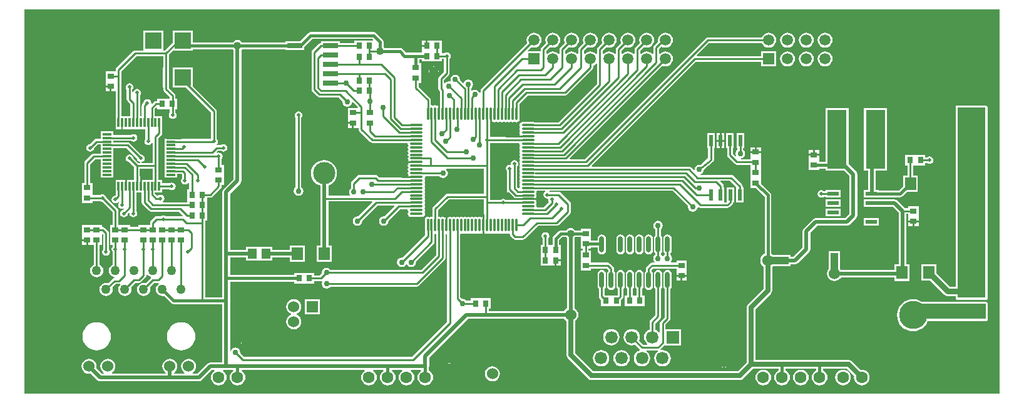
<source format=gtl>
%FSAX43Y43*%
%MOMM*%
G71*
G01*
G75*
G04 Layer_Physical_Order=1*
G04 Layer_Color=255*
%ADD10R,2.200X2.200*%
%ADD11R,2.032X0.635*%
%ADD12R,1.524X0.508*%
%ADD13R,2.600X8.000*%
%ADD14R,0.800X0.900*%
%ADD15R,1.500X1.700*%
%ADD16R,0.508X1.500*%
%ADD17R,0.900X0.800*%
%ADD18R,0.300X1.200*%
%ADD19R,1.200X0.300*%
%ADD20R,2.540X1.016*%
%ADD21R,1.016X2.540*%
%ADD22R,1.200X1.400*%
%ADD23O,0.600X2.200*%
%ADD24O,0.300X1.800*%
%ADD25O,1.800X0.300*%
%ADD26C,0.508*%
%ADD27C,0.381*%
%ADD28C,0.254*%
%ADD29C,0.635*%
%ADD30C,0.762*%
%ADD31R,1.263X3.045*%
%ADD32R,2.794X2.667*%
%ADD33R,1.725X1.695*%
%ADD34R,2.874X2.980*%
%ADD35R,2.921X2.667*%
%ADD36R,1.270X3.048*%
%ADD37R,3.048X1.270*%
%ADD38R,2.794X3.302*%
%ADD39R,4.826X3.048*%
%ADD40R,3.048X4.826*%
%ADD41R,5.588X5.715*%
%ADD42R,1.143X1.016*%
%ADD43R,1.397X1.270*%
%ADD44R,5.334X5.461*%
%ADD45R,5.207X6.223*%
%ADD46R,1.397X4.445*%
%ADD47R,4.699X5.461*%
%ADD48R,0.353X0.241*%
%ADD49R,3.048X5.080*%
%ADD50R,0.586X1.571*%
%ADD51R,3.937X3.048*%
%ADD52R,4.699X2.413*%
%ADD53R,5.080X4.699*%
%ADD54R,2.032X2.349*%
%ADD55R,2.223X2.547*%
%ADD56R,2.449X2.272*%
%ADD57R,2.921X2.794*%
%ADD58R,5.969X6.350*%
%ADD59R,8.854X9.012*%
%ADD60R,4.572X4.572*%
%ADD61R,2.377X0.544*%
%ADD62R,1.905X0.508*%
%ADD63R,2.711X2.918*%
%ADD64R,1.397X1.524*%
%ADD65R,1.270X1.270*%
%ADD66R,1.778X1.524*%
%ADD67R,1.905X1.778*%
%ADD68R,2.032X2.009*%
%ADD69R,1.651X1.524*%
%ADD70R,3.937X3.937*%
%ADD71R,3.429X3.048*%
%ADD72R,2.794X2.794*%
%ADD73R,3.810X25.781*%
%ADD74R,9.779X2.159*%
%ADD75C,4.760*%
%ADD76R,1.690X1.690*%
%ADD77C,1.690*%
%ADD78C,0.762*%
%ADD79C,0.508*%
%ADD80C,1.524*%
%ADD81C,1.016*%
%ADD82R,2.000X2.000*%
%ADD83C,2.000*%
%ADD84R,1.500X1.500*%
%ADD85C,1.500*%
%ADD86C,1.778*%
%ADD87C,4.000*%
%ADD88C,1.270*%
%ADD89C,2.032*%
%ADD90C,1.600*%
%ADD91R,1.524X1.524*%
%ADD92C,3.556*%
%ADD93C,3.810*%
%ADD94R,1.500X1.500*%
%ADD95C,3.000*%
G36*
X0177412Y0059443D02*
X0045473D01*
Y0111499D01*
X0177412D01*
Y0059443D01*
D02*
G37*
%LPC*%
G36*
X0156075Y0072771D02*
X0154059D01*
X0154077Y0072633D01*
X0154180Y0072386D01*
X0154305Y0072222D01*
Y0071501D01*
X0155829D01*
Y0072222D01*
X0155954Y0072386D01*
X0156057Y0072633D01*
X0156075Y0072771D01*
D02*
G37*
G36*
X0168834Y0088988D02*
X0167957D01*
Y0088011D01*
X0168834D01*
Y0088988D01*
D02*
G37*
G36*
X0169965D02*
X0169088D01*
Y0088011D01*
X0169965D01*
Y0088988D01*
D02*
G37*
G36*
X0052705Y0071512D02*
X0052373Y0071468D01*
X0052065Y0071340D01*
X0051799Y0071137D01*
X0051596Y0070871D01*
X0051468Y0070563D01*
X0051424Y0070231D01*
X0051468Y0069899D01*
X0051596Y0069591D01*
X0051799Y0069325D01*
X0052065Y0069122D01*
X0052373Y0068994D01*
X0052705Y0068950D01*
X0053037Y0068994D01*
X0053345Y0069122D01*
X0053611Y0069325D01*
X0053814Y0069591D01*
X0053942Y0069899D01*
X0053986Y0070231D01*
X0053942Y0070563D01*
X0053814Y0070871D01*
X0053611Y0071137D01*
X0053345Y0071340D01*
X0053037Y0071468D01*
X0052705Y0071512D01*
D02*
G37*
G36*
X0165671Y0072210D02*
X0165248Y0072168D01*
X0164841Y0072045D01*
X0164466Y0071844D01*
X0164137Y0071575D01*
X0163868Y0071246D01*
X0163667Y0070871D01*
X0163544Y0070464D01*
X0163502Y0070040D01*
X0163544Y0069617D01*
X0163667Y0069210D01*
X0163868Y0068835D01*
X0164137Y0068506D01*
X0164466Y0068237D01*
X0164841Y0068036D01*
X0165248Y0067913D01*
X0165671Y0067871D01*
X0166095Y0067913D01*
X0166502Y0068036D01*
X0166877Y0068237D01*
X0167206Y0068506D01*
X0167475Y0068835D01*
X0167676Y0069210D01*
X0175514D01*
X0175613Y0069230D01*
X0175697Y0069286D01*
X0175753Y0069370D01*
X0175773Y0069469D01*
Y0071628D01*
X0175753Y0071727D01*
X0175697Y0071811D01*
X0175613Y0071867D01*
X0175514Y0071887D01*
X0166797D01*
X0166502Y0072045D01*
X0166095Y0072168D01*
X0165671Y0072210D01*
D02*
G37*
G36*
X0155829Y0071247D02*
X0155194D01*
Y0069850D01*
X0155829D01*
Y0071247D01*
D02*
G37*
G36*
X0154940D02*
X0154305D01*
Y0069850D01*
X0154940D01*
Y0071247D01*
D02*
G37*
G36*
X0169965Y0087757D02*
X0169088D01*
Y0086780D01*
X0169965D01*
Y0087757D01*
D02*
G37*
G36*
X0168834D02*
X0167957D01*
Y0086780D01*
X0168834D01*
Y0087757D01*
D02*
G37*
G36*
X0175514Y0098430D02*
X0171704D01*
X0171605Y0098410D01*
X0171603Y0098409D01*
X0171466D01*
Y0098272D01*
X0171465Y0098270D01*
X0171445Y0098171D01*
Y0073926D01*
X0170626D01*
X0168822Y0075731D01*
Y0076923D01*
X0166814D01*
Y0074715D01*
X0168006D01*
X0169900Y0072821D01*
X0170110Y0072681D01*
X0170358Y0072632D01*
X0171445D01*
Y0072390D01*
X0171465Y0072291D01*
X0171521Y0072207D01*
X0171605Y0072151D01*
X0171704Y0072131D01*
X0175514D01*
X0175613Y0072151D01*
X0175697Y0072207D01*
X0175753Y0072291D01*
X0175773Y0072390D01*
Y0098171D01*
X0175753Y0098270D01*
X0175697Y0098354D01*
X0175613Y0098410D01*
X0175514Y0098430D01*
D02*
G37*
G36*
X0155194Y0073906D02*
Y0073025D01*
X0156075D01*
X0156057Y0073163D01*
X0155954Y0073410D01*
X0155792Y0073623D01*
X0155579Y0073785D01*
X0155332Y0073888D01*
X0155194Y0073906D01*
D02*
G37*
G36*
X0126111Y0076181D02*
X0125895Y0076138D01*
X0125712Y0076015D01*
X0125589Y0075832D01*
X0125546Y0075616D01*
Y0074016D01*
X0125589Y0073800D01*
X0125712Y0073617D01*
X0125723Y0073609D01*
Y0072740D01*
X0125696Y0072713D01*
X0124887D01*
D01*
D01*
X0124887Y0072713D01*
X0124795D01*
Y0072713D01*
X0123986D01*
X0123959Y0072740D01*
Y0073609D01*
X0123970Y0073617D01*
X0124093Y0073800D01*
X0124136Y0074016D01*
Y0075616D01*
X0124093Y0075832D01*
X0123970Y0076015D01*
X0123787Y0076138D01*
X0123571Y0076181D01*
X0123355Y0076138D01*
X0123172Y0076015D01*
X0123049Y0075832D01*
X0123006Y0075616D01*
Y0074016D01*
X0123049Y0073800D01*
X0123172Y0073617D01*
X0123183Y0073609D01*
Y0072579D01*
X0123183Y0072579D01*
X0123183D01*
X0123212Y0072430D01*
X0123296Y0072304D01*
X0123487Y0072114D01*
Y0071305D01*
X0124795D01*
Y0071305D01*
X0124795D01*
X0124795Y0071305D01*
X0124887D01*
Y0071305D01*
X0126195D01*
Y0072114D01*
X0126386Y0072304D01*
X0126470Y0072430D01*
X0126499Y0072579D01*
Y0073609D01*
X0126510Y0073617D01*
X0126633Y0073800D01*
X0126676Y0074016D01*
Y0075616D01*
X0126633Y0075832D01*
X0126510Y0076015D01*
X0126327Y0076138D01*
X0126111Y0076181D01*
D02*
G37*
G36*
X0128651D02*
X0128435Y0076138D01*
X0128252Y0076015D01*
X0128129Y0075832D01*
X0128086Y0075616D01*
Y0074016D01*
X0128129Y0073800D01*
X0128252Y0073617D01*
X0128263Y0073609D01*
Y0072713D01*
X0128062D01*
D01*
D01*
X0128062Y0072713D01*
X0127970D01*
Y0072713D01*
X0127769D01*
Y0073609D01*
X0127780Y0073617D01*
X0127903Y0073800D01*
X0127946Y0074016D01*
Y0075616D01*
X0127903Y0075832D01*
X0127780Y0076015D01*
X0127597Y0076138D01*
X0127381Y0076181D01*
X0127165Y0076138D01*
X0126982Y0076015D01*
X0126859Y0075832D01*
X0126816Y0075616D01*
Y0074016D01*
X0126859Y0073800D01*
X0126982Y0073617D01*
X0126993Y0073609D01*
Y0072713D01*
X0126662D01*
Y0071305D01*
X0127970D01*
Y0071305D01*
X0127970D01*
X0127970Y0071305D01*
X0128062D01*
Y0071305D01*
X0129370D01*
Y0072713D01*
X0129039D01*
Y0073609D01*
X0129050Y0073617D01*
X0129173Y0073800D01*
X0129216Y0074016D01*
Y0075616D01*
X0129173Y0075832D01*
X0129050Y0076015D01*
X0128867Y0076138D01*
X0128651Y0076181D01*
D02*
G37*
G36*
X0154940Y0073906D02*
X0154802Y0073888D01*
X0154555Y0073785D01*
X0154342Y0073623D01*
X0154180Y0073410D01*
X0154077Y0073163D01*
X0154059Y0073025D01*
X0154940D01*
Y0073906D01*
D02*
G37*
G36*
X0132461Y0076181D02*
X0132245Y0076138D01*
X0132062Y0076015D01*
X0131939Y0075832D01*
X0131896Y0075616D01*
Y0074016D01*
X0131939Y0073800D01*
X0132062Y0073617D01*
X0132073Y0073609D01*
Y0069757D01*
X0131551Y0069236D01*
X0131467Y0069110D01*
X0131438Y0068961D01*
Y0067711D01*
X0131317Y0067670D01*
X0131189Y0067838D01*
X0130959Y0068014D01*
X0130793Y0068083D01*
Y0068927D01*
X0131466Y0069599D01*
X0131550Y0069725D01*
X0131579Y0069874D01*
X0131579Y0069874D01*
X0131579Y0069874D01*
Y0069874D01*
Y0073609D01*
X0131590Y0073617D01*
X0131713Y0073800D01*
X0131756Y0074016D01*
Y0075616D01*
X0131713Y0075832D01*
X0131590Y0076015D01*
X0131407Y0076138D01*
X0131191Y0076181D01*
X0130975Y0076138D01*
X0130792Y0076015D01*
X0130669Y0075832D01*
X0130626Y0075616D01*
Y0074016D01*
X0130669Y0073800D01*
X0130792Y0073617D01*
X0130803Y0073609D01*
Y0070035D01*
X0130130Y0069363D01*
X0130046Y0069237D01*
X0130017Y0069088D01*
Y0068083D01*
X0129851Y0068014D01*
X0129621Y0067838D01*
X0129445Y0067608D01*
X0129334Y0067341D01*
X0129297Y0067054D01*
X0129334Y0066767D01*
X0129445Y0066500D01*
X0129621Y0066270D01*
X0129755Y0066168D01*
X0129714Y0066047D01*
X0129191D01*
X0128637Y0066601D01*
X0128706Y0066767D01*
X0128743Y0067054D01*
X0128706Y0067341D01*
X0128595Y0067608D01*
X0128419Y0067838D01*
X0128189Y0068014D01*
X0127922Y0068125D01*
X0127635Y0068162D01*
X0127348Y0068125D01*
X0127081Y0068014D01*
X0126851Y0067838D01*
X0126675Y0067608D01*
X0126564Y0067341D01*
X0126527Y0067054D01*
X0126564Y0066767D01*
X0126675Y0066500D01*
X0126851Y0066270D01*
X0127081Y0066094D01*
X0127348Y0065983D01*
X0127635Y0065946D01*
X0127922Y0065983D01*
X0128088Y0066052D01*
X0128738Y0065401D01*
X0128714Y0065277D01*
X0128466Y0065174D01*
X0128236Y0064998D01*
X0128060Y0064768D01*
X0127949Y0064501D01*
X0127912Y0064214D01*
X0127949Y0063927D01*
X0128060Y0063660D01*
X0128236Y0063430D01*
X0128466Y0063254D01*
X0128733Y0063143D01*
X0129020Y0063106D01*
X0129307Y0063143D01*
X0129574Y0063254D01*
X0129804Y0063430D01*
X0129980Y0063660D01*
X0130091Y0063927D01*
X0130128Y0064214D01*
X0130091Y0064501D01*
X0129980Y0064768D01*
X0129804Y0064998D01*
X0129605Y0065150D01*
X0129646Y0065271D01*
X0131164D01*
X0131205Y0065150D01*
X0131006Y0064998D01*
X0130830Y0064768D01*
X0130719Y0064501D01*
X0130682Y0064214D01*
X0130719Y0063927D01*
X0130830Y0063660D01*
X0131006Y0063430D01*
X0131236Y0063254D01*
X0131503Y0063143D01*
X0131790Y0063106D01*
X0132077Y0063143D01*
X0132344Y0063254D01*
X0132574Y0063430D01*
X0132750Y0063660D01*
X0132861Y0063927D01*
X0132898Y0064214D01*
X0132861Y0064501D01*
X0132750Y0064768D01*
X0132574Y0064998D01*
X0132344Y0065174D01*
X0132077Y0065285D01*
X0131790Y0065322D01*
X0131541Y0065290D01*
X0131485Y0065404D01*
X0132048Y0065967D01*
X0132076Y0065955D01*
Y0065955D01*
X0132076Y0065955D01*
X0134274D01*
Y0068153D01*
X0132214D01*
Y0068800D01*
X0132736Y0069321D01*
X0132820Y0069447D01*
X0132825Y0069472D01*
X0132849Y0069596D01*
Y0073609D01*
X0132860Y0073617D01*
X0132983Y0073800D01*
X0133026Y0074016D01*
Y0075616D01*
X0132983Y0075832D01*
X0132860Y0076015D01*
X0132677Y0076138D01*
X0132461Y0076181D01*
D02*
G37*
G36*
X0152977Y0092413D02*
X0152400D01*
Y0091886D01*
X0152977D01*
Y0092413D01*
D02*
G37*
G36*
X0152146D02*
X0151569D01*
Y0091886D01*
X0152146D01*
Y0092413D01*
D02*
G37*
G36*
X0124865Y0068162D02*
X0124578Y0068125D01*
X0124311Y0068014D01*
X0124081Y0067838D01*
X0123905Y0067608D01*
X0123794Y0067341D01*
X0123757Y0067054D01*
X0123794Y0066767D01*
X0123905Y0066500D01*
X0124081Y0066270D01*
X0124311Y0066094D01*
X0124578Y0065983D01*
X0124865Y0065946D01*
X0125152Y0065983D01*
X0125419Y0066094D01*
X0125649Y0066270D01*
X0125825Y0066500D01*
X0125936Y0066767D01*
X0125973Y0067054D01*
X0125936Y0067341D01*
X0125825Y0067608D01*
X0125649Y0067838D01*
X0125419Y0068014D01*
X0125152Y0068125D01*
X0124865Y0068162D01*
D02*
G37*
G36*
X0140257Y0068266D02*
Y0065761D01*
X0142762D01*
X0142740Y0066047D01*
X0142643Y0066450D01*
X0142484Y0066834D01*
X0142268Y0067187D01*
X0141998Y0067502D01*
X0141683Y0067772D01*
X0141330Y0067988D01*
X0140946Y0068147D01*
X0140543Y0068244D01*
X0140257Y0068266D01*
D02*
G37*
G36*
X0139533Y0093566D02*
X0139152D01*
Y0092689D01*
X0139533D01*
Y0093566D01*
D02*
G37*
G36*
X0145103Y0092794D02*
X0144526D01*
Y0092267D01*
X0145103D01*
Y0092794D01*
D02*
G37*
G36*
X0144272D02*
X0143695D01*
Y0092267D01*
X0144272D01*
Y0092794D01*
D02*
G37*
G36*
X0170243Y0069022D02*
Y0066993D01*
X0172273D01*
X0172244Y0067289D01*
X0172121Y0067696D01*
X0171920Y0068071D01*
X0171651Y0068400D01*
X0171322Y0068669D01*
X0170947Y0068870D01*
X0170540Y0068993D01*
X0170243Y0069022D01*
D02*
G37*
G36*
X0121968Y0068146D02*
X0121808Y0068125D01*
X0121541Y0068014D01*
X0121311Y0067838D01*
X0121135Y0067608D01*
X0121024Y0067341D01*
X0121003Y0067181D01*
X0121968D01*
Y0068146D01*
D02*
G37*
G36*
X0122222D02*
Y0067181D01*
X0123187D01*
X0123166Y0067341D01*
X0123055Y0067608D01*
X0122879Y0067838D01*
X0122649Y0068014D01*
X0122382Y0068125D01*
X0122222Y0068146D01*
D02*
G37*
G36*
X0169990Y0069022D02*
X0169693Y0068993D01*
X0169286Y0068870D01*
X0168911Y0068669D01*
X0168582Y0068400D01*
X0168313Y0068071D01*
X0168112Y0067696D01*
X0167989Y0067289D01*
X0167960Y0066993D01*
X0169990D01*
Y0069022D01*
D02*
G37*
G36*
X0162142Y0098107D02*
X0159034D01*
Y0089599D01*
X0159566D01*
Y0086995D01*
X0159042D01*
Y0085979D01*
X0160033D01*
X0160083Y0085969D01*
X0160134Y0085979D01*
X0161074D01*
Y0086034D01*
X0163957D01*
X0164130Y0086068D01*
X0164277Y0086167D01*
X0164866Y0086755D01*
X0166333D01*
Y0088963D01*
X0165677D01*
Y0090355D01*
X0165943D01*
Y0090355D01*
X0165943D01*
X0165943Y0090355D01*
X0166035D01*
Y0090355D01*
X0167343D01*
Y0090671D01*
X0167561D01*
X0167696Y0090580D01*
X0167894Y0090541D01*
X0168092Y0090580D01*
X0168260Y0090693D01*
X0168373Y0090861D01*
X0168412Y0091059D01*
X0168373Y0091257D01*
X0168260Y0091425D01*
X0168092Y0091538D01*
X0167894Y0091577D01*
X0167696Y0091538D01*
X0167561Y0091447D01*
X0167343D01*
Y0091763D01*
X0166035D01*
D01*
D01*
X0166035Y0091763D01*
X0165943D01*
Y0091763D01*
X0164635D01*
Y0090355D01*
X0164901D01*
Y0088963D01*
X0164325D01*
Y0087496D01*
X0163769Y0086940D01*
X0161074D01*
Y0086995D01*
X0160601D01*
Y0089599D01*
X0162142D01*
Y0098107D01*
D02*
G37*
G36*
X0121968Y0066927D02*
X0121003D01*
X0121024Y0066767D01*
X0121135Y0066500D01*
X0121311Y0066270D01*
X0121541Y0066094D01*
X0121808Y0065983D01*
X0121968Y0065962D01*
Y0066927D01*
D02*
G37*
G36*
X0123187D02*
X0122222D01*
Y0065962D01*
X0122382Y0065983D01*
X0122649Y0066094D01*
X0122879Y0066270D01*
X0123055Y0066500D01*
X0123166Y0066767D01*
X0123187Y0066927D01*
D02*
G37*
G36*
X0134239Y0075246D02*
X0133662D01*
Y0074719D01*
X0134239D01*
Y0075246D01*
D02*
G37*
G36*
X0124714Y0080956D02*
X0124625Y0080938D01*
X0124442Y0080815D01*
X0124319Y0080632D01*
X0124276Y0080416D01*
Y0079743D01*
X0124714D01*
Y0080956D01*
D02*
G37*
G36*
X0053848Y0080072D02*
X0053271D01*
Y0079545D01*
X0053848D01*
Y0080072D01*
D02*
G37*
G36*
X0125406Y0079489D02*
X0124968D01*
Y0078276D01*
X0125057Y0078294D01*
X0125240Y0078417D01*
X0125363Y0078600D01*
X0125406Y0078816D01*
Y0079489D01*
D02*
G37*
G36*
X0124968Y0080956D02*
Y0079743D01*
X0125406D01*
Y0080416D01*
X0125363Y0080632D01*
X0125240Y0080815D01*
X0125057Y0080938D01*
X0124968Y0080956D01*
D02*
G37*
G36*
X0166439Y0082612D02*
X0165862D01*
Y0082085D01*
X0166439D01*
Y0082612D01*
D02*
G37*
G36*
X0165608D02*
X0165031D01*
Y0082085D01*
X0165608D01*
Y0082612D01*
D02*
G37*
G36*
X0141605Y0078232D02*
X0140208D01*
Y0077597D01*
X0141605D01*
Y0078232D01*
D02*
G37*
G36*
X0126111Y0080981D02*
X0125895Y0080938D01*
X0125712Y0080815D01*
X0125589Y0080632D01*
X0125546Y0080416D01*
Y0078816D01*
X0125589Y0078600D01*
X0125712Y0078417D01*
X0125895Y0078294D01*
X0126111Y0078251D01*
X0126327Y0078294D01*
X0126510Y0078417D01*
X0126633Y0078600D01*
X0126676Y0078816D01*
Y0080416D01*
X0126633Y0080632D01*
X0126510Y0080815D01*
X0126327Y0080938D01*
X0126111Y0080981D01*
D02*
G37*
G36*
X0055949Y0082253D02*
X0053271D01*
Y0080945D01*
X0053271Y0080945D01*
X0053271Y0080853D01*
X0053271D01*
Y0080326D01*
X0053975D01*
Y0080199D01*
X0054102D01*
Y0079545D01*
X0054857D01*
Y0076874D01*
X0054797Y0076850D01*
X0054611Y0076707D01*
X0054468Y0076521D01*
X0054379Y0076305D01*
X0054348Y0076073D01*
X0054379Y0075841D01*
X0054468Y0075625D01*
X0054611Y0075439D01*
X0054797Y0075296D01*
X0055013Y0075207D01*
X0055245Y0075176D01*
X0055477Y0075207D01*
X0055693Y0075296D01*
X0055879Y0075439D01*
X0056022Y0075625D01*
X0056111Y0075841D01*
X0056142Y0076073D01*
X0056111Y0076305D01*
X0056022Y0076521D01*
X0055879Y0076707D01*
X0055693Y0076850D01*
X0055633Y0076874D01*
Y0079545D01*
X0055949D01*
Y0080853D01*
D01*
Y0080853D01*
X0055949Y0080853D01*
Y0080945D01*
X0055949D01*
Y0081004D01*
X0056021Y0081033D01*
X0056127Y0080963D01*
Y0078946D01*
X0056036Y0078811D01*
X0055997Y0078613D01*
X0056036Y0078415D01*
X0056149Y0078247D01*
X0056317Y0078134D01*
X0056515Y0078095D01*
X0056713Y0078134D01*
X0056881Y0078247D01*
X0056994Y0078415D01*
X0057033Y0078613D01*
X0056994Y0078811D01*
X0056903Y0078946D01*
Y0081153D01*
X0056874Y0081302D01*
X0056790Y0081428D01*
X0056344Y0081874D01*
X0056218Y0081958D01*
X0056069Y0081987D01*
X0055949D01*
Y0082253D01*
D02*
G37*
G36*
X0143383Y0078478D02*
Y0077597D01*
X0144264D01*
X0144246Y0077735D01*
X0144143Y0077982D01*
X0143981Y0078195D01*
X0143768Y0078357D01*
X0143521Y0078460D01*
X0143383Y0078478D01*
D02*
G37*
G36*
X0127381Y0080981D02*
X0127165Y0080938D01*
X0126982Y0080815D01*
X0126859Y0080632D01*
X0126816Y0080416D01*
Y0078816D01*
X0126859Y0078600D01*
X0126982Y0078417D01*
X0127165Y0078294D01*
X0127381Y0078251D01*
X0127597Y0078294D01*
X0127780Y0078417D01*
X0127903Y0078600D01*
X0127946Y0078816D01*
Y0080416D01*
X0127903Y0080632D01*
X0127780Y0080815D01*
X0127597Y0080938D01*
X0127381Y0080981D01*
D02*
G37*
G36*
X0124714Y0079489D02*
X0124276D01*
Y0078816D01*
X0124319Y0078600D01*
X0124442Y0078417D01*
X0124625Y0078294D01*
X0124714Y0078276D01*
Y0079489D01*
D02*
G37*
G36*
X0129921Y0080981D02*
X0129705Y0080938D01*
X0129522Y0080815D01*
X0129399Y0080632D01*
X0129356Y0080416D01*
Y0078816D01*
X0129399Y0078600D01*
X0129522Y0078417D01*
X0129705Y0078294D01*
X0129921Y0078251D01*
X0130137Y0078294D01*
X0130320Y0078417D01*
X0130443Y0078600D01*
X0130486Y0078816D01*
Y0080416D01*
X0130443Y0080632D01*
X0130320Y0080815D01*
X0130137Y0080938D01*
X0129921Y0080981D01*
D02*
G37*
G36*
X0128651D02*
X0128435Y0080938D01*
X0128252Y0080815D01*
X0128129Y0080632D01*
X0128086Y0080416D01*
Y0078816D01*
X0128129Y0078600D01*
X0128252Y0078417D01*
X0128435Y0078294D01*
X0128651Y0078251D01*
X0128867Y0078294D01*
X0129050Y0078417D01*
X0129173Y0078600D01*
X0129216Y0078816D01*
Y0080416D01*
X0129173Y0080632D01*
X0129050Y0080815D01*
X0128867Y0080938D01*
X0128651Y0080981D01*
D02*
G37*
G36*
X0161074Y0083185D02*
X0159042D01*
Y0082169D01*
X0161074D01*
Y0083185D01*
D02*
G37*
G36*
X0143129Y0078478D02*
X0142991Y0078460D01*
X0142744Y0078357D01*
X0142580Y0078232D01*
X0141859D01*
Y0077470D01*
Y0076708D01*
X0142580D01*
X0142744Y0076583D01*
X0142991Y0076480D01*
X0143129Y0076462D01*
Y0077470D01*
Y0078478D01*
D02*
G37*
G36*
X0161074Y0084455D02*
X0160185D01*
Y0084074D01*
X0161074D01*
Y0084455D01*
D02*
G37*
G36*
X0159931D02*
X0159042D01*
Y0084074D01*
X0159931D01*
Y0084455D01*
D02*
G37*
G36*
X0131191Y0082832D02*
X0130943Y0082783D01*
X0130733Y0082642D01*
X0130593Y0082432D01*
X0130544Y0082185D01*
X0130593Y0081937D01*
X0130733Y0081727D01*
X0130803Y0081680D01*
Y0080823D01*
X0130792Y0080815D01*
X0130669Y0080632D01*
X0130626Y0080416D01*
Y0078816D01*
X0130669Y0078600D01*
X0130792Y0078417D01*
X0130803Y0078409D01*
Y0078228D01*
X0130733Y0078182D01*
X0130593Y0077972D01*
X0130544Y0077724D01*
X0130593Y0077476D01*
X0130730Y0077270D01*
X0130670Y0077158D01*
X0130364D01*
X0130215Y0077129D01*
X0130089Y0077045D01*
X0129646Y0076602D01*
X0129562Y0076476D01*
X0129533Y0076327D01*
Y0076023D01*
X0129522Y0076015D01*
X0129399Y0075832D01*
X0129356Y0075616D01*
Y0074016D01*
X0129399Y0073800D01*
X0129522Y0073617D01*
X0129705Y0073494D01*
X0129921Y0073451D01*
X0130137Y0073494D01*
X0130320Y0073617D01*
X0130443Y0073800D01*
X0130486Y0074016D01*
Y0075616D01*
X0130443Y0075832D01*
X0130320Y0076015D01*
X0130309Y0076023D01*
Y0076166D01*
X0130525Y0076382D01*
X0133662D01*
Y0076119D01*
X0133662Y0076119D01*
X0133662Y0076027D01*
X0133662D01*
Y0075500D01*
X0135070D01*
Y0076027D01*
D01*
Y0076027D01*
X0135070Y0076027D01*
Y0076119D01*
X0135070D01*
Y0077427D01*
X0133662D01*
Y0077158D01*
X0132982D01*
X0132922Y0077270D01*
X0133059Y0077476D01*
X0133108Y0077724D01*
X0133059Y0077972D01*
X0132919Y0078182D01*
X0132849Y0078228D01*
Y0078409D01*
X0132860Y0078417D01*
X0132983Y0078600D01*
X0133026Y0078816D01*
Y0080416D01*
X0132983Y0080632D01*
X0132860Y0080815D01*
X0132677Y0080938D01*
X0132461Y0080981D01*
X0132245Y0080938D01*
X0132062Y0080815D01*
X0131939Y0080632D01*
X0131896Y0080416D01*
Y0078816D01*
X0131939Y0078600D01*
X0132062Y0078417D01*
X0132073Y0078409D01*
Y0078228D01*
X0132003Y0078182D01*
X0131889Y0078012D01*
X0131762D01*
X0131649Y0078182D01*
X0131579Y0078228D01*
Y0078409D01*
X0131590Y0078417D01*
X0131713Y0078600D01*
X0131756Y0078816D01*
Y0080416D01*
X0131713Y0080632D01*
X0131590Y0080815D01*
X0131579Y0080823D01*
Y0081680D01*
X0131649Y0081727D01*
X0131789Y0081937D01*
X0131838Y0082185D01*
X0131789Y0082432D01*
X0131649Y0082642D01*
X0131439Y0082783D01*
X0131191Y0082832D01*
D02*
G37*
G36*
X0153289Y0087005D02*
X0153091Y0086966D01*
X0152923Y0086853D01*
X0152810Y0086685D01*
X0152771Y0086487D01*
X0152810Y0086289D01*
X0152923Y0086121D01*
X0153091Y0086008D01*
X0153289Y0085969D01*
X0153487Y0086008D01*
X0153622Y0086099D01*
X0153886D01*
Y0085979D01*
X0155918D01*
Y0086995D01*
X0153886D01*
Y0086875D01*
X0153622D01*
X0153487Y0086966D01*
X0153289Y0087005D01*
D02*
G37*
G36*
X0155918Y0085725D02*
X0153886D01*
Y0084709D01*
X0155918D01*
Y0085725D01*
D02*
G37*
G36*
X0135070Y0075246D02*
X0134493D01*
Y0074719D01*
X0135070D01*
Y0075246D01*
D02*
G37*
G36*
X0159931Y0083820D02*
X0159042D01*
Y0083439D01*
X0159931D01*
Y0083820D01*
D02*
G37*
G36*
X0155918Y0084455D02*
X0153886D01*
Y0083439D01*
X0155918D01*
Y0084455D01*
D02*
G37*
G36*
X0118005Y0077343D02*
X0117478D01*
Y0076766D01*
X0118005D01*
Y0077343D01*
D02*
G37*
G36*
X0161074Y0083820D02*
X0160185D01*
Y0083439D01*
X0161074D01*
Y0083820D01*
D02*
G37*
G36*
X0144264Y0077343D02*
X0143383D01*
Y0076462D01*
X0143521Y0076480D01*
X0143768Y0076583D01*
X0143981Y0076745D01*
X0144143Y0076958D01*
X0144246Y0077205D01*
X0144264Y0077343D01*
D02*
G37*
G36*
X0141605D02*
X0140208D01*
Y0076708D01*
X0141605D01*
Y0077343D01*
D02*
G37*
G36*
X0163195Y0085735D02*
X0160083D01*
X0160033Y0085725D01*
X0159042D01*
Y0084709D01*
X0160033D01*
X0160083Y0084699D01*
X0162980D01*
X0163729Y0083950D01*
Y0076898D01*
X0163182D01*
Y0076210D01*
X0155950D01*
X0155829Y0076368D01*
Y0078740D01*
X0154305D01*
Y0076368D01*
X0154180Y0076204D01*
X0154077Y0075957D01*
X0154042Y0075692D01*
X0154077Y0075427D01*
X0154180Y0075180D01*
X0154342Y0074967D01*
X0154555Y0074805D01*
X0154802Y0074702D01*
X0155067Y0074667D01*
X0155332Y0074702D01*
X0155579Y0074805D01*
X0155792Y0074967D01*
X0155950Y0075174D01*
X0163182D01*
Y0074690D01*
X0165190D01*
Y0076898D01*
X0164765D01*
Y0083777D01*
X0165031D01*
Y0083485D01*
X0165031Y0083485D01*
X0165031Y0083393D01*
X0165031D01*
Y0082866D01*
X0166439D01*
Y0083393D01*
D01*
Y0083393D01*
X0166439Y0083393D01*
Y0083485D01*
X0166439D01*
Y0084793D01*
X0165031D01*
Y0084553D01*
X0164591D01*
X0163561Y0085583D01*
X0163393Y0085696D01*
X0163195Y0085735D01*
D02*
G37*
G36*
X0176242Y0062738D02*
X0174117D01*
Y0060613D01*
X0174432Y0060644D01*
X0174857Y0060772D01*
X0175248Y0060982D01*
X0175592Y0061263D01*
X0175873Y0061607D01*
X0176083Y0061998D01*
X0176211Y0062423D01*
X0176242Y0062738D01*
D02*
G37*
G36*
X0153772Y0105788D02*
X0153510Y0105753D01*
X0153265Y0105652D01*
X0153056Y0105491D01*
X0152895Y0105281D01*
X0152793Y0105037D01*
X0152759Y0104775D01*
X0152793Y0104513D01*
X0152895Y0104269D01*
X0153056Y0104059D01*
X0153265Y0103898D01*
X0153510Y0103797D01*
X0153772Y0103762D01*
X0154034Y0103797D01*
X0154278Y0103898D01*
X0154488Y0104059D01*
X0154649Y0104269D01*
X0154750Y0104513D01*
X0154784Y0104775D01*
X0154750Y0105037D01*
X0154649Y0105281D01*
X0154488Y0105491D01*
X0154278Y0105652D01*
X0154034Y0105753D01*
X0153772Y0105788D01*
D02*
G37*
G36*
X0151232D02*
X0150969Y0105753D01*
X0150725Y0105652D01*
X0150516Y0105491D01*
X0150355Y0105281D01*
X0150253Y0105037D01*
X0150219Y0104775D01*
X0150253Y0104513D01*
X0150355Y0104269D01*
X0150516Y0104059D01*
X0150725Y0103898D01*
X0150969Y0103797D01*
X0151232Y0103762D01*
X0151494Y0103797D01*
X0151738Y0103898D01*
X0151948Y0104059D01*
X0152109Y0104269D01*
X0152210Y0104513D01*
X0152244Y0104775D01*
X0152210Y0105037D01*
X0152109Y0105281D01*
X0151948Y0105491D01*
X0151738Y0105652D01*
X0151494Y0105753D01*
X0151232Y0105788D01*
D02*
G37*
G36*
X0173863Y0062738D02*
X0171738D01*
X0171769Y0062423D01*
X0171898Y0061998D01*
X0172107Y0061607D01*
X0172388Y0061263D01*
X0172732Y0060982D01*
X0173123Y0060772D01*
X0173548Y0060644D01*
X0173863Y0060613D01*
Y0062738D01*
D02*
G37*
G36*
X0156210Y0062658D02*
X0155935Y0062622D01*
X0155678Y0062516D01*
X0155458Y0062347D01*
X0155289Y0062127D01*
X0155183Y0061870D01*
X0155147Y0061595D01*
X0155183Y0061320D01*
X0155289Y0061063D01*
X0155458Y0060843D01*
X0155678Y0060674D01*
X0155935Y0060568D01*
X0156210Y0060532D01*
X0156485Y0060568D01*
X0156742Y0060674D01*
X0156962Y0060843D01*
X0157131Y0061063D01*
X0157237Y0061320D01*
X0157273Y0061595D01*
X0157237Y0061870D01*
X0157131Y0062127D01*
X0156962Y0062347D01*
X0156742Y0062516D01*
X0156485Y0062622D01*
X0156210Y0062658D01*
D02*
G37*
G36*
X0048768Y0062738D02*
X0046643D01*
X0046674Y0062423D01*
X0046803Y0061998D01*
X0047012Y0061607D01*
X0047293Y0061263D01*
X0047637Y0060982D01*
X0048028Y0060772D01*
X0048453Y0060644D01*
X0048768Y0060613D01*
Y0062738D01*
D02*
G37*
G36*
X0051147D02*
X0049022D01*
Y0060613D01*
X0049337Y0060644D01*
X0049762Y0060772D01*
X0050153Y0060982D01*
X0050497Y0061263D01*
X0050778Y0061607D01*
X0050987Y0061998D01*
X0051116Y0062423D01*
X0051147Y0062738D01*
D02*
G37*
G36*
X0165544Y0063690D02*
X0163515D01*
X0163544Y0063394D01*
X0163667Y0062987D01*
X0163868Y0062612D01*
X0164137Y0062283D01*
X0164466Y0062014D01*
X0164841Y0061813D01*
X0165248Y0061690D01*
X0165544Y0061661D01*
Y0063690D01*
D02*
G37*
G36*
X0167828D02*
X0165798D01*
Y0061661D01*
X0166095Y0061690D01*
X0166502Y0061813D01*
X0166877Y0062014D01*
X0167206Y0062283D01*
X0167475Y0062612D01*
X0167676Y0062987D01*
X0167799Y0063394D01*
X0167828Y0063690D01*
D02*
G37*
G36*
X0104076Y0063111D02*
X0103938Y0063093D01*
X0103691Y0062990D01*
X0103479Y0062828D01*
X0103316Y0062615D01*
X0103214Y0062368D01*
X0103195Y0062230D01*
X0104076D01*
Y0063111D01*
D02*
G37*
G36*
X0105212Y0061976D02*
X0104330D01*
Y0061095D01*
X0104469Y0061113D01*
X0104716Y0061216D01*
X0104928Y0061378D01*
X0105091Y0061591D01*
X0105193Y0061838D01*
X0105212Y0061976D01*
D02*
G37*
G36*
X0148692Y0105788D02*
X0148430Y0105753D01*
X0148185Y0105652D01*
X0147976Y0105491D01*
X0147815Y0105281D01*
X0147713Y0105037D01*
X0147679Y0104775D01*
X0147713Y0104513D01*
X0147815Y0104269D01*
X0147976Y0104059D01*
X0148185Y0103898D01*
X0148430Y0103797D01*
X0148692Y0103762D01*
X0148954Y0103797D01*
X0149198Y0103898D01*
X0149408Y0104059D01*
X0149569Y0104269D01*
X0149670Y0104513D01*
X0149704Y0104775D01*
X0149670Y0105037D01*
X0149569Y0105281D01*
X0149408Y0105491D01*
X0149198Y0105652D01*
X0148954Y0105753D01*
X0148692Y0105788D01*
D02*
G37*
G36*
X0108775Y0063128D02*
X0108510Y0063093D01*
X0108263Y0062990D01*
X0108051Y0062828D01*
X0107888Y0062615D01*
X0107786Y0062368D01*
X0107751Y0062103D01*
X0107786Y0061838D01*
X0107888Y0061591D01*
X0108051Y0061378D01*
X0108263Y0061216D01*
X0108510Y0061113D01*
X0108775Y0061078D01*
X0109041Y0061113D01*
X0109288Y0061216D01*
X0109500Y0061378D01*
X0109663Y0061591D01*
X0109765Y0061838D01*
X0109800Y0062103D01*
X0109765Y0062368D01*
X0109663Y0062615D01*
X0109500Y0062828D01*
X0109288Y0062990D01*
X0109041Y0063093D01*
X0108775Y0063128D01*
D02*
G37*
G36*
X0104076Y0061976D02*
X0103195D01*
X0103214Y0061838D01*
X0103316Y0061591D01*
X0103479Y0061378D01*
X0103691Y0061216D01*
X0103938Y0061113D01*
X0104076Y0061095D01*
Y0061976D01*
D02*
G37*
G36*
X0150495Y0062658D02*
X0150220Y0062622D01*
X0149963Y0062516D01*
X0149743Y0062347D01*
X0149574Y0062127D01*
X0149468Y0061870D01*
X0149432Y0061595D01*
X0149468Y0061320D01*
X0149574Y0061063D01*
X0149743Y0060843D01*
X0149963Y0060674D01*
X0150220Y0060568D01*
X0150495Y0060532D01*
X0150770Y0060568D01*
X0151027Y0060674D01*
X0151247Y0060843D01*
X0151416Y0061063D01*
X0151522Y0061320D01*
X0151558Y0061595D01*
X0151522Y0061870D01*
X0151416Y0062127D01*
X0151247Y0062347D01*
X0151027Y0062516D01*
X0150770Y0062622D01*
X0150495Y0062658D01*
D02*
G37*
G36*
X0099757Y0107257D02*
X0099230D01*
Y0106680D01*
X0099757D01*
Y0107257D01*
D02*
G37*
G36*
X0153772Y0108328D02*
X0153510Y0108293D01*
X0153265Y0108192D01*
X0153056Y0108031D01*
X0152895Y0107821D01*
X0152793Y0107577D01*
X0152759Y0107315D01*
X0152793Y0107053D01*
X0152895Y0106809D01*
X0153056Y0106599D01*
X0153265Y0106438D01*
X0153510Y0106337D01*
X0153772Y0106302D01*
X0154034Y0106337D01*
X0154278Y0106438D01*
X0154488Y0106599D01*
X0154649Y0106809D01*
X0154750Y0107053D01*
X0154784Y0107315D01*
X0154750Y0107577D01*
X0154649Y0107821D01*
X0154488Y0108031D01*
X0154278Y0108192D01*
X0154034Y0108293D01*
X0153772Y0108328D01*
D02*
G37*
G36*
X0151232D02*
X0150969Y0108293D01*
X0150725Y0108192D01*
X0150516Y0108031D01*
X0150355Y0107821D01*
X0150253Y0107577D01*
X0150219Y0107315D01*
X0150253Y0107053D01*
X0150355Y0106809D01*
X0150516Y0106599D01*
X0150725Y0106438D01*
X0150969Y0106337D01*
X0151232Y0106302D01*
X0151494Y0106337D01*
X0151738Y0106438D01*
X0151948Y0106599D01*
X0152109Y0106809D01*
X0152210Y0107053D01*
X0152244Y0107315D01*
X0152210Y0107577D01*
X0152109Y0107821D01*
X0151948Y0108031D01*
X0151738Y0108192D01*
X0151494Y0108293D01*
X0151232Y0108328D01*
D02*
G37*
G36*
X0048768Y0110202D02*
X0048453Y0110171D01*
X0048028Y0110043D01*
X0047637Y0109833D01*
X0047293Y0109552D01*
X0047012Y0109208D01*
X0046803Y0108817D01*
X0046674Y0108392D01*
X0046643Y0108077D01*
X0048768D01*
Y0110202D01*
D02*
G37*
G36*
X0174117D02*
Y0108077D01*
X0176242D01*
X0176211Y0108392D01*
X0176083Y0108817D01*
X0175873Y0109208D01*
X0175592Y0109552D01*
X0175248Y0109833D01*
X0174857Y0110043D01*
X0174432Y0110171D01*
X0174117Y0110202D01*
D02*
G37*
G36*
X0173863D02*
X0173548Y0110171D01*
X0173123Y0110043D01*
X0172732Y0109833D01*
X0172388Y0109552D01*
X0172107Y0109208D01*
X0171898Y0108817D01*
X0171769Y0108392D01*
X0171738Y0108077D01*
X0173863D01*
Y0110202D01*
D02*
G37*
G36*
X0049022D02*
Y0108077D01*
X0051147D01*
X0051116Y0108392D01*
X0050987Y0108817D01*
X0050778Y0109208D01*
X0050497Y0109552D01*
X0050153Y0109833D01*
X0049762Y0110043D01*
X0049337Y0110171D01*
X0049022Y0110202D01*
D02*
G37*
G36*
X0051147Y0107823D02*
X0049022D01*
Y0105698D01*
X0049337Y0105729D01*
X0049762Y0105857D01*
X0050153Y0106067D01*
X0050497Y0106348D01*
X0050778Y0106692D01*
X0050987Y0107083D01*
X0051116Y0107508D01*
X0051147Y0107823D01*
D02*
G37*
G36*
X0048768D02*
X0046643D01*
X0046674Y0107508D01*
X0046803Y0107083D01*
X0047012Y0106692D01*
X0047293Y0106348D01*
X0047637Y0106067D01*
X0048028Y0105857D01*
X0048453Y0105729D01*
X0048768Y0105698D01*
Y0107823D01*
D02*
G37*
G36*
X0145415Y0062658D02*
X0145140Y0062622D01*
X0144883Y0062516D01*
X0144663Y0062347D01*
X0144494Y0062127D01*
X0144388Y0061870D01*
X0144352Y0061595D01*
X0144388Y0061320D01*
X0144494Y0061063D01*
X0144663Y0060843D01*
X0144883Y0060674D01*
X0145140Y0060568D01*
X0145415Y0060532D01*
X0145690Y0060568D01*
X0145947Y0060674D01*
X0146167Y0060843D01*
X0146336Y0061063D01*
X0146442Y0061320D01*
X0146478Y0061595D01*
X0146442Y0061870D01*
X0146336Y0062127D01*
X0146167Y0062347D01*
X0145947Y0062516D01*
X0145690Y0062622D01*
X0145415Y0062658D01*
D02*
G37*
G36*
X0173863Y0107823D02*
X0171738D01*
X0171769Y0107508D01*
X0171898Y0107083D01*
X0172107Y0106692D01*
X0172388Y0106348D01*
X0172732Y0106067D01*
X0173123Y0105857D01*
X0173548Y0105729D01*
X0173863Y0105698D01*
Y0107823D01*
D02*
G37*
G36*
X0148692Y0108328D02*
X0148430Y0108293D01*
X0148185Y0108192D01*
X0147976Y0108031D01*
X0147815Y0107821D01*
X0147713Y0107577D01*
X0147679Y0107315D01*
X0147713Y0107053D01*
X0147815Y0106809D01*
X0147976Y0106599D01*
X0148185Y0106438D01*
X0148430Y0106337D01*
X0148692Y0106302D01*
X0148954Y0106337D01*
X0149198Y0106438D01*
X0149408Y0106599D01*
X0149569Y0106809D01*
X0149670Y0107053D01*
X0149704Y0107315D01*
X0149670Y0107577D01*
X0149569Y0107821D01*
X0149408Y0108031D01*
X0149198Y0108192D01*
X0148954Y0108293D01*
X0148692Y0108328D01*
D02*
G37*
G36*
X0068243Y0108629D02*
X0065535D01*
Y0106978D01*
X0064482Y0105925D01*
X0064259D01*
Y0108629D01*
X0061551D01*
Y0105925D01*
X0060452D01*
X0060303Y0105896D01*
X0060177Y0105812D01*
X0057935Y0103570D01*
X0057851Y0103444D01*
X0057822Y0103295D01*
Y0103081D01*
X0056446D01*
Y0101773D01*
X0056446Y0101773D01*
X0056446Y0101681D01*
X0056446D01*
Y0101154D01*
X0057150D01*
Y0101027D01*
X0057277D01*
Y0100373D01*
X0057822D01*
Y0096975D01*
X0057806D01*
Y0095267D01*
X0058614D01*
Y0096121D01*
X0058806D01*
Y0095267D01*
X0059806D01*
Y0095267D01*
X0061822D01*
Y0093902D01*
X0061751Y0093797D01*
X0061712Y0093599D01*
X0061751Y0093401D01*
X0061864Y0093233D01*
X0062032Y0093120D01*
X0062230Y0093081D01*
X0062428Y0093120D01*
X0062596Y0093233D01*
X0062700Y0093388D01*
X0062822Y0093351D01*
Y0090685D01*
X0061311D01*
X0061298Y0090812D01*
X0061412Y0090834D01*
X0061580Y0090947D01*
X0061693Y0091115D01*
X0061732Y0091313D01*
X0061693Y0091511D01*
X0061580Y0091679D01*
X0061412Y0091792D01*
X0061253Y0091823D01*
X0059731Y0093346D01*
X0059605Y0093430D01*
X0059456Y0093459D01*
X0057514D01*
Y0093667D01*
Y0093683D01*
X0059901D01*
X0060036Y0093592D01*
X0060234Y0093553D01*
X0060432Y0093592D01*
X0060600Y0093705D01*
X0060713Y0093873D01*
X0060752Y0094071D01*
X0060713Y0094269D01*
X0060600Y0094437D01*
X0060432Y0094550D01*
X0060234Y0094589D01*
X0060036Y0094550D01*
X0059901Y0094459D01*
X0057514D01*
Y0094975D01*
X0055806D01*
Y0094167D01*
Y0093975D01*
Y0093959D01*
X0055217D01*
X0055068Y0093930D01*
X0054942Y0093846D01*
X0054317Y0093220D01*
X0054158Y0093189D01*
X0053990Y0093076D01*
X0053877Y0092908D01*
X0053838Y0092710D01*
X0053877Y0092512D01*
X0053990Y0092344D01*
X0054158Y0092231D01*
X0054356Y0092192D01*
X0054554Y0092231D01*
X0054722Y0092344D01*
X0054835Y0092512D01*
X0054866Y0092671D01*
X0055378Y0093183D01*
X0055806D01*
Y0093167D01*
Y0092667D01*
Y0092167D01*
Y0091975D01*
Y0091959D01*
X0054868D01*
X0054719Y0091930D01*
X0054593Y0091846D01*
X0053704Y0090957D01*
X0053620Y0090831D01*
X0053591Y0090682D01*
Y0087968D01*
X0053271D01*
Y0086660D01*
X0053271Y0086660D01*
X0053271Y0086568D01*
X0053271D01*
Y0085260D01*
X0054679D01*
Y0085526D01*
X0055739D01*
X0055874Y0085435D01*
X0056033Y0085404D01*
X0057397Y0084040D01*
Y0082253D01*
X0057081D01*
Y0080945D01*
X0057081Y0080945D01*
X0057081Y0080853D01*
X0057081D01*
Y0079545D01*
X0057397D01*
Y0079327D01*
X0057306Y0079192D01*
X0057267Y0078994D01*
X0057306Y0078796D01*
X0057397Y0078661D01*
Y0076874D01*
X0057337Y0076850D01*
X0057151Y0076707D01*
X0057008Y0076521D01*
X0056919Y0076305D01*
X0056888Y0076073D01*
X0056919Y0075841D01*
X0057008Y0075625D01*
X0057151Y0075439D01*
X0057337Y0075296D01*
X0057553Y0075207D01*
X0057672Y0075191D01*
X0057664Y0075064D01*
X0057658D01*
X0057509Y0075035D01*
X0057383Y0074951D01*
X0056807Y0074374D01*
X0056747Y0074399D01*
X0056515Y0074430D01*
X0056283Y0074399D01*
X0056067Y0074310D01*
X0055881Y0074167D01*
X0055738Y0073981D01*
X0055649Y0073765D01*
X0055618Y0073533D01*
X0055649Y0073301D01*
X0055738Y0073085D01*
X0055881Y0072899D01*
X0056067Y0072756D01*
X0056283Y0072667D01*
X0056515Y0072636D01*
X0056747Y0072667D01*
X0056963Y0072756D01*
X0057149Y0072899D01*
X0057292Y0073085D01*
X0057381Y0073301D01*
X0057412Y0073533D01*
X0057381Y0073765D01*
X0057356Y0073825D01*
X0057819Y0074288D01*
X0058293D01*
X0058403Y0074310D01*
X0058456Y0074194D01*
X0058421Y0074167D01*
X0058278Y0073981D01*
X0058189Y0073765D01*
X0058158Y0073533D01*
X0058189Y0073301D01*
X0058278Y0073085D01*
X0058421Y0072899D01*
X0058607Y0072756D01*
X0058823Y0072667D01*
X0059055Y0072636D01*
X0059287Y0072667D01*
X0059503Y0072756D01*
X0059689Y0072899D01*
X0059832Y0073085D01*
X0059921Y0073301D01*
X0059952Y0073533D01*
X0059921Y0073765D01*
X0059896Y0073825D01*
X0060486Y0074415D01*
X0060960D01*
X0061109Y0074444D01*
X0061235Y0074528D01*
X0061870Y0075163D01*
X0061954Y0075289D01*
X0061983Y0075438D01*
X0061983Y0075438D01*
X0061983Y0075438D01*
Y0075438D01*
Y0075564D01*
X0062104Y0075605D01*
X0062231Y0075439D01*
X0062417Y0075296D01*
X0062602Y0075220D01*
X0062614Y0075093D01*
X0062590Y0075078D01*
X0061887Y0074374D01*
X0061827Y0074399D01*
X0061595Y0074430D01*
X0061363Y0074399D01*
X0061147Y0074310D01*
X0060961Y0074167D01*
X0060818Y0073981D01*
X0060729Y0073765D01*
X0060698Y0073533D01*
X0060729Y0073301D01*
X0060818Y0073085D01*
X0060961Y0072899D01*
X0061147Y0072756D01*
X0061363Y0072667D01*
X0061595Y0072636D01*
X0061827Y0072667D01*
X0062043Y0072756D01*
X0062229Y0072899D01*
X0062372Y0073085D01*
X0062461Y0073301D01*
X0062492Y0073533D01*
X0062461Y0073765D01*
X0062436Y0073825D01*
X0063026Y0074415D01*
X0063626D01*
X0063628Y0074407D01*
X0063653Y0074284D01*
X0063501Y0074167D01*
X0063358Y0073981D01*
X0063269Y0073765D01*
X0063238Y0073533D01*
X0063269Y0073301D01*
X0063358Y0073085D01*
X0063501Y0072899D01*
X0063687Y0072756D01*
X0063903Y0072667D01*
X0064135Y0072636D01*
X0064361Y0072666D01*
X0065339Y0071689D01*
X0065486Y0071590D01*
X0065659Y0071556D01*
X0065659Y0071556D01*
X0068769D01*
X0068794Y0071431D01*
X0068575Y0071340D01*
X0068309Y0071137D01*
X0068106Y0070871D01*
X0067978Y0070563D01*
X0067934Y0070231D01*
X0067978Y0069899D01*
X0068106Y0069591D01*
X0068309Y0069325D01*
X0068575Y0069122D01*
X0068883Y0068994D01*
X0069215Y0068950D01*
X0069547Y0068994D01*
X0069855Y0069122D01*
X0070121Y0069325D01*
X0070324Y0069591D01*
X0070452Y0069899D01*
X0070496Y0070231D01*
X0070452Y0070563D01*
X0070324Y0070871D01*
X0070121Y0071137D01*
X0069855Y0071340D01*
X0069636Y0071431D01*
X0069661Y0071556D01*
X0072253D01*
Y0063637D01*
X0070612D01*
X0070414Y0063598D01*
X0070246Y0063485D01*
X0068873Y0062113D01*
X0068253D01*
X0068219Y0062194D01*
X0068206Y0062233D01*
X0068416Y0062394D01*
X0068578Y0062607D01*
X0068681Y0062854D01*
X0068716Y0063119D01*
X0068681Y0063384D01*
X0068578Y0063631D01*
X0068416Y0063844D01*
X0068203Y0064006D01*
X0067956Y0064109D01*
X0067691Y0064144D01*
X0067426Y0064109D01*
X0067179Y0064006D01*
X0066966Y0063844D01*
X0066804Y0063631D01*
X0066701Y0063384D01*
X0066666Y0063119D01*
X0066701Y0062854D01*
X0066804Y0062607D01*
X0066966Y0062394D01*
X0067176Y0062233D01*
X0067163Y0062194D01*
X0067130Y0062113D01*
X0065669D01*
Y0062236D01*
X0065876Y0062394D01*
X0066038Y0062607D01*
X0066141Y0062854D01*
X0066176Y0063119D01*
X0066141Y0063384D01*
X0066038Y0063631D01*
X0065876Y0063844D01*
X0065663Y0064006D01*
X0065416Y0064109D01*
X0065151Y0064144D01*
X0064886Y0064109D01*
X0064639Y0064006D01*
X0064426Y0063844D01*
X0064264Y0063631D01*
X0064161Y0063384D01*
X0064126Y0063119D01*
X0064161Y0062854D01*
X0064264Y0062607D01*
X0064426Y0062394D01*
X0064633Y0062236D01*
Y0062113D01*
X0057331D01*
X0057297Y0062194D01*
X0057284Y0062233D01*
X0057494Y0062394D01*
X0057656Y0062607D01*
X0057759Y0062854D01*
X0057794Y0063119D01*
X0057759Y0063384D01*
X0057656Y0063631D01*
X0057494Y0063844D01*
X0057281Y0064006D01*
X0057034Y0064109D01*
X0056769Y0064144D01*
X0056504Y0064109D01*
X0056257Y0064006D01*
X0056044Y0063844D01*
X0055882Y0063631D01*
X0055779Y0063384D01*
X0055744Y0063119D01*
X0055779Y0062854D01*
X0055882Y0062607D01*
X0056044Y0062394D01*
X0056254Y0062233D01*
X0056241Y0062194D01*
X0056208Y0062113D01*
X0055968D01*
X0055220Y0062861D01*
X0055254Y0063119D01*
X0055219Y0063384D01*
X0055116Y0063631D01*
X0054954Y0063844D01*
X0054741Y0064006D01*
X0054494Y0064109D01*
X0054229Y0064144D01*
X0053964Y0064109D01*
X0053717Y0064006D01*
X0053504Y0063844D01*
X0053342Y0063631D01*
X0053239Y0063384D01*
X0053204Y0063119D01*
X0053239Y0062854D01*
X0053342Y0062607D01*
X0053504Y0062394D01*
X0053717Y0062232D01*
X0053964Y0062129D01*
X0054229Y0062094D01*
X0054487Y0062128D01*
X0055387Y0061229D01*
X0055555Y0061116D01*
X0055753Y0061077D01*
X0069088D01*
X0069286Y0061116D01*
X0069454Y0061229D01*
X0069454Y0061229D01*
X0069454Y0061229D01*
X0070827Y0062601D01*
X0071137D01*
X0071178Y0062481D01*
X0071003Y0062347D01*
X0070834Y0062127D01*
X0070728Y0061870D01*
X0070692Y0061595D01*
X0070728Y0061320D01*
X0070834Y0061063D01*
X0071003Y0060843D01*
X0071223Y0060674D01*
X0071480Y0060568D01*
X0071755Y0060532D01*
X0072030Y0060568D01*
X0072287Y0060674D01*
X0072507Y0060843D01*
X0072676Y0061063D01*
X0072782Y0061320D01*
X0072818Y0061595D01*
X0072782Y0061870D01*
X0072676Y0062127D01*
X0072507Y0062347D01*
X0072332Y0062481D01*
X0072373Y0062601D01*
X0073677D01*
X0073718Y0062481D01*
X0073543Y0062347D01*
X0073374Y0062127D01*
X0073268Y0061870D01*
X0073232Y0061595D01*
X0073268Y0061320D01*
X0073374Y0061063D01*
X0073543Y0060843D01*
X0073763Y0060674D01*
X0074020Y0060568D01*
X0074295Y0060532D01*
X0074570Y0060568D01*
X0074827Y0060674D01*
X0075047Y0060843D01*
X0075216Y0061063D01*
X0075322Y0061320D01*
X0075358Y0061595D01*
X0075322Y0061870D01*
X0075216Y0062127D01*
X0075047Y0062347D01*
X0074872Y0062481D01*
X0074913Y0062601D01*
X0091457D01*
X0091498Y0062481D01*
X0091323Y0062347D01*
X0091154Y0062127D01*
X0091048Y0061870D01*
X0091012Y0061595D01*
X0091048Y0061320D01*
X0091154Y0061063D01*
X0091323Y0060843D01*
X0091543Y0060674D01*
X0091800Y0060568D01*
X0092075Y0060532D01*
X0092350Y0060568D01*
X0092607Y0060674D01*
X0092827Y0060843D01*
X0092996Y0061063D01*
X0093102Y0061320D01*
X0093138Y0061595D01*
X0093102Y0061870D01*
X0092996Y0062127D01*
X0092827Y0062347D01*
X0092652Y0062481D01*
X0092693Y0062601D01*
X0093997D01*
X0094038Y0062481D01*
X0093863Y0062347D01*
X0093694Y0062127D01*
X0093588Y0061870D01*
X0093552Y0061595D01*
X0093588Y0061320D01*
X0093694Y0061063D01*
X0093863Y0060843D01*
X0094083Y0060674D01*
X0094340Y0060568D01*
X0094615Y0060532D01*
X0094890Y0060568D01*
X0095147Y0060674D01*
X0095367Y0060843D01*
X0095536Y0061063D01*
X0095642Y0061320D01*
X0095678Y0061595D01*
X0095642Y0061870D01*
X0095536Y0062127D01*
X0095367Y0062347D01*
X0095192Y0062481D01*
X0095233Y0062601D01*
X0096537D01*
X0096578Y0062481D01*
X0096403Y0062347D01*
X0096234Y0062127D01*
X0096128Y0061870D01*
X0096092Y0061595D01*
X0096128Y0061320D01*
X0096234Y0061063D01*
X0096403Y0060843D01*
X0096623Y0060674D01*
X0096880Y0060568D01*
X0097155Y0060532D01*
X0097430Y0060568D01*
X0097687Y0060674D01*
X0097907Y0060843D01*
X0098076Y0061063D01*
X0098182Y0061320D01*
X0098218Y0061595D01*
X0098182Y0061870D01*
X0098076Y0062127D01*
X0097907Y0062347D01*
X0097732Y0062481D01*
X0097773Y0062601D01*
X0099077D01*
X0099118Y0062481D01*
X0098943Y0062347D01*
X0098774Y0062127D01*
X0098668Y0061870D01*
X0098632Y0061595D01*
X0098668Y0061320D01*
X0098774Y0061063D01*
X0098943Y0060843D01*
X0099163Y0060674D01*
X0099420Y0060568D01*
X0099695Y0060532D01*
X0099970Y0060568D01*
X0100227Y0060674D01*
X0100447Y0060843D01*
X0100616Y0061063D01*
X0100722Y0061320D01*
X0100758Y0061595D01*
X0100722Y0061870D01*
X0100616Y0062127D01*
X0100447Y0062347D01*
X0100227Y0062516D01*
X0100148Y0062548D01*
Y0062883D01*
X0100174Y0062921D01*
X0100213Y0063119D01*
Y0064301D01*
X0105498Y0069586D01*
X0118497D01*
X0118655Y0069379D01*
X0118797Y0069270D01*
Y0064643D01*
X0118842Y0064420D01*
X0118968Y0064231D01*
X0118968Y0064231D01*
X0118968Y0064231D01*
X0121762Y0061437D01*
X0121762D01*
X0121762Y0061437D01*
X0121762Y0061437D01*
Y0061437D01*
X0121951Y0061311D01*
X0122174Y0061266D01*
X0142240D01*
X0142463Y0061311D01*
X0142652Y0061437D01*
X0142652Y0061437D01*
X0142652Y0061437D01*
X0144005Y0062790D01*
X0147502D01*
Y0062548D01*
X0147423Y0062516D01*
X0147203Y0062347D01*
X0147034Y0062127D01*
X0146928Y0061870D01*
X0146892Y0061595D01*
X0146928Y0061320D01*
X0147034Y0061063D01*
X0147203Y0060843D01*
X0147423Y0060674D01*
X0147680Y0060568D01*
X0147955Y0060532D01*
X0148230Y0060568D01*
X0148487Y0060674D01*
X0148707Y0060843D01*
X0148876Y0061063D01*
X0148982Y0061320D01*
X0149018Y0061595D01*
X0148982Y0061870D01*
X0148876Y0062127D01*
X0148707Y0062347D01*
X0148487Y0062516D01*
X0148408Y0062548D01*
Y0062790D01*
X0152582D01*
Y0062548D01*
X0152503Y0062516D01*
X0152283Y0062347D01*
X0152114Y0062127D01*
X0152008Y0061870D01*
X0151972Y0061595D01*
X0152008Y0061320D01*
X0152114Y0061063D01*
X0152283Y0060843D01*
X0152503Y0060674D01*
X0152760Y0060568D01*
X0153035Y0060532D01*
X0153310Y0060568D01*
X0153567Y0060674D01*
X0153787Y0060843D01*
X0153956Y0061063D01*
X0154062Y0061320D01*
X0154098Y0061595D01*
X0154062Y0061870D01*
X0153956Y0062127D01*
X0153787Y0062347D01*
X0153567Y0062516D01*
X0153488Y0062548D01*
Y0062790D01*
X0156731D01*
X0157715Y0061806D01*
X0157687Y0061595D01*
X0157723Y0061320D01*
X0157829Y0061063D01*
X0157998Y0060843D01*
X0158218Y0060674D01*
X0158475Y0060568D01*
X0158750Y0060532D01*
X0159025Y0060568D01*
X0159282Y0060674D01*
X0159502Y0060843D01*
X0159671Y0061063D01*
X0159777Y0061320D01*
X0159813Y0061595D01*
X0159777Y0061870D01*
X0159671Y0062127D01*
X0159502Y0062347D01*
X0159282Y0062516D01*
X0159025Y0062622D01*
X0158750Y0062658D01*
X0158539Y0062630D01*
X0157384Y0063785D01*
X0157195Y0063911D01*
X0156972Y0063956D01*
X0144347D01*
Y0070879D01*
X0146462Y0072994D01*
X0146462Y0072994D01*
X0146462Y0072994D01*
X0146588Y0073183D01*
X0146633Y0073406D01*
Y0076636D01*
X0146726Y0076708D01*
X0149098D01*
Y0076952D01*
X0149733D01*
X0149931Y0076991D01*
X0150099Y0077104D01*
X0150099Y0077104D01*
X0150099Y0077104D01*
X0151623Y0078628D01*
X0151736Y0078796D01*
X0151775Y0078994D01*
X0151775Y0078994D01*
X0151775Y0078994D01*
Y0078994D01*
Y0081192D01*
X0152742Y0082159D01*
X0156718D01*
X0156916Y0082198D01*
X0157084Y0082311D01*
X0157084Y0082311D01*
X0157084Y0082311D01*
X0157973Y0083200D01*
X0158086Y0083368D01*
X0158125Y0083566D01*
X0158125Y0083566D01*
X0158125Y0083566D01*
Y0083566D01*
Y0089154D01*
X0158086Y0089352D01*
X0157973Y0089520D01*
X0156942Y0090551D01*
Y0098107D01*
X0153834D01*
Y0090812D01*
X0152977D01*
Y0091013D01*
D01*
Y0091013D01*
X0152977Y0091013D01*
Y0091105D01*
X0152977D01*
Y0091632D01*
X0151569D01*
Y0091105D01*
X0151569Y0091105D01*
X0151569Y0091013D01*
X0151569D01*
Y0089705D01*
X0152977D01*
Y0089906D01*
X0153834D01*
Y0089599D01*
X0156430D01*
X0157089Y0088939D01*
Y0083781D01*
X0156503Y0083195D01*
X0152527D01*
X0152329Y0083156D01*
X0152161Y0083043D01*
X0150891Y0081773D01*
X0150778Y0081605D01*
X0150739Y0081407D01*
Y0079209D01*
X0149518Y0077988D01*
X0149098D01*
Y0078232D01*
X0146726D01*
X0146562Y0078357D01*
X0146503Y0078382D01*
Y0086295D01*
X0146469Y0086468D01*
X0146370Y0086615D01*
X0146370Y0086615D01*
X0145103Y0087883D01*
Y0088600D01*
D01*
Y0088600D01*
X0145103Y0088600D01*
Y0088692D01*
X0145103D01*
Y0090000D01*
D01*
Y0090000D01*
X0145103Y0090000D01*
Y0090086D01*
X0145103D01*
Y0091394D01*
D01*
Y0091394D01*
X0145103Y0091394D01*
Y0091486D01*
X0145103D01*
Y0092013D01*
X0143695D01*
Y0091486D01*
X0143695Y0091486D01*
X0143695Y0091394D01*
X0143695D01*
Y0091193D01*
X0142419D01*
X0142407Y0091320D01*
X0142558Y0091350D01*
X0142768Y0091490D01*
X0142908Y0091700D01*
X0142957Y0091948D01*
X0142908Y0092196D01*
X0142768Y0092406D01*
X0142698Y0092452D01*
Y0092689D01*
X0142818D01*
Y0094697D01*
X0141802D01*
Y0092689D01*
X0141922D01*
Y0092452D01*
X0141852Y0092406D01*
X0141712Y0092196D01*
X0141663Y0091948D01*
X0141712Y0091700D01*
X0141752Y0091640D01*
X0141654Y0091560D01*
X0141298Y0091915D01*
Y0092689D01*
X0141418D01*
Y0094697D01*
X0140402D01*
Y0092689D01*
X0140522D01*
Y0091754D01*
X0140522Y0091754D01*
X0140522D01*
X0140551Y0091605D01*
X0140635Y0091479D01*
X0141584Y0090530D01*
X0141584D01*
X0141584Y0090530D01*
X0141584Y0090530D01*
Y0090530D01*
X0141710Y0090446D01*
X0141859Y0090417D01*
X0143695D01*
Y0090086D01*
X0143695Y0090086D01*
X0143695Y0090000D01*
X0143695D01*
Y0088692D01*
X0143695Y0088692D01*
X0143695Y0088600D01*
X0143695D01*
Y0087292D01*
X0144412D01*
X0145597Y0086107D01*
Y0078382D01*
X0145538Y0078357D01*
X0145325Y0078195D01*
X0145163Y0077982D01*
X0145060Y0077735D01*
X0145025Y0077470D01*
X0145060Y0077205D01*
X0145163Y0076958D01*
X0145325Y0076745D01*
X0145467Y0076636D01*
Y0073647D01*
X0143352Y0071532D01*
X0143226Y0071343D01*
X0143181Y0071120D01*
Y0063614D01*
X0141999Y0062432D01*
X0122415D01*
X0119963Y0064884D01*
Y0069270D01*
X0120105Y0069379D01*
X0120267Y0069592D01*
X0120370Y0069839D01*
X0120405Y0070104D01*
X0120370Y0070369D01*
X0120267Y0070616D01*
X0120105Y0070829D01*
X0119898Y0070987D01*
Y0080528D01*
X0119923Y0080548D01*
X0119993Y0080638D01*
X0120708D01*
Y0080437D01*
X0120708Y0080437D01*
X0120708Y0080345D01*
X0120708D01*
Y0079037D01*
X0121024D01*
Y0078824D01*
X0120708D01*
Y0077516D01*
X0120708Y0077516D01*
X0120708Y0077424D01*
X0120708D01*
Y0076116D01*
X0122116D01*
Y0076382D01*
X0124237D01*
X0124453Y0076166D01*
Y0076023D01*
X0124442Y0076015D01*
X0124319Y0075832D01*
X0124276Y0075616D01*
Y0074016D01*
X0124319Y0073800D01*
X0124442Y0073617D01*
X0124625Y0073494D01*
X0124841Y0073451D01*
X0125057Y0073494D01*
X0125240Y0073617D01*
X0125363Y0073800D01*
X0125406Y0074016D01*
Y0075616D01*
X0125363Y0075832D01*
X0125240Y0076015D01*
X0125229Y0076023D01*
Y0076327D01*
X0125200Y0076476D01*
X0125116Y0076602D01*
X0124673Y0077045D01*
X0124547Y0077129D01*
X0124398Y0077158D01*
X0122116D01*
Y0077424D01*
D01*
Y0077424D01*
X0122116Y0077424D01*
Y0077516D01*
X0122116D01*
Y0078824D01*
X0121800D01*
Y0079037D01*
X0122116D01*
Y0079238D01*
X0123006D01*
Y0078816D01*
X0123049Y0078600D01*
X0123172Y0078417D01*
X0123355Y0078294D01*
X0123571Y0078251D01*
X0123787Y0078294D01*
X0123970Y0078417D01*
X0124093Y0078600D01*
X0124136Y0078816D01*
Y0080416D01*
X0124093Y0080632D01*
X0123970Y0080815D01*
X0123787Y0080938D01*
X0123571Y0080981D01*
X0123355Y0080938D01*
X0123172Y0080815D01*
X0123049Y0080632D01*
X0123006Y0080416D01*
Y0080144D01*
X0122116D01*
Y0080345D01*
D01*
Y0080345D01*
X0122116Y0080345D01*
Y0080437D01*
X0122116D01*
Y0081745D01*
X0120708D01*
Y0081544D01*
X0119993D01*
X0119923Y0081634D01*
X0119764Y0081757D01*
X0119579Y0081833D01*
X0119380Y0081860D01*
X0119181Y0081833D01*
X0118996Y0081757D01*
X0118837Y0081634D01*
X0118767Y0081544D01*
X0118048D01*
X0118048Y0081544D01*
X0117875Y0081510D01*
X0117801Y0081461D01*
X0117728Y0081411D01*
X0117728Y0081411D01*
X0117031Y0080714D01*
X0116932Y0080567D01*
X0116898Y0080394D01*
Y0079571D01*
X0116697D01*
D01*
D01*
X0116697Y0079571D01*
X0116605D01*
Y0079571D01*
X0116339D01*
Y0080439D01*
X0116430Y0080574D01*
X0116469Y0080772D01*
X0116430Y0080970D01*
X0116317Y0081138D01*
X0116149Y0081251D01*
X0115951Y0081290D01*
X0115753Y0081251D01*
X0115585Y0081138D01*
X0115472Y0080970D01*
X0115433Y0080772D01*
X0115472Y0080574D01*
X0115563Y0080439D01*
Y0079571D01*
X0115297D01*
Y0078163D01*
X0115297D01*
Y0076766D01*
X0116605D01*
Y0076766D01*
X0116605D01*
X0116605Y0076766D01*
X0116697D01*
Y0076766D01*
X0117224D01*
Y0077470D01*
X0117351D01*
Y0077597D01*
X0118005D01*
Y0078174D01*
X0118005D01*
Y0079571D01*
X0117804D01*
Y0080206D01*
X0118236Y0080638D01*
X0118767D01*
X0118837Y0080548D01*
X0118862Y0080528D01*
Y0070987D01*
X0118655Y0070829D01*
X0118497Y0070622D01*
X0108276D01*
Y0070924D01*
X0108542D01*
Y0072332D01*
X0107234D01*
D01*
D01*
X0107234Y0072332D01*
X0107142D01*
Y0072332D01*
X0105834D01*
Y0072016D01*
X0105232D01*
X0105185Y0072086D01*
X0104975Y0072226D01*
X0104728Y0072275D01*
X0104646Y0072259D01*
X0104433Y0072471D01*
Y0080999D01*
X0104532Y0081080D01*
X0104545Y0081077D01*
X0104703Y0081108D01*
X0104795Y0081170D01*
X0104887Y0081108D01*
X0105045Y0081077D01*
X0105203Y0081108D01*
X0105295Y0081170D01*
X0105387Y0081108D01*
X0105545Y0081077D01*
X0105703Y0081108D01*
X0105795Y0081170D01*
X0105887Y0081108D01*
X0106045Y0081077D01*
X0106203Y0081108D01*
X0106295Y0081170D01*
X0106387Y0081108D01*
X0106545Y0081077D01*
X0106703Y0081108D01*
X0106795Y0081170D01*
X0106887Y0081108D01*
X0107045Y0081077D01*
X0107203Y0081108D01*
X0107295Y0081170D01*
X0107387Y0081108D01*
X0107418Y0081102D01*
Y0081320D01*
X0107426Y0081331D01*
X0107457Y0081489D01*
Y0082239D01*
X0107633D01*
Y0081489D01*
X0107664Y0081331D01*
X0107672Y0081320D01*
Y0081102D01*
X0107703Y0081108D01*
X0107795Y0081170D01*
X0107887Y0081108D01*
X0108045Y0081077D01*
X0108203Y0081108D01*
X0108295Y0081170D01*
X0108387Y0081108D01*
X0108545Y0081077D01*
X0108703Y0081108D01*
X0108795Y0081170D01*
X0108887Y0081108D01*
X0109045Y0081077D01*
X0109203Y0081108D01*
X0109295Y0081170D01*
X0109387Y0081108D01*
X0109545Y0081077D01*
X0109703Y0081108D01*
X0109795Y0081170D01*
X0109887Y0081108D01*
X0110045Y0081077D01*
X0110203Y0081108D01*
X0110295Y0081170D01*
X0110387Y0081108D01*
X0110545Y0081077D01*
X0110703Y0081108D01*
X0110795Y0081170D01*
X0110887Y0081108D01*
X0111045Y0081077D01*
X0111058Y0081080D01*
X0111157Y0080999D01*
Y0080987D01*
X0111186Y0080838D01*
X0111270Y0080712D01*
X0111612Y0080370D01*
X0111612D01*
X0111612Y0080370D01*
X0111612Y0080370D01*
Y0080370D01*
X0111738Y0080286D01*
X0111887Y0080257D01*
X0112903D01*
X0113052Y0080286D01*
X0113178Y0080370D01*
X0114969Y0082162D01*
X0117475D01*
X0117624Y0082191D01*
X0117750Y0082275D01*
X0119274Y0083799D01*
X0119358Y0083925D01*
X0119387Y0084074D01*
X0119387Y0084074D01*
X0119387Y0084074D01*
Y0084074D01*
Y0085090D01*
X0119358Y0085239D01*
X0119274Y0085365D01*
X0118004Y0086635D01*
X0117878Y0086719D01*
X0117729Y0086748D01*
X0116590D01*
X0116514Y0086850D01*
X0116529Y0086901D01*
X0133149D01*
X0135259Y0084791D01*
X0135243Y0084709D01*
X0135292Y0084461D01*
X0135432Y0084251D01*
X0135642Y0084111D01*
X0135890Y0084062D01*
X0136138Y0084111D01*
X0136348Y0084251D01*
X0136488Y0084461D01*
X0136509Y0084566D01*
X0136616Y0084673D01*
X0136640Y0084683D01*
X0136757Y0084604D01*
X0136906Y0084575D01*
X0140589D01*
X0140738Y0084604D01*
X0140864Y0084688D01*
X0140864Y0084688D01*
X0140864Y0084688D01*
X0141235Y0085059D01*
X0141319Y0085185D01*
X0141348Y0085334D01*
Y0085334D01*
X0141348Y0085334D01*
X0141358Y0085339D01*
X0141468D01*
Y0087347D01*
X0140452D01*
Y0085375D01*
X0140428Y0085351D01*
X0140168D01*
Y0087347D01*
X0140048D01*
Y0087543D01*
X0140019Y0087692D01*
X0139935Y0087818D01*
X0139612Y0088140D01*
X0139661Y0088258D01*
X0140936D01*
X0141780Y0087414D01*
X0141752Y0087347D01*
X0141752D01*
X0141752Y0087347D01*
Y0085339D01*
X0142768D01*
Y0087347D01*
X0142648D01*
Y0087483D01*
X0142619Y0087632D01*
X0142535Y0087758D01*
X0141372Y0088921D01*
X0141246Y0089005D01*
X0141097Y0089034D01*
X0136888D01*
X0136876Y0089161D01*
X0137027Y0089191D01*
X0137237Y0089331D01*
X0137377Y0089541D01*
X0137426Y0089789D01*
X0137420Y0089820D01*
X0138610Y0090818D01*
X0138620Y0090832D01*
X0138635Y0090841D01*
X0138668Y0090891D01*
X0138705Y0090937D01*
X0138709Y0090953D01*
X0138719Y0090967D01*
X0138730Y0091025D01*
X0138747Y0091082D01*
X0138745Y0091099D01*
X0138748Y0091116D01*
Y0092689D01*
X0138868D01*
Y0094697D01*
X0137852D01*
Y0092689D01*
X0137972D01*
Y0091297D01*
X0136914Y0090410D01*
X0136779Y0090436D01*
X0136531Y0090387D01*
X0136321Y0090247D01*
X0136181Y0090037D01*
X0136132Y0089789D01*
X0136139Y0089754D01*
X0136027Y0089694D01*
X0135657Y0090064D01*
X0135531Y0090148D01*
X0135382Y0090177D01*
X0122262D01*
X0122213Y0090295D01*
X0136305Y0104387D01*
X0145148D01*
Y0103771D01*
X0147156D01*
Y0105779D01*
X0145148D01*
Y0105163D01*
X0136486D01*
X0136437Y0105281D01*
X0138083Y0106927D01*
X0145226D01*
X0145275Y0106809D01*
X0145436Y0106599D01*
X0145645Y0106438D01*
X0145889Y0106337D01*
X0146152Y0106302D01*
X0146414Y0106337D01*
X0146658Y0106438D01*
X0146868Y0106599D01*
X0147029Y0106809D01*
X0147130Y0107053D01*
X0147164Y0107315D01*
X0147130Y0107577D01*
X0147029Y0107821D01*
X0146868Y0108031D01*
X0146658Y0108192D01*
X0146414Y0108293D01*
X0146152Y0108328D01*
X0145889Y0108293D01*
X0145645Y0108192D01*
X0145436Y0108031D01*
X0145275Y0107821D01*
X0145226Y0107703D01*
X0137922D01*
X0137773Y0107674D01*
X0137647Y0107590D01*
X0121235Y0091177D01*
X0119299D01*
X0119251Y0091295D01*
X0131802Y0103846D01*
X0131919Y0103797D01*
X0132182Y0103762D01*
X0132444Y0103797D01*
X0132688Y0103898D01*
X0132898Y0104059D01*
X0133059Y0104269D01*
X0133160Y0104513D01*
X0133194Y0104775D01*
X0133160Y0105037D01*
X0133059Y0105281D01*
X0132898Y0105491D01*
X0132688Y0105652D01*
X0132444Y0105753D01*
X0132182Y0105788D01*
X0131919Y0105753D01*
X0131675Y0105652D01*
X0131466Y0105491D01*
X0131446Y0105465D01*
X0131325Y0105506D01*
Y0106138D01*
X0131647Y0106460D01*
X0131675Y0106438D01*
X0131919Y0106337D01*
X0132182Y0106302D01*
X0132444Y0106337D01*
X0132688Y0106438D01*
X0132898Y0106599D01*
X0133059Y0106809D01*
X0133160Y0107053D01*
X0133194Y0107315D01*
X0133160Y0107577D01*
X0133059Y0107821D01*
X0132898Y0108031D01*
X0132688Y0108192D01*
X0132444Y0108293D01*
X0132182Y0108328D01*
X0131919Y0108293D01*
X0131675Y0108192D01*
X0131466Y0108031D01*
X0131305Y0107821D01*
X0131203Y0107577D01*
X0131169Y0107315D01*
X0131196Y0107108D01*
X0130662Y0106574D01*
X0130578Y0106448D01*
X0130549Y0106299D01*
Y0105440D01*
X0130428Y0105399D01*
X0130358Y0105491D01*
X0130148Y0105652D01*
X0129904Y0105753D01*
X0129642Y0105788D01*
X0129380Y0105753D01*
X0129135Y0105652D01*
X0128926Y0105491D01*
X0128906Y0105465D01*
X0128785Y0105506D01*
Y0105909D01*
X0129262Y0106386D01*
X0129380Y0106337D01*
X0129642Y0106302D01*
X0129904Y0106337D01*
X0130148Y0106438D01*
X0130358Y0106599D01*
X0130519Y0106809D01*
X0130620Y0107053D01*
X0130654Y0107315D01*
X0130620Y0107577D01*
X0130519Y0107821D01*
X0130358Y0108031D01*
X0130148Y0108192D01*
X0129904Y0108293D01*
X0129642Y0108328D01*
X0129380Y0108293D01*
X0129135Y0108192D01*
X0128926Y0108031D01*
X0128765Y0107821D01*
X0128663Y0107577D01*
X0128629Y0107315D01*
X0128663Y0107053D01*
X0128712Y0106935D01*
X0128122Y0106345D01*
X0128038Y0106219D01*
X0128009Y0106070D01*
Y0105440D01*
X0127888Y0105399D01*
X0127818Y0105491D01*
X0127608Y0105652D01*
X0127364Y0105753D01*
X0127102Y0105788D01*
X0126840Y0105753D01*
X0126595Y0105652D01*
X0126386Y0105491D01*
X0126366Y0105465D01*
X0126245Y0105506D01*
Y0105909D01*
X0126722Y0106386D01*
X0126840Y0106337D01*
X0127102Y0106302D01*
X0127364Y0106337D01*
X0127608Y0106438D01*
X0127818Y0106599D01*
X0127979Y0106809D01*
X0128080Y0107053D01*
X0128114Y0107315D01*
X0128080Y0107577D01*
X0127979Y0107821D01*
X0127818Y0108031D01*
X0127608Y0108192D01*
X0127364Y0108293D01*
X0127102Y0108328D01*
X0126840Y0108293D01*
X0126595Y0108192D01*
X0126386Y0108031D01*
X0126225Y0107821D01*
X0126123Y0107577D01*
X0126089Y0107315D01*
X0126123Y0107053D01*
X0126172Y0106935D01*
X0125582Y0106345D01*
X0125498Y0106219D01*
X0125469Y0106070D01*
Y0105440D01*
X0125348Y0105399D01*
X0125278Y0105491D01*
X0125068Y0105652D01*
X0124824Y0105753D01*
X0124562Y0105788D01*
X0124299Y0105753D01*
X0124055Y0105652D01*
X0123846Y0105491D01*
X0123826Y0105465D01*
X0123705Y0105506D01*
Y0105909D01*
X0124182Y0106386D01*
X0124299Y0106337D01*
X0124562Y0106302D01*
X0124824Y0106337D01*
X0125068Y0106438D01*
X0125278Y0106599D01*
X0125439Y0106809D01*
X0125540Y0107053D01*
X0125574Y0107315D01*
X0125540Y0107577D01*
X0125439Y0107821D01*
X0125278Y0108031D01*
X0125068Y0108192D01*
X0124824Y0108293D01*
X0124562Y0108328D01*
X0124299Y0108293D01*
X0124055Y0108192D01*
X0123846Y0108031D01*
X0123685Y0107821D01*
X0123583Y0107577D01*
X0123549Y0107315D01*
X0123583Y0107053D01*
X0123632Y0106935D01*
X0123042Y0106345D01*
X0122958Y0106219D01*
X0122929Y0106070D01*
Y0105440D01*
X0122808Y0105399D01*
X0122738Y0105491D01*
X0122528Y0105652D01*
X0122284Y0105753D01*
X0122022Y0105788D01*
X0121759Y0105753D01*
X0121515Y0105652D01*
X0121306Y0105491D01*
X0121286Y0105465D01*
X0121165Y0105506D01*
Y0105909D01*
X0121642Y0106386D01*
X0121759Y0106337D01*
X0122022Y0106302D01*
X0122284Y0106337D01*
X0122528Y0106438D01*
X0122738Y0106599D01*
X0122899Y0106809D01*
X0123000Y0107053D01*
X0123034Y0107315D01*
X0123000Y0107577D01*
X0122899Y0107821D01*
X0122738Y0108031D01*
X0122528Y0108192D01*
X0122284Y0108293D01*
X0122022Y0108328D01*
X0121759Y0108293D01*
X0121515Y0108192D01*
X0121306Y0108031D01*
X0121145Y0107821D01*
X0121043Y0107577D01*
X0121009Y0107315D01*
X0121043Y0107053D01*
X0121092Y0106935D01*
X0120502Y0106345D01*
X0120418Y0106219D01*
X0120389Y0106070D01*
Y0105440D01*
X0120268Y0105399D01*
X0120198Y0105491D01*
X0119988Y0105652D01*
X0119744Y0105753D01*
X0119482Y0105788D01*
X0119219Y0105753D01*
X0118975Y0105652D01*
X0118766Y0105491D01*
X0118746Y0105465D01*
X0118625Y0105506D01*
Y0105909D01*
X0119102Y0106386D01*
X0119219Y0106337D01*
X0119482Y0106302D01*
X0119744Y0106337D01*
X0119988Y0106438D01*
X0120198Y0106599D01*
X0120359Y0106809D01*
X0120460Y0107053D01*
X0120494Y0107315D01*
X0120460Y0107577D01*
X0120359Y0107821D01*
X0120198Y0108031D01*
X0119988Y0108192D01*
X0119744Y0108293D01*
X0119482Y0108328D01*
X0119219Y0108293D01*
X0118975Y0108192D01*
X0118766Y0108031D01*
X0118605Y0107821D01*
X0118503Y0107577D01*
X0118469Y0107315D01*
X0118503Y0107053D01*
X0118552Y0106935D01*
X0117962Y0106345D01*
X0117878Y0106219D01*
X0117849Y0106070D01*
Y0105440D01*
X0117728Y0105399D01*
X0117658Y0105491D01*
X0117448Y0105652D01*
X0117204Y0105753D01*
X0116942Y0105788D01*
X0116679Y0105753D01*
X0116435Y0105652D01*
X0116226Y0105491D01*
X0116206Y0105465D01*
X0116085Y0105506D01*
Y0105884D01*
X0116580Y0106378D01*
X0116679Y0106337D01*
X0116942Y0106302D01*
X0117204Y0106337D01*
X0117448Y0106438D01*
X0117658Y0106599D01*
X0117819Y0106809D01*
X0117920Y0107053D01*
X0117954Y0107315D01*
X0117920Y0107577D01*
X0117819Y0107821D01*
X0117658Y0108031D01*
X0117448Y0108192D01*
X0117204Y0108293D01*
X0116942Y0108328D01*
X0116679Y0108293D01*
X0116435Y0108192D01*
X0116226Y0108031D01*
X0116065Y0107821D01*
X0115963Y0107577D01*
X0115929Y0107315D01*
X0115963Y0107053D01*
X0116020Y0106917D01*
X0115422Y0106320D01*
X0115338Y0106194D01*
X0115309Y0106045D01*
Y0105779D01*
X0113581D01*
X0113532Y0105896D01*
X0114022Y0106386D01*
X0114140Y0106337D01*
X0114402Y0106302D01*
X0114664Y0106337D01*
X0114908Y0106438D01*
X0115118Y0106599D01*
X0115279Y0106809D01*
X0115380Y0107053D01*
X0115414Y0107315D01*
X0115380Y0107577D01*
X0115279Y0107821D01*
X0115118Y0108031D01*
X0114908Y0108192D01*
X0114664Y0108293D01*
X0114402Y0108328D01*
X0114140Y0108293D01*
X0113895Y0108192D01*
X0113686Y0108031D01*
X0113525Y0107821D01*
X0113423Y0107577D01*
X0113389Y0107315D01*
X0113423Y0107053D01*
X0113472Y0106935D01*
X0107270Y0100733D01*
X0107186Y0100607D01*
X0107157Y0100458D01*
Y0100179D01*
X0107030Y0100167D01*
X0107024Y0100197D01*
X0106884Y0100407D01*
X0106674Y0100547D01*
X0106426Y0100596D01*
X0106178Y0100547D01*
X0106045Y0100458D01*
X0105933Y0100518D01*
Y0100847D01*
X0105995Y0100888D01*
X0106135Y0101098D01*
X0106184Y0101346D01*
X0106135Y0101594D01*
X0105995Y0101804D01*
X0105785Y0101944D01*
X0105537Y0101993D01*
X0105289Y0101944D01*
X0105079Y0101804D01*
X0104939Y0101594D01*
X0104925Y0101523D01*
X0104803Y0101486D01*
X0104390Y0101899D01*
X0104406Y0101981D01*
X0104357Y0102229D01*
X0104217Y0102439D01*
X0104007Y0102579D01*
X0103759Y0102628D01*
X0103511Y0102579D01*
X0103301Y0102439D01*
X0103161Y0102229D01*
X0103112Y0101981D01*
X0103149Y0101792D01*
X0103059Y0101702D01*
X0102870Y0101739D01*
X0102622Y0101690D01*
X0102412Y0101550D01*
X0102364Y0101478D01*
X0102242Y0101515D01*
Y0101947D01*
X0102891Y0102595D01*
X0102975Y0102721D01*
X0103004Y0102870D01*
X0103004Y0102870D01*
X0103004Y0102870D01*
Y0102870D01*
Y0104823D01*
X0103095Y0104958D01*
X0103134Y0105156D01*
X0103095Y0105354D01*
X0102982Y0105522D01*
X0102814Y0105635D01*
X0102616Y0105674D01*
X0102418Y0105635D01*
X0102283Y0105544D01*
X0101938D01*
Y0105849D01*
Y0107257D01*
X0100630D01*
D01*
D01*
X0100630Y0107257D01*
X0100538D01*
Y0107257D01*
X0100011D01*
Y0106553D01*
X0099884D01*
Y0106426D01*
X0099230D01*
Y0105849D01*
Y0105609D01*
X0097089D01*
X0096586Y0106111D01*
X0096439Y0106210D01*
X0096266Y0106244D01*
X0094212D01*
X0094142Y0106334D01*
X0094052Y0106404D01*
Y0107061D01*
X0094052Y0107061D01*
X0094018Y0107234D01*
X0093969Y0107308D01*
X0093919Y0107381D01*
X0093919Y0107381D01*
X0093030Y0108270D01*
X0092883Y0108369D01*
X0092710Y0108403D01*
X0084201D01*
X0084028Y0108369D01*
X0083881Y0108270D01*
X0083881Y0108270D01*
X0082735Y0107124D01*
X0080772D01*
Y0107006D01*
X0074908D01*
X0074838Y0107096D01*
X0074679Y0107219D01*
X0074494Y0107295D01*
X0074295Y0107322D01*
X0074096Y0107295D01*
X0073911Y0107219D01*
X0073752Y0107096D01*
X0073682Y0107006D01*
X0068243D01*
Y0108629D01*
D02*
G37*
G36*
X0176242Y0107823D02*
X0174117D01*
Y0105698D01*
X0174432Y0105729D01*
X0174857Y0105857D01*
X0175248Y0106067D01*
X0175592Y0106348D01*
X0175873Y0106692D01*
X0176083Y0107083D01*
X0176211Y0107508D01*
X0176242Y0107823D01*
D02*
G37*
G36*
X0104330Y0063111D02*
Y0062230D01*
X0105212D01*
X0105193Y0062368D01*
X0105091Y0062615D01*
X0104928Y0062828D01*
X0104716Y0062990D01*
X0104469Y0063093D01*
X0104330Y0063111D01*
D02*
G37*
G36*
X0169990Y0066739D02*
X0167960D01*
X0167989Y0066442D01*
X0168112Y0066035D01*
X0168313Y0065660D01*
X0168582Y0065331D01*
X0168911Y0065062D01*
X0169286Y0064861D01*
X0169693Y0064738D01*
X0169990Y0064709D01*
Y0066739D01*
D02*
G37*
G36*
X0172273D02*
X0170243D01*
Y0064709D01*
X0170540Y0064738D01*
X0170947Y0064861D01*
X0171322Y0065062D01*
X0171651Y0065331D01*
X0171920Y0065660D01*
X0172121Y0066035D01*
X0172244Y0066442D01*
X0172273Y0066739D01*
D02*
G37*
G36*
X0055245Y0069097D02*
X0054872Y0069060D01*
X0054512Y0068952D01*
X0054182Y0068775D01*
X0053891Y0068537D01*
X0053653Y0068246D01*
X0053476Y0067916D01*
X0053368Y0067556D01*
X0053331Y0067183D01*
X0053368Y0066810D01*
X0053476Y0066450D01*
X0053653Y0066120D01*
X0053891Y0065829D01*
X0054182Y0065591D01*
X0054512Y0065414D01*
X0054872Y0065306D01*
X0055245Y0065269D01*
X0055618Y0065306D01*
X0055978Y0065414D01*
X0056308Y0065591D01*
X0056599Y0065829D01*
X0056837Y0066120D01*
X0057014Y0066450D01*
X0057122Y0066810D01*
X0057159Y0067183D01*
X0057122Y0067556D01*
X0057014Y0067916D01*
X0056837Y0068246D01*
X0056599Y0068537D01*
X0056308Y0068775D01*
X0055978Y0068952D01*
X0055618Y0069060D01*
X0055245Y0069097D01*
D02*
G37*
G36*
X0165798Y0065974D02*
Y0063944D01*
X0167828D01*
X0167799Y0064241D01*
X0167676Y0064648D01*
X0167475Y0065023D01*
X0167206Y0065352D01*
X0166877Y0065621D01*
X0166502Y0065822D01*
X0166095Y0065945D01*
X0165798Y0065974D01*
D02*
G37*
G36*
X0172593Y0100838D02*
X0171472D01*
X0171498Y0100638D01*
X0171625Y0100333D01*
X0171826Y0100071D01*
X0172088Y0099870D01*
X0172393Y0099743D01*
X0172593Y0099717D01*
Y0100838D01*
D02*
G37*
G36*
X0109919Y0065796D02*
X0109620Y0065757D01*
X0109342Y0065641D01*
X0109103Y0065458D01*
X0108920Y0065219D01*
X0108805Y0064941D01*
X0108766Y0064643D01*
X0108805Y0064345D01*
X0108920Y0064067D01*
X0109103Y0063828D01*
X0109342Y0063645D01*
X0109620Y0063529D01*
X0109919Y0063490D01*
X0110217Y0063529D01*
X0110495Y0063645D01*
X0110734Y0063828D01*
X0110917Y0064067D01*
X0111032Y0064345D01*
X0111071Y0064643D01*
X0111032Y0064941D01*
X0110917Y0065219D01*
X0110734Y0065458D01*
X0110495Y0065641D01*
X0110217Y0065757D01*
X0109919Y0065796D01*
D02*
G37*
G36*
X0165544Y0065974D02*
X0165248Y0065945D01*
X0164841Y0065822D01*
X0164466Y0065621D01*
X0164137Y0065352D01*
X0163868Y0065023D01*
X0163667Y0064648D01*
X0163544Y0064241D01*
X0163515Y0063944D01*
X0165544D01*
Y0065974D01*
D02*
G37*
G36*
X0140168Y0094697D02*
X0139787D01*
Y0093820D01*
X0140168D01*
Y0094697D01*
D02*
G37*
G36*
X0139533D02*
X0139152D01*
Y0093820D01*
X0139533D01*
Y0094697D01*
D02*
G37*
G36*
X0140168Y0093566D02*
X0139787D01*
Y0092689D01*
X0140168D01*
Y0093566D01*
D02*
G37*
G36*
X0140003Y0068266D02*
X0139717Y0068244D01*
X0139314Y0068147D01*
X0138930Y0067988D01*
X0138577Y0067772D01*
X0138262Y0067502D01*
X0137992Y0067187D01*
X0137776Y0066834D01*
X0137617Y0066450D01*
X0137520Y0066047D01*
X0137498Y0065761D01*
X0140003D01*
Y0068266D01*
D02*
G37*
G36*
X0066675Y0069097D02*
X0066302Y0069060D01*
X0065942Y0068952D01*
X0065612Y0068775D01*
X0065321Y0068537D01*
X0065083Y0068246D01*
X0064906Y0067916D01*
X0064798Y0067556D01*
X0064761Y0067183D01*
X0064798Y0066810D01*
X0064906Y0066450D01*
X0065083Y0066120D01*
X0065321Y0065829D01*
X0065612Y0065591D01*
X0065942Y0065414D01*
X0066302Y0065306D01*
X0066675Y0065269D01*
X0067048Y0065306D01*
X0067408Y0065414D01*
X0067738Y0065591D01*
X0068029Y0065829D01*
X0068267Y0066120D01*
X0068444Y0066450D01*
X0068552Y0066810D01*
X0068589Y0067183D01*
X0068552Y0067556D01*
X0068444Y0067916D01*
X0068267Y0068246D01*
X0068029Y0068537D01*
X0067738Y0068775D01*
X0067408Y0068952D01*
X0067048Y0069060D01*
X0066675Y0069097D01*
D02*
G37*
G36*
X0115013Y0068266D02*
X0114727Y0068244D01*
X0114324Y0068147D01*
X0113940Y0067988D01*
X0113587Y0067772D01*
X0113272Y0067502D01*
X0113002Y0067187D01*
X0112786Y0066834D01*
X0112627Y0066450D01*
X0112530Y0066047D01*
X0112508Y0065761D01*
X0115013D01*
Y0068266D01*
D02*
G37*
G36*
X0115267D02*
Y0065761D01*
X0117772D01*
X0117750Y0066047D01*
X0117653Y0066450D01*
X0117494Y0066834D01*
X0117278Y0067187D01*
X0117008Y0067502D01*
X0116693Y0067772D01*
X0116340Y0067988D01*
X0115956Y0068147D01*
X0115553Y0068244D01*
X0115267Y0068266D01*
D02*
G37*
G36*
X0173968Y0100838D02*
X0172847D01*
Y0099717D01*
X0173047Y0099743D01*
X0173352Y0099870D01*
X0173614Y0100071D01*
X0173815Y0100333D01*
X0173942Y0100638D01*
X0173968Y0100838D01*
D02*
G37*
G36*
X0115013Y0065507D02*
X0112508D01*
X0112530Y0065221D01*
X0112627Y0064818D01*
X0112786Y0064434D01*
X0113002Y0064081D01*
X0113272Y0063766D01*
X0113587Y0063496D01*
X0113940Y0063280D01*
X0114324Y0063121D01*
X0114727Y0063024D01*
X0115013Y0063002D01*
Y0065507D01*
D02*
G37*
G36*
X0117772D02*
X0115267D01*
Y0063002D01*
X0115553Y0063024D01*
X0115956Y0063121D01*
X0116340Y0063280D01*
X0116693Y0063496D01*
X0117008Y0063766D01*
X0117278Y0064081D01*
X0117494Y0064434D01*
X0117653Y0064818D01*
X0117750Y0065221D01*
X0117772Y0065507D01*
D02*
G37*
G36*
X0140003D02*
X0137498D01*
X0137520Y0065221D01*
X0137617Y0064818D01*
X0137776Y0064434D01*
X0137992Y0064081D01*
X0138262Y0063766D01*
X0138577Y0063496D01*
X0138930Y0063280D01*
X0139314Y0063121D01*
X0139717Y0063024D01*
X0140003Y0063002D01*
Y0065507D01*
D02*
G37*
G36*
X0174117Y0065117D02*
Y0062992D01*
X0176242D01*
X0176211Y0063307D01*
X0176083Y0063732D01*
X0175873Y0064123D01*
X0175592Y0064467D01*
X0175248Y0064748D01*
X0174857Y0064957D01*
X0174432Y0065086D01*
X0174117Y0065117D01*
D02*
G37*
G36*
X0048768D02*
X0048453Y0065086D01*
X0048028Y0064957D01*
X0047637Y0064748D01*
X0047293Y0064467D01*
X0047012Y0064123D01*
X0046803Y0063732D01*
X0046674Y0063307D01*
X0046643Y0062992D01*
X0048768D01*
Y0065117D01*
D02*
G37*
G36*
X0049022D02*
Y0062992D01*
X0051147D01*
X0051116Y0063307D01*
X0050987Y0063732D01*
X0050778Y0064123D01*
X0050497Y0064467D01*
X0050153Y0064748D01*
X0049762Y0064957D01*
X0049337Y0065086D01*
X0049022Y0065117D01*
D02*
G37*
G36*
X0173863D02*
X0173548Y0065086D01*
X0173123Y0064957D01*
X0172732Y0064748D01*
X0172388Y0064467D01*
X0172107Y0064123D01*
X0171898Y0063732D01*
X0171769Y0063307D01*
X0171738Y0062992D01*
X0173863D01*
Y0065117D01*
D02*
G37*
G36*
X0126250Y0065322D02*
X0125963Y0065285D01*
X0125696Y0065174D01*
X0125466Y0064998D01*
X0125290Y0064768D01*
X0125179Y0064501D01*
X0125142Y0064214D01*
X0125179Y0063927D01*
X0125290Y0063660D01*
X0125466Y0063430D01*
X0125696Y0063254D01*
X0125963Y0063143D01*
X0126250Y0063106D01*
X0126537Y0063143D01*
X0126804Y0063254D01*
X0127034Y0063430D01*
X0127210Y0063660D01*
X0127321Y0063927D01*
X0127358Y0064214D01*
X0127321Y0064501D01*
X0127210Y0064768D01*
X0127034Y0064998D01*
X0126804Y0065174D01*
X0126537Y0065285D01*
X0126250Y0065322D01*
D02*
G37*
G36*
X0102934Y0065796D02*
X0102635Y0065757D01*
X0102357Y0065641D01*
X0102118Y0065458D01*
X0101935Y0065219D01*
X0101820Y0064941D01*
X0101781Y0064643D01*
X0101820Y0064345D01*
X0101935Y0064067D01*
X0102118Y0063828D01*
X0102357Y0063645D01*
X0102635Y0063529D01*
X0102934Y0063490D01*
X0103232Y0063529D01*
X0103510Y0063645D01*
X0103749Y0063828D01*
X0103932Y0064067D01*
X0104047Y0064345D01*
X0104086Y0064643D01*
X0104047Y0064941D01*
X0103932Y0065219D01*
X0103749Y0065458D01*
X0103510Y0065641D01*
X0103232Y0065757D01*
X0102934Y0065796D01*
D02*
G37*
G36*
X0057023Y0100900D02*
X0056446D01*
Y0100373D01*
X0057023D01*
Y0100900D01*
D02*
G37*
G36*
X0123480Y0065322D02*
X0123193Y0065285D01*
X0122926Y0065174D01*
X0122696Y0064998D01*
X0122520Y0064768D01*
X0122409Y0064501D01*
X0122372Y0064214D01*
X0122409Y0063927D01*
X0122520Y0063660D01*
X0122696Y0063430D01*
X0122926Y0063254D01*
X0123193Y0063143D01*
X0123480Y0063106D01*
X0123767Y0063143D01*
X0124034Y0063254D01*
X0124264Y0063430D01*
X0124440Y0063660D01*
X0124551Y0063927D01*
X0124588Y0064214D01*
X0124551Y0064501D01*
X0124440Y0064768D01*
X0124264Y0064998D01*
X0124034Y0065174D01*
X0123767Y0065285D01*
X0123480Y0065322D01*
D02*
G37*
G36*
X0142762Y0065507D02*
X0140257D01*
Y0063002D01*
X0140543Y0063024D01*
X0140946Y0063121D01*
X0141330Y0063280D01*
X0141683Y0063496D01*
X0141998Y0063766D01*
X0142268Y0064081D01*
X0142484Y0064434D01*
X0142643Y0064818D01*
X0142740Y0065221D01*
X0142762Y0065507D01*
D02*
G37*
G36*
X0172847Y0102213D02*
Y0101092D01*
X0173968D01*
X0173942Y0101292D01*
X0173815Y0101597D01*
X0173614Y0101859D01*
X0173352Y0102060D01*
X0173047Y0102187D01*
X0172847Y0102213D01*
D02*
G37*
G36*
X0172593D02*
X0172393Y0102187D01*
X0172088Y0102060D01*
X0171826Y0101859D01*
X0171625Y0101597D01*
X0171498Y0101292D01*
X0171472Y0101092D01*
X0172593D01*
Y0102213D01*
D02*
G37*
%LPD*%
G36*
X0112436Y0093302D02*
X0112433Y0093289D01*
X0112464Y0093131D01*
X0112526Y0093039D01*
X0112464Y0092947D01*
X0112433Y0092789D01*
X0112464Y0092631D01*
X0112526Y0092539D01*
X0112464Y0092447D01*
X0112433Y0092289D01*
X0112464Y0092131D01*
X0112526Y0092039D01*
X0112464Y0091947D01*
X0112433Y0091789D01*
X0112464Y0091631D01*
X0112526Y0091539D01*
X0112464Y0091447D01*
X0112433Y0091289D01*
X0112464Y0091131D01*
X0112526Y0091039D01*
X0112464Y0090947D01*
X0112433Y0090789D01*
X0112464Y0090631D01*
X0112526Y0090539D01*
X0112464Y0090447D01*
X0112433Y0090289D01*
X0112464Y0090131D01*
X0112526Y0090039D01*
X0112464Y0089947D01*
X0112433Y0089789D01*
X0112464Y0089631D01*
X0112526Y0089539D01*
X0112464Y0089447D01*
X0112433Y0089289D01*
X0112464Y0089131D01*
X0112526Y0089039D01*
X0112464Y0088947D01*
X0112433Y0088789D01*
X0112464Y0088631D01*
X0112526Y0088539D01*
X0112464Y0088447D01*
X0112433Y0088289D01*
X0112464Y0088131D01*
X0112526Y0088039D01*
X0112464Y0087947D01*
X0112433Y0087789D01*
X0112464Y0087631D01*
X0112526Y0087539D01*
X0112464Y0087447D01*
X0112433Y0087289D01*
X0112297Y0087262D01*
X0112148Y0087410D01*
Y0090218D01*
X0112239Y0090353D01*
X0112278Y0090551D01*
X0112239Y0090749D01*
X0112126Y0090917D01*
X0111958Y0091030D01*
X0111760Y0091069D01*
X0111562Y0091030D01*
X0111394Y0090917D01*
X0111281Y0090749D01*
X0111242Y0090551D01*
X0111249Y0090517D01*
X0111159Y0090427D01*
X0111125Y0090434D01*
X0110927Y0090395D01*
X0110759Y0090282D01*
X0110646Y0090114D01*
X0110607Y0089916D01*
X0110646Y0089718D01*
X0110737Y0089583D01*
Y0087432D01*
X0110625Y0087372D01*
X0110484Y0087466D01*
X0110363Y0087490D01*
Y0086868D01*
Y0086246D01*
X0110484Y0086270D01*
X0110694Y0086410D01*
X0110834Y0086620D01*
X0110848Y0086691D01*
X0110970Y0086728D01*
X0111683Y0086014D01*
X0111809Y0085930D01*
X0111958Y0085901D01*
X0112355D01*
X0112436Y0085802D01*
X0112433Y0085789D01*
X0112436Y0085776D01*
X0112355Y0085677D01*
X0110569D01*
X0110434Y0085768D01*
X0110236Y0085807D01*
X0110038Y0085768D01*
X0109903Y0085677D01*
X0108433D01*
Y0086106D01*
Y0093401D01*
X0112355D01*
X0112436Y0093302D01*
D02*
G37*
G36*
X0073752Y0106010D02*
X0073777Y0105990D01*
Y0088480D01*
X0072405Y0087107D01*
X0072292Y0086939D01*
X0072253Y0086741D01*
Y0078359D01*
X0072253Y0078359D01*
X0072253D01*
Y0075057D01*
X0072253Y0075057D01*
X0072253D01*
Y0072462D01*
X0069922D01*
Y0082550D01*
X0069922Y0082550D01*
X0069922Y0082550D01*
Y0082550D01*
Y0082862D01*
X0070188D01*
Y0084270D01*
X0070188D01*
Y0085656D01*
Y0085972D01*
X0070612D01*
X0070761Y0086001D01*
X0070887Y0086085D01*
X0072030Y0087228D01*
X0072114Y0087354D01*
X0072143Y0087503D01*
X0072143Y0087503D01*
X0072143Y0087503D01*
Y0087503D01*
Y0087673D01*
X0072459D01*
Y0088981D01*
D01*
Y0088981D01*
X0072459Y0088981D01*
Y0089073D01*
X0072459D01*
Y0090381D01*
X0072143D01*
Y0091235D01*
X0072234Y0091369D01*
X0072273Y0091568D01*
X0072234Y0091766D01*
X0072121Y0091934D01*
X0071953Y0092046D01*
X0071755Y0092085D01*
X0071559Y0092046D01*
X0071499Y0092158D01*
X0071662Y0092322D01*
X0072057D01*
X0072192Y0092231D01*
X0072390Y0092192D01*
X0072588Y0092231D01*
X0072756Y0092344D01*
X0072869Y0092512D01*
X0072908Y0092710D01*
X0072869Y0092908D01*
X0072756Y0093076D01*
X0072588Y0093189D01*
X0072390Y0093228D01*
X0072192Y0093189D01*
X0072057Y0093098D01*
X0071504D01*
X0071495Y0093127D01*
X0071476Y0093226D01*
X0071486Y0093233D01*
X0071599Y0093401D01*
X0071638Y0093599D01*
X0071599Y0093797D01*
X0071508Y0093932D01*
Y0097663D01*
X0071479Y0097812D01*
X0071395Y0097938D01*
X0068243Y0101089D01*
Y0103629D01*
X0065535D01*
Y0100921D01*
X0067313D01*
X0070732Y0097502D01*
Y0093959D01*
X0066114D01*
Y0093975D01*
Y0094167D01*
Y0094444D01*
X0064406D01*
Y0094198D01*
X0065260D01*
Y0093975D01*
X0064406D01*
Y0093667D01*
Y0093167D01*
Y0092667D01*
Y0092167D01*
Y0091667D01*
Y0091167D01*
Y0090667D01*
Y0090167D01*
Y0089667D01*
Y0089167D01*
Y0088667D01*
X0066114D01*
Y0089167D01*
Y0089183D01*
X0066732D01*
X0066795Y0089120D01*
Y0088598D01*
X0066704Y0088463D01*
X0066665Y0088265D01*
X0066704Y0088067D01*
X0066817Y0087899D01*
X0066985Y0087786D01*
X0067183Y0087747D01*
X0067381Y0087786D01*
X0067549Y0087899D01*
X0067624Y0088011D01*
X0067746Y0087974D01*
Y0087064D01*
X0067480D01*
Y0085656D01*
Y0085351D01*
X0064265D01*
X0064228Y0085473D01*
X0064247Y0085486D01*
X0064360Y0085654D01*
X0064399Y0085852D01*
X0064360Y0086050D01*
X0064247Y0086218D01*
X0064079Y0086331D01*
X0063881Y0086370D01*
X0063683Y0086331D01*
X0063548Y0086240D01*
X0063407D01*
X0063098Y0086549D01*
Y0086667D01*
X0064114D01*
Y0087133D01*
X0065045D01*
X0065207Y0087024D01*
X0065405Y0086985D01*
X0065603Y0087024D01*
X0065771Y0087137D01*
X0065884Y0087305D01*
X0065923Y0087503D01*
X0065884Y0087701D01*
X0065771Y0087869D01*
X0065603Y0087982D01*
X0065405Y0088021D01*
X0065207Y0087982D01*
X0065099Y0087909D01*
X0064114D01*
Y0088375D01*
X0063598D01*
Y0090297D01*
X0063598Y0090297D01*
X0063598Y0090297D01*
Y0090297D01*
Y0094037D01*
X0063985Y0094423D01*
X0064069Y0094549D01*
X0064098Y0094698D01*
Y0095267D01*
X0064114D01*
Y0096975D01*
X0063098D01*
Y0097982D01*
X0063299Y0098182D01*
X0063416Y0098134D01*
Y0097975D01*
X0064724D01*
Y0097975D01*
X0064724D01*
X0064724Y0097975D01*
X0064816D01*
Y0097975D01*
X0065144D01*
Y0097488D01*
X0065053Y0097353D01*
X0065014Y0097155D01*
X0065053Y0096957D01*
X0065166Y0096789D01*
X0065334Y0096676D01*
X0065532Y0096637D01*
X0065730Y0096676D01*
X0065898Y0096789D01*
X0066011Y0096957D01*
X0066050Y0097155D01*
X0066011Y0097353D01*
X0065920Y0097488D01*
Y0097975D01*
X0066124D01*
Y0099383D01*
X0065920D01*
Y0099781D01*
X0065891Y0099929D01*
X0065807Y0100055D01*
X0065031Y0100831D01*
Y0105376D01*
X0065576Y0105921D01*
X0068243D01*
Y0106100D01*
X0073682D01*
X0073752Y0106010D01*
D02*
G37*
G36*
X0102228Y0103031D02*
X0101579Y0102383D01*
X0101495Y0102257D01*
X0101466Y0102108D01*
Y0100711D01*
X0101466Y0100711D01*
X0101466D01*
X0101495Y0100562D01*
X0101579Y0100436D01*
X0101657Y0100359D01*
Y0098579D01*
X0101558Y0098498D01*
X0101545Y0098501D01*
X0101387Y0098470D01*
X0101295Y0098408D01*
X0101203Y0098470D01*
X0101045Y0098501D01*
X0100887Y0098470D01*
X0100795Y0098408D01*
X0100703Y0098470D01*
X0100545Y0098501D01*
X0100532Y0098498D01*
X0100433Y0098579D01*
Y0099218D01*
X0100404Y0099367D01*
X0100320Y0099493D01*
X0098813Y0100999D01*
Y0101516D01*
X0099129D01*
Y0102824D01*
D01*
Y0102824D01*
X0099129Y0102824D01*
Y0102916D01*
X0099129D01*
Y0104224D01*
X0098878D01*
Y0104703D01*
X0099230D01*
Y0104452D01*
X0100538D01*
Y0104452D01*
X0100538D01*
X0100538Y0104452D01*
X0100630D01*
Y0104452D01*
X0101938D01*
Y0104768D01*
X0102228D01*
Y0103031D01*
D02*
G37*
G36*
X0060704Y0091274D02*
X0060735Y0091115D01*
X0060848Y0090947D01*
X0061016Y0090834D01*
X0061130Y0090812D01*
X0061117Y0090685D01*
X0060867D01*
X0060200Y0091352D01*
X0060169Y0091511D01*
X0060056Y0091679D01*
X0059888Y0091792D01*
X0059690Y0091831D01*
X0059492Y0091792D01*
X0059324Y0091679D01*
X0059211Y0091511D01*
X0059172Y0091313D01*
X0059211Y0091115D01*
X0059324Y0090947D01*
X0059492Y0090834D01*
X0059651Y0090803D01*
X0060322Y0090132D01*
Y0088375D01*
X0059306D01*
Y0087521D01*
X0059114D01*
Y0088375D01*
X0057806D01*
Y0086667D01*
X0057822D01*
Y0086311D01*
X0057746Y0086235D01*
X0057587Y0086204D01*
X0057419Y0086091D01*
X0057306Y0085923D01*
X0057267Y0085725D01*
X0057306Y0085527D01*
X0057419Y0085359D01*
X0057587Y0085246D01*
X0057785Y0085207D01*
X0057983Y0085246D01*
X0058151Y0085359D01*
X0058200Y0085432D01*
X0058246Y0085418D01*
X0058289Y0085298D01*
X0058197Y0085161D01*
X0058158Y0084963D01*
X0058197Y0084765D01*
X0058309Y0084597D01*
X0058477Y0084484D01*
X0058676Y0084445D01*
X0058871Y0084484D01*
X0058896Y0084436D01*
X0058842Y0084321D01*
X0058730Y0084299D01*
X0058562Y0084186D01*
X0058449Y0084018D01*
X0058410Y0083820D01*
X0058449Y0083622D01*
X0058562Y0083454D01*
X0058730Y0083341D01*
X0058928Y0083302D01*
X0059126Y0083341D01*
X0059294Y0083454D01*
X0059407Y0083622D01*
X0059438Y0083781D01*
X0059576Y0083918D01*
X0059688Y0083858D01*
X0059680Y0083820D01*
X0059719Y0083622D01*
X0059832Y0083454D01*
X0060000Y0083341D01*
X0060198Y0083302D01*
X0060396Y0083341D01*
X0060564Y0083454D01*
X0060677Y0083622D01*
X0060716Y0083820D01*
X0060677Y0084018D01*
X0060598Y0084135D01*
Y0086667D01*
X0061322D01*
Y0085356D01*
X0061322Y0085356D01*
X0061322D01*
X0061351Y0085207D01*
X0061435Y0085081D01*
X0062336Y0084180D01*
X0062462Y0084096D01*
X0062487Y0084091D01*
X0062611Y0084067D01*
X0066387D01*
X0066890Y0083564D01*
X0066841Y0083446D01*
X0064595D01*
X0064460Y0083537D01*
X0064262Y0083576D01*
X0064064Y0083537D01*
X0063929Y0083446D01*
X0063373D01*
X0063224Y0083417D01*
X0063098Y0083333D01*
X0062590Y0082825D01*
X0062506Y0082699D01*
X0062477Y0082550D01*
Y0082253D01*
X0060891D01*
Y0081987D01*
X0059759D01*
Y0082253D01*
X0058173D01*
Y0084201D01*
X0058144Y0084350D01*
X0058060Y0084476D01*
X0056582Y0085953D01*
X0056551Y0086112D01*
X0056438Y0086280D01*
X0056270Y0086393D01*
X0056072Y0086432D01*
X0055874Y0086393D01*
X0055739Y0086302D01*
X0054679D01*
Y0086568D01*
D01*
Y0086568D01*
X0054679Y0086568D01*
Y0086660D01*
X0054679D01*
Y0087968D01*
X0054367D01*
Y0090521D01*
X0055029Y0091183D01*
X0055806D01*
Y0091167D01*
Y0090667D01*
Y0090167D01*
Y0089667D01*
Y0089167D01*
Y0088667D01*
X0057514D01*
Y0089167D01*
Y0089667D01*
Y0090167D01*
Y0090667D01*
Y0091167D01*
Y0091667D01*
Y0092167D01*
Y0092667D01*
Y0092683D01*
X0059295D01*
X0060704Y0091274D01*
D02*
G37*
G36*
X0062822Y0088375D02*
X0061806D01*
Y0088375D01*
X0061098D01*
Y0089018D01*
X0061220Y0089055D01*
X0061229Y0089042D01*
X0061397Y0088929D01*
X0061468Y0088915D01*
Y0089408D01*
X0061595D01*
Y0089535D01*
X0062088D01*
X0062074Y0089606D01*
X0061961Y0089774D01*
X0061942Y0089787D01*
X0061979Y0089909D01*
X0062822D01*
Y0088375D01*
D02*
G37*
G36*
X0064255Y0103629D02*
X0063032D01*
Y0102275D01*
Y0100921D01*
X0064255D01*
Y0100670D01*
X0064284Y0100521D01*
X0064368Y0100395D01*
X0065144Y0099620D01*
Y0099383D01*
X0064816D01*
D01*
D01*
X0064816Y0099383D01*
X0064724D01*
Y0099383D01*
X0063416D01*
Y0099067D01*
X0063246D01*
X0063097Y0099038D01*
X0062971Y0098954D01*
X0062725Y0098708D01*
X0062613Y0098768D01*
X0062621Y0098806D01*
X0062582Y0099004D01*
X0062469Y0099172D01*
X0062301Y0099285D01*
X0062103Y0099324D01*
X0061905Y0099285D01*
X0061737Y0099172D01*
X0061624Y0099004D01*
X0061593Y0098845D01*
X0061435Y0098688D01*
X0061351Y0098562D01*
X0061322Y0098413D01*
Y0096975D01*
X0061098D01*
Y0099876D01*
X0061185Y0100005D01*
X0061224Y0100203D01*
X0061185Y0100401D01*
X0061072Y0100569D01*
X0060904Y0100682D01*
X0060706Y0100721D01*
X0060508Y0100682D01*
X0060340Y0100569D01*
X0060227Y0100401D01*
X0060205Y0100287D01*
X0060078Y0100300D01*
Y0100632D01*
X0060169Y0100767D01*
X0060208Y0100965D01*
X0060169Y0101163D01*
X0060056Y0101331D01*
X0059888Y0101444D01*
X0059690Y0101483D01*
X0059492Y0101444D01*
X0059324Y0101331D01*
X0059211Y0101163D01*
X0059172Y0100965D01*
X0059211Y0100767D01*
X0059302Y0100632D01*
Y0099314D01*
X0059302Y0099314D01*
X0059302D01*
X0059331Y0099165D01*
X0059415Y0099039D01*
X0059822Y0098633D01*
Y0096975D01*
X0058598D01*
Y0103134D01*
X0060613Y0105149D01*
X0064255D01*
Y0103629D01*
D02*
G37*
G36*
X0122929Y0104110D02*
Y0101380D01*
X0117726Y0096177D01*
X0114463D01*
X0114345Y0096201D01*
X0112845D01*
X0112687Y0096170D01*
X0112554Y0096080D01*
X0112464Y0095947D01*
X0112433Y0095789D01*
X0112464Y0095631D01*
X0112526Y0095539D01*
X0112464Y0095447D01*
X0112433Y0095289D01*
X0112464Y0095131D01*
X0112526Y0095039D01*
X0112464Y0094947D01*
X0112433Y0094789D01*
X0112464Y0094631D01*
X0112526Y0094539D01*
X0112464Y0094447D01*
X0112433Y0094289D01*
X0112436Y0094276D01*
X0112355Y0094177D01*
X0108433D01*
Y0096099D01*
X0108532Y0096180D01*
X0108545Y0096177D01*
X0108703Y0096208D01*
X0108795Y0096270D01*
X0108887Y0096208D01*
X0109045Y0096177D01*
X0109203Y0096208D01*
X0109295Y0096270D01*
X0109387Y0096208D01*
X0109545Y0096177D01*
X0109703Y0096208D01*
X0109795Y0096270D01*
X0109887Y0096208D01*
X0110045Y0096177D01*
X0110203Y0096208D01*
X0110295Y0096270D01*
X0110387Y0096208D01*
X0110545Y0096177D01*
X0110703Y0096208D01*
X0110795Y0096270D01*
X0110887Y0096208D01*
X0111045Y0096177D01*
X0111203Y0096208D01*
X0111295Y0096270D01*
X0111387Y0096208D01*
X0111545Y0096177D01*
X0111703Y0096208D01*
X0111795Y0096270D01*
X0111887Y0096208D01*
X0112045Y0096177D01*
X0112203Y0096208D01*
X0112336Y0096298D01*
X0112426Y0096431D01*
X0112457Y0096589D01*
Y0098089D01*
X0112433Y0098207D01*
Y0098676D01*
X0113572Y0099815D01*
X0118618D01*
X0118767Y0099844D01*
X0118893Y0099928D01*
X0122296Y0103332D01*
X0122380Y0103458D01*
X0122410Y0103607D01*
X0122410Y0103607D01*
X0122410Y0103607D01*
Y0103607D01*
Y0103849D01*
X0122528Y0103898D01*
X0122738Y0104059D01*
X0122808Y0104151D01*
X0122929Y0104110D01*
D02*
G37*
G36*
X0107657Y0085289D02*
Y0083479D01*
X0107558Y0083398D01*
X0107545Y0083401D01*
X0107387Y0083370D01*
X0107295Y0083308D01*
X0107203Y0083370D01*
X0107045Y0083401D01*
X0106887Y0083370D01*
X0106795Y0083308D01*
X0106703Y0083370D01*
X0106545Y0083401D01*
X0106387Y0083370D01*
X0106295Y0083308D01*
X0106203Y0083370D01*
X0106045Y0083401D01*
X0105887Y0083370D01*
X0105795Y0083308D01*
X0105703Y0083370D01*
X0105545Y0083401D01*
X0105387Y0083370D01*
X0105295Y0083308D01*
X0105203Y0083370D01*
X0105045Y0083401D01*
X0104887Y0083370D01*
X0104795Y0083308D01*
X0104703Y0083370D01*
X0104545Y0083401D01*
X0104387Y0083370D01*
X0104295Y0083308D01*
X0104203Y0083370D01*
X0104045Y0083401D01*
X0103887Y0083370D01*
X0103795Y0083308D01*
X0103703Y0083370D01*
X0103545Y0083401D01*
X0103387Y0083370D01*
X0103295Y0083308D01*
X0103203Y0083370D01*
X0103045Y0083401D01*
X0102887Y0083370D01*
X0102795Y0083308D01*
X0102703Y0083370D01*
X0102672Y0083376D01*
Y0083158D01*
X0102664Y0083147D01*
X0102633Y0082989D01*
Y0082239D01*
X0102457D01*
Y0082989D01*
X0102426Y0083147D01*
X0102418Y0083158D01*
Y0083376D01*
X0102387Y0083370D01*
X0102295Y0083308D01*
X0102203Y0083370D01*
X0102045Y0083401D01*
X0101887Y0083370D01*
X0101795Y0083308D01*
X0101703Y0083370D01*
X0101545Y0083401D01*
X0101532Y0083398D01*
X0101433Y0083479D01*
Y0084288D01*
X0102863Y0085718D01*
X0107657D01*
Y0085289D01*
D02*
G37*
G36*
X0115918Y0086779D02*
X0115839Y0086726D01*
X0115726Y0086558D01*
X0115687Y0086360D01*
X0115726Y0086162D01*
X0115839Y0085994D01*
X0116007Y0085881D01*
X0116205Y0085842D01*
X0116239Y0085849D01*
X0116329Y0085759D01*
X0116322Y0085725D01*
X0116361Y0085527D01*
X0116452Y0085392D01*
Y0085378D01*
X0115751Y0084677D01*
X0114835D01*
X0114754Y0084776D01*
X0114757Y0084789D01*
X0114726Y0084947D01*
X0114664Y0085039D01*
X0114726Y0085131D01*
X0114757Y0085289D01*
X0114726Y0085447D01*
X0114664Y0085539D01*
X0114726Y0085631D01*
X0114732Y0085662D01*
X0114514D01*
X0114503Y0085670D01*
X0114345Y0085701D01*
X0113595D01*
Y0085877D01*
X0114345D01*
X0114503Y0085908D01*
X0114514Y0085916D01*
X0114732D01*
X0114726Y0085947D01*
X0114664Y0086039D01*
X0114726Y0086131D01*
X0114757Y0086289D01*
X0114726Y0086447D01*
X0114664Y0086539D01*
X0114726Y0086631D01*
X0114757Y0086789D01*
X0114754Y0086802D01*
X0114835Y0086901D01*
X0115881D01*
X0115918Y0086779D01*
D02*
G37*
G36*
X0092645Y0107374D02*
X0092596Y0107257D01*
X0091486D01*
D01*
D01*
X0091486Y0107257D01*
X0091394D01*
Y0107257D01*
X0090086D01*
Y0106941D01*
X0088138D01*
Y0107124D01*
X0085598D01*
Y0106941D01*
X0085449Y0106912D01*
X0085323Y0106828D01*
X0084434Y0105939D01*
X0084350Y0105813D01*
X0084321Y0105664D01*
Y0100628D01*
X0084350Y0100479D01*
X0084434Y0100353D01*
X0085113Y0099674D01*
X0085239Y0099590D01*
X0085264Y0099585D01*
X0085388Y0099561D01*
X0087977D01*
X0088523Y0099015D01*
X0088507Y0098933D01*
X0088556Y0098685D01*
X0088696Y0098475D01*
X0088906Y0098335D01*
X0089154Y0098286D01*
X0089402Y0098335D01*
X0089612Y0098475D01*
X0089752Y0098685D01*
X0089787Y0098862D01*
X0089909Y0098899D01*
X0090562Y0098245D01*
X0090514Y0098128D01*
X0089212D01*
Y0096820D01*
X0089212Y0096820D01*
X0089212Y0096728D01*
X0089212D01*
Y0096201D01*
X0089916D01*
Y0096074D01*
X0090043D01*
Y0095420D01*
X0090581D01*
X0090581Y0095420D01*
Y0095420D01*
X0090620Y0095420D01*
X0090671Y0095369D01*
Y0095250D01*
X0090671Y0095250D01*
X0090671D01*
X0090700Y0095101D01*
X0090784Y0094975D01*
X0092245Y0093514D01*
X0092371Y0093430D01*
X0092396Y0093425D01*
X0092520Y0093401D01*
X0097255D01*
X0097336Y0093302D01*
X0097333Y0093289D01*
X0097364Y0093131D01*
X0097426Y0093039D01*
X0097364Y0092947D01*
X0097333Y0092789D01*
X0097364Y0092631D01*
X0097426Y0092539D01*
X0097364Y0092447D01*
X0097333Y0092289D01*
X0097364Y0092131D01*
X0097426Y0092039D01*
X0097364Y0091947D01*
X0097333Y0091789D01*
X0097364Y0091631D01*
X0097426Y0091539D01*
X0097364Y0091447D01*
X0097333Y0091289D01*
X0097364Y0091131D01*
X0097426Y0091039D01*
X0097364Y0090947D01*
X0097358Y0090916D01*
X0097576D01*
X0097587Y0090908D01*
X0097745Y0090877D01*
X0098495D01*
Y0090701D01*
X0097745D01*
X0097587Y0090670D01*
X0097576Y0090662D01*
X0097358D01*
X0097364Y0090631D01*
X0097426Y0090539D01*
X0097364Y0090447D01*
X0097333Y0090289D01*
X0097364Y0090131D01*
X0097426Y0090039D01*
X0097364Y0089947D01*
X0097333Y0089789D01*
X0097364Y0089631D01*
X0097426Y0089539D01*
X0097364Y0089447D01*
X0097333Y0089289D01*
X0097364Y0089131D01*
X0097426Y0089039D01*
X0097364Y0088947D01*
X0097333Y0088789D01*
X0097336Y0088776D01*
X0097255Y0088677D01*
X0093482D01*
X0093239Y0088921D01*
X0093113Y0089005D01*
X0092964Y0089034D01*
X0090805D01*
X0090656Y0089005D01*
X0090530Y0088921D01*
X0089768Y0088159D01*
X0089684Y0088033D01*
X0089655Y0087884D01*
Y0087245D01*
X0089585Y0087199D01*
X0089445Y0086989D01*
X0089396Y0086741D01*
X0089445Y0086493D01*
X0089539Y0086352D01*
X0089479Y0086240D01*
X0086588D01*
Y0087627D01*
X0086673Y0087653D01*
X0086978Y0087816D01*
X0087245Y0088035D01*
X0087464Y0088302D01*
X0087627Y0088607D01*
X0087728Y0088937D01*
X0087761Y0089281D01*
X0087728Y0089625D01*
X0087627Y0089955D01*
X0087464Y0090260D01*
X0087245Y0090527D01*
X0086978Y0090746D01*
X0086673Y0090909D01*
X0086343Y0091010D01*
X0085999Y0091043D01*
X0085655Y0091010D01*
X0085325Y0090909D01*
X0085020Y0090746D01*
X0084753Y0090527D01*
X0084534Y0090260D01*
X0084371Y0089955D01*
X0084270Y0089625D01*
X0084237Y0089281D01*
X0084270Y0088937D01*
X0084371Y0088607D01*
X0084534Y0088302D01*
X0084753Y0088035D01*
X0085020Y0087816D01*
X0085325Y0087653D01*
X0085552Y0087584D01*
Y0085852D01*
X0085552Y0085852D01*
X0085552D01*
Y0079488D01*
X0085000D01*
Y0077280D01*
X0087008D01*
Y0079488D01*
X0086588D01*
Y0085464D01*
X0092495D01*
X0092544Y0085346D01*
X0090633Y0083435D01*
X0090551Y0083451D01*
X0090303Y0083402D01*
X0090093Y0083262D01*
X0089953Y0083052D01*
X0089904Y0082804D01*
X0089953Y0082556D01*
X0090093Y0082346D01*
X0090303Y0082206D01*
X0090551Y0082157D01*
X0090799Y0082206D01*
X0091009Y0082346D01*
X0091149Y0082556D01*
X0091198Y0082804D01*
X0091182Y0082886D01*
X0093197Y0084901D01*
X0095488D01*
X0095537Y0084783D01*
X0094189Y0083435D01*
X0094107Y0083451D01*
X0093859Y0083402D01*
X0093649Y0083262D01*
X0093509Y0083052D01*
X0093460Y0082804D01*
X0093509Y0082556D01*
X0093649Y0082346D01*
X0093859Y0082206D01*
X0094107Y0082157D01*
X0094355Y0082206D01*
X0094565Y0082346D01*
X0094705Y0082556D01*
X0094754Y0082804D01*
X0094738Y0082886D01*
X0096253Y0084401D01*
X0097255D01*
X0097336Y0084302D01*
X0097333Y0084289D01*
X0097364Y0084131D01*
X0097426Y0084039D01*
X0097364Y0083947D01*
X0097333Y0083789D01*
X0097364Y0083631D01*
X0097454Y0083498D01*
X0097587Y0083408D01*
X0097745Y0083377D01*
X0099245D01*
X0099403Y0083408D01*
X0099536Y0083498D01*
X0099626Y0083631D01*
X0099657Y0083789D01*
X0099626Y0083947D01*
X0099564Y0084039D01*
X0099626Y0084131D01*
X0099657Y0084289D01*
X0099626Y0084447D01*
X0099564Y0084539D01*
X0099626Y0084631D01*
X0099657Y0084789D01*
X0099626Y0084947D01*
X0099564Y0085039D01*
X0099626Y0085131D01*
X0099657Y0085289D01*
X0099626Y0085447D01*
X0099564Y0085539D01*
X0099626Y0085631D01*
X0099657Y0085789D01*
X0099626Y0085947D01*
X0099564Y0086039D01*
X0099626Y0086131D01*
X0099657Y0086289D01*
X0099626Y0086447D01*
X0099564Y0086539D01*
X0099626Y0086631D01*
X0099657Y0086789D01*
X0099626Y0086947D01*
X0099564Y0087039D01*
X0099626Y0087131D01*
X0099657Y0087289D01*
X0099626Y0087447D01*
X0099564Y0087539D01*
X0099626Y0087631D01*
X0099657Y0087789D01*
X0099626Y0087947D01*
X0099564Y0088039D01*
X0099626Y0088131D01*
X0099657Y0088289D01*
X0099626Y0088447D01*
X0099564Y0088539D01*
X0099626Y0088631D01*
X0099657Y0088789D01*
X0099654Y0088802D01*
X0099735Y0088901D01*
X0101599D01*
X0101650Y0088823D01*
X0101860Y0088683D01*
X0102108Y0088634D01*
X0102356Y0088683D01*
X0102566Y0088823D01*
X0102706Y0089033D01*
X0102755Y0089281D01*
X0102706Y0089529D01*
X0102566Y0089739D01*
X0102506Y0089779D01*
X0102543Y0089901D01*
X0107657D01*
Y0086494D01*
X0102702D01*
X0102553Y0086465D01*
X0102427Y0086381D01*
X0100770Y0084724D01*
X0100686Y0084598D01*
X0100657Y0084449D01*
Y0083479D01*
X0100558Y0083398D01*
X0100545Y0083401D01*
X0100387Y0083370D01*
X0100295Y0083308D01*
X0100203Y0083370D01*
X0100045Y0083401D01*
X0099887Y0083370D01*
X0099754Y0083280D01*
X0099664Y0083147D01*
X0099633Y0082989D01*
Y0081489D01*
X0099657Y0081371D01*
Y0080902D01*
X0096602Y0077847D01*
X0096520Y0077863D01*
X0096272Y0077814D01*
X0096062Y0077674D01*
X0095922Y0077464D01*
X0095873Y0077216D01*
X0095922Y0076968D01*
X0096062Y0076758D01*
X0096272Y0076618D01*
X0096520Y0076569D01*
X0096768Y0076618D01*
X0096978Y0076758D01*
X0097091Y0076928D01*
X0097218D01*
X0097332Y0076758D01*
X0097542Y0076618D01*
X0097790Y0076569D01*
X0098038Y0076618D01*
X0098248Y0076758D01*
X0098388Y0076968D01*
X0098437Y0077216D01*
X0098421Y0077298D01*
X0100820Y0079696D01*
X0100904Y0079822D01*
X0100933Y0079971D01*
Y0080999D01*
X0101032Y0081080D01*
X0101045Y0081077D01*
X0101058Y0081080D01*
X0101157Y0080999D01*
Y0078211D01*
X0099153Y0076207D01*
X0086864D01*
X0086818Y0076277D01*
X0086608Y0076417D01*
X0086360Y0076466D01*
X0086112Y0076417D01*
X0085902Y0076277D01*
X0085762Y0076067D01*
X0085713Y0075819D01*
X0085729Y0075737D01*
X0085437Y0075445D01*
X0084666D01*
Y0075761D01*
X0083358D01*
D01*
D01*
X0083358Y0075761D01*
X0083266D01*
Y0075761D01*
X0081958D01*
Y0075510D01*
X0073289D01*
Y0077841D01*
X0075462D01*
Y0077405D01*
X0077170D01*
Y0077405D01*
X0077170D01*
X0077170Y0077405D01*
X0077262D01*
Y0077405D01*
X0078970D01*
Y0077841D01*
X0081368D01*
Y0077255D01*
X0083376D01*
Y0079463D01*
X0081368D01*
Y0078877D01*
X0078970D01*
Y0079313D01*
X0077262D01*
D01*
D01*
X0077262Y0079313D01*
X0077170D01*
Y0079313D01*
X0075462D01*
Y0078877D01*
X0073289D01*
Y0086526D01*
X0074661Y0087899D01*
X0074774Y0088067D01*
X0074813Y0088265D01*
X0074813Y0088265D01*
X0074813Y0088265D01*
Y0088265D01*
Y0105990D01*
X0074838Y0106010D01*
X0074908Y0106100D01*
X0080772D01*
Y0105981D01*
X0083312D01*
Y0106420D01*
X0084389Y0107497D01*
X0092522D01*
X0092645Y0107374D01*
D02*
G37*
G36*
X0102657Y0080999D02*
Y0069170D01*
X0097883Y0064396D01*
X0090084D01*
X0090066Y0064522D01*
X0090316Y0064598D01*
X0090669Y0064787D01*
X0090979Y0065041D01*
X0091233Y0065350D01*
X0091421Y0065703D01*
X0091538Y0066086D01*
X0091564Y0066357D01*
X0087506D01*
X0087532Y0066086D01*
X0087649Y0065703D01*
X0087837Y0065350D01*
X0088091Y0065041D01*
X0088401Y0064787D01*
X0088754Y0064598D01*
X0089004Y0064522D01*
X0088986Y0064396D01*
X0077384D01*
X0077366Y0064522D01*
X0077616Y0064598D01*
X0077969Y0064787D01*
X0078279Y0065041D01*
X0078533Y0065350D01*
X0078721Y0065703D01*
X0078838Y0066086D01*
X0078864Y0066357D01*
X0074806D01*
X0074832Y0066086D01*
X0074949Y0065703D01*
X0075137Y0065350D01*
X0075391Y0065041D01*
X0075701Y0064787D01*
X0076054Y0064598D01*
X0076304Y0064522D01*
X0076286Y0064396D01*
X0075218D01*
X0074672Y0064942D01*
X0074688Y0065024D01*
X0074639Y0065272D01*
X0074499Y0065482D01*
X0074289Y0065622D01*
X0074041Y0065671D01*
X0073793Y0065622D01*
X0073583Y0065482D01*
X0073443Y0065272D01*
X0073415Y0065133D01*
X0073289Y0065146D01*
Y0072009D01*
X0073289Y0072009D01*
X0073289Y0072009D01*
Y0072009D01*
Y0074604D01*
X0081958D01*
Y0074353D01*
X0083266D01*
Y0074353D01*
X0083266D01*
X0083266Y0074353D01*
X0083358D01*
Y0074353D01*
X0084666D01*
Y0074669D01*
X0085598D01*
X0085721Y0074693D01*
X0085792Y0074587D01*
X0085762Y0074543D01*
X0085713Y0074295D01*
X0085762Y0074047D01*
X0085902Y0073837D01*
X0086112Y0073697D01*
X0086360Y0073648D01*
X0086608Y0073697D01*
X0086818Y0073837D01*
X0086864Y0073907D01*
X0098552D01*
X0098701Y0073936D01*
X0098827Y0074020D01*
X0102320Y0077513D01*
X0102404Y0077639D01*
X0102433Y0077788D01*
X0102433Y0077788D01*
X0102433Y0077788D01*
Y0077788D01*
Y0080999D01*
X0102532Y0081080D01*
X0102545Y0081077D01*
X0102558Y0081080D01*
X0102657Y0080999D01*
D02*
G37*
%LPC*%
G36*
X0062778Y0102148D02*
X0061551D01*
Y0100921D01*
X0062778D01*
Y0102148D01*
D02*
G37*
G36*
X0081915Y0102045D02*
X0080772D01*
Y0101600D01*
X0081915D01*
Y0102045D01*
D02*
G37*
G36*
X0060312Y0102362D02*
X0059817D01*
Y0101867D01*
X0059938Y0101891D01*
X0060148Y0102031D01*
X0060288Y0102241D01*
X0060312Y0102362D01*
D02*
G37*
G36*
X0070866Y0102997D02*
X0069985D01*
X0070003Y0102859D01*
X0070106Y0102612D01*
X0070268Y0102399D01*
X0070481Y0102237D01*
X0070728Y0102134D01*
X0070866Y0102116D01*
Y0102997D01*
D02*
G37*
G36*
X0083312Y0102045D02*
X0082169D01*
Y0101600D01*
X0083312D01*
Y0102045D01*
D02*
G37*
G36*
X0059563Y0102362D02*
X0059068D01*
X0059092Y0102241D01*
X0059232Y0102031D01*
X0059442Y0101891D01*
X0059563Y0101867D01*
Y0102362D01*
D02*
G37*
G36*
X0089789Y0095947D02*
X0089212D01*
Y0095420D01*
X0089789D01*
Y0095947D01*
D02*
G37*
G36*
X0065024Y0096253D02*
X0064903Y0096229D01*
X0064693Y0096089D01*
X0064553Y0095879D01*
X0064529Y0095758D01*
X0065024D01*
Y0096253D01*
D02*
G37*
G36*
X0065278D02*
Y0095758D01*
X0065773D01*
X0065749Y0095879D01*
X0065609Y0096089D01*
X0065399Y0096229D01*
X0065278Y0096253D01*
D02*
G37*
G36*
X0083312Y0101346D02*
X0082169D01*
Y0100901D01*
X0083312D01*
Y0101346D01*
D02*
G37*
G36*
X0081915D02*
X0080772D01*
Y0100901D01*
X0081915D01*
Y0101346D01*
D02*
G37*
G36*
X0110109Y0095618D02*
Y0095123D01*
X0110604D01*
X0110580Y0095244D01*
X0110440Y0095454D01*
X0110230Y0095594D01*
X0110109Y0095618D01*
D02*
G37*
G36*
X0081915Y0104585D02*
X0080772D01*
Y0104140D01*
X0081915D01*
Y0104585D01*
D02*
G37*
G36*
X0083312D02*
X0082169D01*
Y0104140D01*
X0083312D01*
Y0104585D01*
D02*
G37*
G36*
X0081915Y0103886D02*
X0080772D01*
Y0103441D01*
X0081915D01*
Y0103886D01*
D02*
G37*
G36*
X0083312D02*
X0082169D01*
Y0103441D01*
X0083312D01*
Y0103886D01*
D02*
G37*
G36*
X0081915Y0105854D02*
X0080772D01*
Y0105410D01*
X0081915D01*
Y0105854D01*
D02*
G37*
G36*
X0083312D02*
X0082169D01*
Y0105410D01*
X0083312D01*
Y0105854D01*
D02*
G37*
G36*
X0081915Y0105156D02*
X0080772D01*
Y0104712D01*
X0081915D01*
Y0105156D01*
D02*
G37*
G36*
X0083312D02*
X0082169D01*
Y0104712D01*
X0083312D01*
Y0105156D01*
D02*
G37*
G36*
X0062778Y0103629D02*
X0061551D01*
Y0102402D01*
X0062778D01*
Y0103629D01*
D02*
G37*
G36*
X0100838Y0103771D02*
X0100590Y0103722D01*
X0100380Y0103582D01*
X0100240Y0103372D01*
X0100191Y0103124D01*
X0100240Y0102876D01*
X0100380Y0102666D01*
X0100590Y0102526D01*
X0100838Y0102477D01*
X0101086Y0102526D01*
X0101296Y0102666D01*
X0101436Y0102876D01*
X0101485Y0103124D01*
X0101436Y0103372D01*
X0101296Y0103582D01*
X0101086Y0103722D01*
X0100838Y0103771D01*
D02*
G37*
G36*
X0072001Y0102997D02*
X0071120D01*
Y0102116D01*
X0071258Y0102134D01*
X0071505Y0102237D01*
X0071718Y0102399D01*
X0071880Y0102612D01*
X0071983Y0102859D01*
X0072001Y0102997D01*
D02*
G37*
G36*
X0083312Y0103314D02*
X0080772D01*
Y0102172D01*
X0083312D01*
Y0103314D01*
D02*
G37*
G36*
X0070866Y0104132D02*
X0070728Y0104114D01*
X0070481Y0104011D01*
X0070268Y0103849D01*
X0070106Y0103636D01*
X0070003Y0103389D01*
X0069985Y0103251D01*
X0070866D01*
Y0104132D01*
D02*
G37*
G36*
X0071120D02*
Y0103251D01*
X0072001D01*
X0071983Y0103389D01*
X0071880Y0103636D01*
X0071718Y0103849D01*
X0071505Y0104011D01*
X0071258Y0104114D01*
X0071120Y0104132D01*
D02*
G37*
G36*
X0059563Y0103111D02*
X0059442Y0103087D01*
X0059232Y0102947D01*
X0059092Y0102737D01*
X0059068Y0102616D01*
X0059563D01*
Y0103111D01*
D02*
G37*
G36*
X0059817D02*
Y0102616D01*
X0060312D01*
X0060288Y0102737D01*
X0060148Y0102947D01*
X0059938Y0103087D01*
X0059817Y0103111D01*
D02*
G37*
G36*
X0059703Y0089253D02*
X0059337D01*
Y0088887D01*
X0059408Y0088901D01*
X0059576Y0089014D01*
X0059689Y0089182D01*
X0059703Y0089253D01*
D02*
G37*
G36*
X0085471Y0072200D02*
X0083439D01*
Y0070168D01*
X0083927D01*
X0083952Y0070043D01*
X0083943Y0070039D01*
X0083730Y0069876D01*
X0083568Y0069664D01*
X0083465Y0069417D01*
X0083447Y0069279D01*
X0085463D01*
X0085445Y0069417D01*
X0085342Y0069664D01*
X0085180Y0069876D01*
X0084967Y0070039D01*
X0084958Y0070043D01*
X0084983Y0070168D01*
X0085471D01*
Y0072200D01*
D02*
G37*
G36*
X0080249Y0089154D02*
X0078626D01*
Y0087531D01*
X0078843Y0087552D01*
X0079173Y0087653D01*
X0079478Y0087816D01*
X0079745Y0088035D01*
X0079964Y0088302D01*
X0080127Y0088607D01*
X0080228Y0088937D01*
X0080249Y0089154D01*
D02*
G37*
G36*
X0059083Y0089253D02*
X0058717D01*
X0058731Y0089182D01*
X0058844Y0089014D01*
X0059012Y0088901D01*
X0059083Y0088887D01*
Y0089253D01*
D02*
G37*
G36*
X0084328Y0069024D02*
X0083447D01*
X0083465Y0068886D01*
X0083568Y0068639D01*
X0083730Y0068427D01*
X0083943Y0068264D01*
X0084190Y0068162D01*
X0084328Y0068143D01*
Y0069024D01*
D02*
G37*
G36*
X0081915Y0072208D02*
X0081650Y0072173D01*
X0081403Y0072071D01*
X0081190Y0071908D01*
X0081028Y0071696D01*
X0080925Y0071449D01*
X0080890Y0071184D01*
X0080925Y0070918D01*
X0081028Y0070671D01*
X0081190Y0070459D01*
X0081403Y0070296D01*
X0081560Y0070231D01*
Y0070104D01*
X0081403Y0070039D01*
X0081190Y0069876D01*
X0081028Y0069664D01*
X0080925Y0069417D01*
X0080890Y0069151D01*
X0080925Y0068886D01*
X0081028Y0068639D01*
X0081190Y0068427D01*
X0081403Y0068264D01*
X0081650Y0068162D01*
X0081915Y0068127D01*
X0082180Y0068162D01*
X0082427Y0068264D01*
X0082640Y0068427D01*
X0082802Y0068639D01*
X0082905Y0068886D01*
X0082940Y0069151D01*
X0082905Y0069417D01*
X0082802Y0069664D01*
X0082640Y0069876D01*
X0082427Y0070039D01*
X0082270Y0070104D01*
Y0070231D01*
X0082427Y0070296D01*
X0082640Y0070459D01*
X0082802Y0070671D01*
X0082905Y0070918D01*
X0082940Y0071184D01*
X0082905Y0071449D01*
X0082802Y0071696D01*
X0082640Y0071908D01*
X0082427Y0072071D01*
X0082180Y0072173D01*
X0081915Y0072208D01*
D02*
G37*
G36*
X0062088Y0089281D02*
X0061722D01*
Y0088915D01*
X0061793Y0088929D01*
X0061961Y0089042D01*
X0062074Y0089210D01*
X0062088Y0089281D01*
D02*
G37*
G36*
X0085463Y0069024D02*
X0084582D01*
Y0068143D01*
X0084720Y0068162D01*
X0084967Y0068264D01*
X0085180Y0068427D01*
X0085342Y0068639D01*
X0085445Y0068886D01*
X0085463Y0069024D01*
D02*
G37*
G36*
X0104140Y0085204D02*
X0104019Y0085180D01*
X0103809Y0085040D01*
X0103669Y0084830D01*
X0103645Y0084709D01*
X0104140D01*
Y0085204D01*
D02*
G37*
G36*
X0104394D02*
Y0084709D01*
X0104889D01*
X0104865Y0084830D01*
X0104725Y0085040D01*
X0104515Y0085180D01*
X0104394Y0085204D01*
D02*
G37*
G36*
X0104140Y0084455D02*
X0103645D01*
X0103669Y0084334D01*
X0103809Y0084124D01*
X0104019Y0083984D01*
X0104140Y0083960D01*
Y0084455D01*
D02*
G37*
G36*
X0104889D02*
X0104394D01*
Y0083960D01*
X0104515Y0083984D01*
X0104725Y0084124D01*
X0104865Y0084334D01*
X0104889Y0084455D01*
D02*
G37*
G36*
X0110109Y0087490D02*
X0109988Y0087466D01*
X0109778Y0087326D01*
X0109638Y0087116D01*
X0109614Y0086995D01*
X0110109D01*
Y0087490D01*
D02*
G37*
G36*
X0078372Y0089154D02*
X0076749D01*
X0076770Y0088937D01*
X0076871Y0088607D01*
X0077034Y0088302D01*
X0077253Y0088035D01*
X0077520Y0087816D01*
X0077825Y0087653D01*
X0078155Y0087552D01*
X0078372Y0087531D01*
Y0089154D01*
D02*
G37*
G36*
X0082550Y0097673D02*
X0082352Y0097634D01*
X0082184Y0097521D01*
X0082071Y0097353D01*
X0082032Y0097155D01*
X0082071Y0096957D01*
X0082162Y0096822D01*
Y0087372D01*
X0082092Y0087326D01*
X0081952Y0087116D01*
X0081903Y0086868D01*
X0081952Y0086620D01*
X0082092Y0086410D01*
X0082302Y0086270D01*
X0082550Y0086221D01*
X0082798Y0086270D01*
X0083008Y0086410D01*
X0083148Y0086620D01*
X0083197Y0086868D01*
X0083148Y0087116D01*
X0083008Y0087326D01*
X0082938Y0087372D01*
Y0096822D01*
X0083029Y0096957D01*
X0083068Y0097155D01*
X0083029Y0097353D01*
X0082916Y0097521D01*
X0082748Y0097634D01*
X0082550Y0097673D01*
D02*
G37*
G36*
X0110109Y0086741D02*
X0109614D01*
X0109638Y0086620D01*
X0109778Y0086410D01*
X0109988Y0086270D01*
X0110109Y0086246D01*
Y0086741D01*
D02*
G37*
G36*
X0095504Y0090435D02*
X0095383Y0090411D01*
X0095173Y0090270D01*
X0095033Y0090060D01*
X0095009Y0089939D01*
X0095504D01*
Y0090435D01*
D02*
G37*
G36*
X0095758D02*
Y0089939D01*
X0096253D01*
X0096229Y0090060D01*
X0096089Y0090270D01*
X0095879Y0090411D01*
X0095758Y0090435D01*
D02*
G37*
G36*
X0076962Y0068514D02*
Y0066612D01*
X0078864D01*
X0078838Y0066883D01*
X0078721Y0067266D01*
X0078533Y0067619D01*
X0078279Y0067928D01*
X0077969Y0068182D01*
X0077616Y0068371D01*
X0077233Y0068487D01*
X0076962Y0068514D01*
D02*
G37*
G36*
X0076708D02*
X0076437Y0068487D01*
X0076054Y0068371D01*
X0075701Y0068182D01*
X0075391Y0067928D01*
X0075137Y0067619D01*
X0074949Y0067266D01*
X0074832Y0066883D01*
X0074806Y0066612D01*
X0076708D01*
Y0068514D01*
D02*
G37*
G36*
X0065773Y0095504D02*
X0064529D01*
X0064553Y0095383D01*
X0064693Y0095173D01*
X0064808Y0095097D01*
X0064771Y0094975D01*
X0064406D01*
Y0094698D01*
X0066114D01*
Y0094975D01*
X0065531D01*
X0065494Y0095097D01*
X0065609Y0095173D01*
X0065749Y0095383D01*
X0065773Y0095504D01*
D02*
G37*
G36*
X0109855Y0095618D02*
X0109734Y0095594D01*
X0109524Y0095454D01*
X0109384Y0095244D01*
X0109360Y0095123D01*
X0109855D01*
Y0095618D01*
D02*
G37*
G36*
Y0094869D02*
X0109360D01*
X0109384Y0094748D01*
X0109524Y0094538D01*
X0109734Y0094398D01*
X0109855Y0094374D01*
Y0094869D01*
D02*
G37*
G36*
X0110604D02*
X0110109D01*
Y0094374D01*
X0110230Y0094398D01*
X0110440Y0094538D01*
X0110580Y0094748D01*
X0110604Y0094869D01*
D02*
G37*
G36*
X0078372Y0091031D02*
X0078155Y0091010D01*
X0077825Y0090909D01*
X0077520Y0090746D01*
X0077253Y0090527D01*
X0077034Y0090260D01*
X0076871Y0089955D01*
X0076770Y0089625D01*
X0076749Y0089408D01*
X0078372D01*
Y0091031D01*
D02*
G37*
G36*
X0078626D02*
Y0089408D01*
X0080249D01*
X0080228Y0089625D01*
X0080127Y0089955D01*
X0079964Y0090260D01*
X0079745Y0090527D01*
X0079478Y0090746D01*
X0079173Y0090909D01*
X0078843Y0091010D01*
X0078626Y0091031D01*
D02*
G37*
G36*
X0095504Y0089685D02*
X0095009D01*
X0095033Y0089565D01*
X0095173Y0089355D01*
X0095383Y0089214D01*
X0095504Y0089190D01*
Y0089685D01*
D02*
G37*
G36*
X0096253D02*
X0095758D01*
Y0089190D01*
X0095879Y0089214D01*
X0096089Y0089355D01*
X0096229Y0089565D01*
X0096253Y0089685D01*
D02*
G37*
G36*
X0089662Y0068514D02*
Y0066612D01*
X0091564D01*
X0091538Y0066883D01*
X0091421Y0067266D01*
X0091233Y0067619D01*
X0090979Y0067928D01*
X0090669Y0068182D01*
X0090316Y0068371D01*
X0089933Y0068487D01*
X0089662Y0068514D01*
D02*
G37*
G36*
X0089408D02*
X0089137Y0068487D01*
X0088754Y0068371D01*
X0088401Y0068182D01*
X0088091Y0067928D01*
X0087837Y0067619D01*
X0087649Y0067266D01*
X0087532Y0066883D01*
X0087506Y0066612D01*
X0089408D01*
Y0068514D01*
D02*
G37*
G36*
X0059083Y0089873D02*
X0059012Y0089859D01*
X0058844Y0089746D01*
X0058731Y0089578D01*
X0058717Y0089507D01*
X0059083D01*
Y0089873D01*
D02*
G37*
G36*
X0059337D02*
Y0089507D01*
X0059703D01*
X0059689Y0089578D01*
X0059576Y0089746D01*
X0059408Y0089859D01*
X0059337Y0089873D01*
D02*
G37*
%LPD*%
D10*
X0066889Y0102275D02*
D03*
Y0107275D02*
D03*
X0062905Y0102275D02*
D03*
Y0107275D02*
D03*
D11*
X0086868Y0106553D02*
D03*
Y0105283D02*
D03*
Y0104013D02*
D03*
Y0102743D02*
D03*
Y0101473D02*
D03*
X0082042D02*
D03*
Y0102743D02*
D03*
Y0104013D02*
D03*
Y0105283D02*
D03*
Y0106553D02*
D03*
D12*
X0160058Y0086487D02*
D03*
Y0085217D02*
D03*
Y0083947D02*
D03*
Y0082677D02*
D03*
X0154902D02*
D03*
Y0083947D02*
D03*
Y0085217D02*
D03*
Y0086487D02*
D03*
D13*
X0155388Y0093853D02*
D03*
X0160588D02*
D03*
D14*
X0166689Y0091059D02*
D03*
X0165289D02*
D03*
X0115951Y0078867D02*
D03*
X0117351D02*
D03*
X0101284Y0105156D02*
D03*
X0099884D02*
D03*
X0117351Y0077470D02*
D03*
X0115951D02*
D03*
X0101284Y0106553D02*
D03*
X0099884D02*
D03*
X0106488Y0071628D02*
D03*
X0107888D02*
D03*
X0092140Y0101854D02*
D03*
X0090740D02*
D03*
X0092140Y0105029D02*
D03*
X0090740D02*
D03*
X0092140Y0106553D02*
D03*
X0090740D02*
D03*
X0084012Y0075057D02*
D03*
X0082612D02*
D03*
X0124141Y0072009D02*
D03*
X0125541D02*
D03*
X0127316D02*
D03*
X0128716D02*
D03*
X0068134Y0086360D02*
D03*
X0069534D02*
D03*
X0068134Y0084963D02*
D03*
X0069534D02*
D03*
X0069534Y0083566D02*
D03*
X0068134D02*
D03*
X0064070Y0098679D02*
D03*
X0065470D02*
D03*
X0092140Y0100457D02*
D03*
X0090740D02*
D03*
D15*
X0165329Y0087859D02*
D03*
X0168961Y0087884D02*
D03*
X0082372Y0078359D02*
D03*
X0086004Y0078384D02*
D03*
X0167818Y0075819D02*
D03*
X0164186Y0075794D02*
D03*
D16*
X0138360Y0093693D02*
D03*
X0139660D02*
D03*
X0140910D02*
D03*
X0142310D02*
D03*
X0142260Y0086343D02*
D03*
X0140960D02*
D03*
X0139660D02*
D03*
X0138360D02*
D03*
D17*
X0152273Y0091759D02*
D03*
Y0090359D02*
D03*
X0165735Y0082739D02*
D03*
Y0084139D02*
D03*
X0089916Y0096074D02*
D03*
Y0097474D02*
D03*
X0098425Y0103570D02*
D03*
Y0102170D02*
D03*
X0092202Y0097474D02*
D03*
Y0096074D02*
D03*
X0144399Y0090740D02*
D03*
Y0092140D02*
D03*
Y0087946D02*
D03*
Y0089346D02*
D03*
X0121412Y0078170D02*
D03*
Y0076770D02*
D03*
X0134366Y0076773D02*
D03*
Y0075373D02*
D03*
X0121412Y0081091D02*
D03*
Y0079691D02*
D03*
X0055245Y0080199D02*
D03*
Y0081599D02*
D03*
X0053975Y0080199D02*
D03*
Y0081599D02*
D03*
X0059055Y0081599D02*
D03*
Y0080199D02*
D03*
X0057785Y0081599D02*
D03*
Y0080199D02*
D03*
X0061595Y0081599D02*
D03*
Y0080199D02*
D03*
X0062865Y0081599D02*
D03*
Y0080199D02*
D03*
X0064135Y0081599D02*
D03*
Y0080199D02*
D03*
X0065405Y0081599D02*
D03*
Y0080199D02*
D03*
X0053975Y0085914D02*
D03*
Y0087314D02*
D03*
X0066675Y0080199D02*
D03*
Y0081599D02*
D03*
X0071755Y0089727D02*
D03*
Y0088327D02*
D03*
X0057150Y0102427D02*
D03*
Y0101027D02*
D03*
D18*
X0058210Y0096121D02*
D03*
X0058710D02*
D03*
X0059210D02*
D03*
X0059710D02*
D03*
X0060210Y0096121D02*
D03*
X0060710D02*
D03*
X0061210D02*
D03*
X0061710D02*
D03*
X0062210D02*
D03*
X0062710D02*
D03*
X0063210D02*
D03*
X0063710D02*
D03*
X0063710Y0087521D02*
D03*
X0063210D02*
D03*
X0062710D02*
D03*
X0062210D02*
D03*
X0061710Y0087521D02*
D03*
X0061210D02*
D03*
X0060710D02*
D03*
X0060210D02*
D03*
X0059710D02*
D03*
X0059210D02*
D03*
X0058710D02*
D03*
X0058210D02*
D03*
D19*
X0065260Y0094571D02*
D03*
Y0094071D02*
D03*
Y0093571D02*
D03*
Y0093071D02*
D03*
Y0092571D02*
D03*
Y0092071D02*
D03*
Y0091571D02*
D03*
Y0091071D02*
D03*
Y0090571D02*
D03*
Y0090071D02*
D03*
Y0089571D02*
D03*
Y0089071D02*
D03*
X0056660D02*
D03*
Y0089571D02*
D03*
Y0090071D02*
D03*
Y0090571D02*
D03*
Y0091071D02*
D03*
Y0091571D02*
D03*
Y0092071D02*
D03*
Y0092571D02*
D03*
Y0093071D02*
D03*
Y0093571D02*
D03*
Y0094071D02*
D03*
Y0094571D02*
D03*
D20*
X0141732Y0077470D02*
D03*
X0147574D02*
D03*
D21*
X0155067Y0071374D02*
D03*
Y0077216D02*
D03*
D22*
X0076316Y0078359D02*
D03*
X0078116D02*
D03*
D23*
X0123571Y0074816D02*
D03*
X0124841D02*
D03*
X0126111D02*
D03*
X0127381D02*
D03*
X0128651D02*
D03*
X0129921D02*
D03*
X0131191D02*
D03*
X0132461D02*
D03*
X0123571Y0079616D02*
D03*
X0124841D02*
D03*
X0126111D02*
D03*
X0127381D02*
D03*
X0128651D02*
D03*
X0129921D02*
D03*
X0131191D02*
D03*
X0132461D02*
D03*
D24*
X0100045Y0097339D02*
D03*
X0100545D02*
D03*
X0101045D02*
D03*
X0101545D02*
D03*
X0102045D02*
D03*
X0102545D02*
D03*
X0103045D02*
D03*
X0103545D02*
D03*
X0104045D02*
D03*
X0104545D02*
D03*
X0105045D02*
D03*
X0105545D02*
D03*
X0106045D02*
D03*
X0106545D02*
D03*
X0107045D02*
D03*
X0107545D02*
D03*
X0108045D02*
D03*
X0108545D02*
D03*
X0109045D02*
D03*
X0109545D02*
D03*
X0110045D02*
D03*
X0110545D02*
D03*
X0111045D02*
D03*
X0111545D02*
D03*
X0112045D02*
D03*
Y0082239D02*
D03*
X0111545D02*
D03*
X0111045D02*
D03*
X0110545D02*
D03*
X0110045D02*
D03*
X0109545D02*
D03*
X0109045D02*
D03*
X0108545D02*
D03*
X0108045D02*
D03*
X0107545D02*
D03*
X0107045D02*
D03*
X0106545D02*
D03*
X0106045D02*
D03*
X0105545D02*
D03*
X0105045D02*
D03*
X0104545D02*
D03*
X0104045D02*
D03*
X0103545D02*
D03*
X0103045D02*
D03*
X0102545D02*
D03*
X0102045D02*
D03*
X0101545D02*
D03*
X0101045D02*
D03*
X0100545D02*
D03*
X0100045D02*
D03*
D25*
X0113595Y0095789D02*
D03*
Y0095289D02*
D03*
Y0094789D02*
D03*
Y0094289D02*
D03*
Y0093789D02*
D03*
Y0093289D02*
D03*
Y0092789D02*
D03*
Y0092289D02*
D03*
Y0091789D02*
D03*
Y0091289D02*
D03*
Y0090789D02*
D03*
Y0090289D02*
D03*
Y0089789D02*
D03*
Y0089289D02*
D03*
Y0088789D02*
D03*
Y0088289D02*
D03*
Y0087789D02*
D03*
Y0087289D02*
D03*
Y0086789D02*
D03*
Y0086289D02*
D03*
Y0085789D02*
D03*
Y0085289D02*
D03*
Y0084789D02*
D03*
Y0084289D02*
D03*
Y0083789D02*
D03*
X0098495D02*
D03*
Y0084289D02*
D03*
Y0084789D02*
D03*
Y0085289D02*
D03*
Y0085789D02*
D03*
Y0086289D02*
D03*
Y0086789D02*
D03*
Y0087289D02*
D03*
Y0087789D02*
D03*
Y0088289D02*
D03*
Y0088789D02*
D03*
Y0089289D02*
D03*
Y0089789D02*
D03*
Y0090289D02*
D03*
Y0090789D02*
D03*
Y0091289D02*
D03*
Y0091789D02*
D03*
Y0092289D02*
D03*
Y0092789D02*
D03*
Y0093289D02*
D03*
Y0093789D02*
D03*
Y0094289D02*
D03*
Y0094789D02*
D03*
Y0095289D02*
D03*
Y0095789D02*
D03*
D26*
X0157607Y0083566D02*
Y0089154D01*
X0156718Y0082677D02*
X0157607Y0083566D01*
X0152527Y0082677D02*
X0156718D01*
X0156083Y0090678D02*
X0157607Y0089154D01*
X0156083Y0090678D02*
Y0093158D01*
X0147574Y0077470D02*
X0149733D01*
X0151257Y0081407D02*
X0152527Y0082677D01*
X0151257Y0078994D02*
Y0081407D01*
X0149733Y0077470D02*
X0151257Y0078994D01*
X0155067Y0075692D02*
X0163739D01*
X0164247Y0076200D02*
Y0084165D01*
X0163195Y0085217D02*
X0164247Y0084165D01*
X0160083Y0085217D02*
X0163195D01*
X0160083Y0086487D02*
Y0093349D01*
X0074295Y0088265D02*
Y0106553D01*
X0072771Y0086741D02*
X0074295Y0088265D01*
X0094615Y0063119D02*
X0099695D01*
X0105283Y0070104D02*
X0119380D01*
X0055753Y0061595D02*
X0065151D01*
X0054229Y0063119D02*
X0055753Y0061595D01*
X0065151D02*
Y0063119D01*
X0072771D02*
X0074295D01*
X0072771D02*
Y0072009D01*
X0069088Y0061595D02*
X0070612Y0063119D01*
X0065151Y0061595D02*
X0069088D01*
X0072771Y0078359D02*
Y0086741D01*
Y0075057D02*
Y0078359D01*
Y0072009D02*
Y0075057D01*
Y0078359D02*
X0076316D01*
X0070612Y0063119D02*
X0072771D01*
X0074295D02*
X0094615D01*
X0099695Y0064516D02*
X0105283Y0070104D01*
X0099695Y0063119D02*
Y0064516D01*
X0086070Y0078359D02*
Y0085852D01*
Y0089281D01*
X0078116Y0078359D02*
X0082372D01*
X0119380Y0070119D02*
Y0081091D01*
D27*
X0152273Y0090359D02*
X0155002D01*
X0144399Y0087946D02*
X0146050Y0086295D01*
Y0077470D02*
Y0086295D01*
X0163957Y0086487D02*
X0165329Y0087859D01*
X0160083Y0086487D02*
X0163957D01*
X0092710Y0107950D02*
X0093599Y0107061D01*
X0084201Y0107950D02*
X0092710D01*
X0082804Y0106553D02*
X0084201Y0107950D01*
X0093599Y0105791D02*
Y0107061D01*
X0066294Y0106553D02*
X0082042D01*
X0118048Y0081091D02*
X0119380D01*
X0117351Y0080394D02*
X0118048Y0081091D01*
X0117351Y0078867D02*
Y0080394D01*
X0096901Y0105156D02*
X0099884D01*
X0098425Y0103570D02*
Y0105156D01*
X0096266Y0105791D02*
X0096901Y0105156D01*
X0093599Y0105791D02*
X0096266D01*
X0065659Y0072009D02*
X0072771D01*
X0064135Y0073533D02*
X0065659Y0072009D01*
X0072771Y0075057D02*
X0082612D01*
X0074295Y0061595D02*
Y0063119D01*
X0099695Y0061595D02*
Y0063119D01*
X0094615Y0061595D02*
Y0063119D01*
X0121412Y0079691D02*
X0123571D01*
X0153035Y0061595D02*
Y0063373D01*
X0147955Y0061595D02*
Y0063373D01*
X0119380Y0081091D02*
X0121412D01*
D28*
X0155002Y0090359D02*
X0155388Y0090745D01*
Y0093853D01*
X0146050Y0077470D02*
X0147574D01*
X0166689Y0091059D02*
X0167894D01*
X0153289Y0086487D02*
X0154902D01*
X0165289Y0087898D02*
Y0091059D01*
X0164247Y0084165D02*
X0165709D01*
X0060452Y0105537D02*
X0064643D01*
X0058210Y0103295D02*
X0060452Y0105537D01*
X0066381Y0107275D02*
X0067143D01*
X0064643Y0105537D02*
X0066381Y0107275D01*
X0064643Y0100670D02*
Y0105537D01*
X0071120Y0093571D02*
Y0097663D01*
X0067143Y0101640D02*
X0071120Y0097663D01*
X0067143Y0101640D02*
Y0102275D01*
X0113919Y0083185D02*
X0116840D01*
X0112973Y0082239D02*
X0113919Y0083185D01*
X0112045Y0082239D02*
X0112973D01*
X0111887Y0080645D02*
X0112903D01*
X0114808Y0082550D01*
X0117475D02*
X0118999Y0084074D01*
X0114808Y0082550D02*
X0117475D01*
X0118999Y0084074D02*
Y0085090D01*
X0117729Y0086360D02*
X0118999Y0085090D01*
X0116205Y0086360D02*
X0117729D01*
X0111545Y0080987D02*
X0111887Y0080645D01*
X0111545Y0080987D02*
Y0082239D01*
X0100711Y0102997D02*
X0100838Y0103124D01*
X0100711Y0100584D02*
Y0102997D01*
Y0100584D02*
X0101545Y0099750D01*
Y0097339D02*
Y0099750D01*
X0065532Y0097155D02*
Y0099781D01*
X0064643Y0100670D02*
X0065532Y0099781D01*
X0101045Y0084449D02*
X0102702Y0086106D01*
X0101045Y0082239D02*
Y0084449D01*
X0082042Y0106553D02*
X0082804D01*
X0115951Y0078867D02*
Y0080772D01*
X0110236Y0085289D02*
X0113595D01*
X0108045D02*
X0110236D01*
X0115951Y0077470D02*
Y0078867D01*
X0101284Y0105156D02*
X0102616D01*
X0102616Y0102870D02*
Y0105156D01*
X0101854Y0102108D02*
X0102616Y0102870D01*
X0101284Y0105156D02*
Y0106553D01*
X0101854Y0100711D02*
Y0102108D01*
X0100045Y0097339D02*
Y0099218D01*
X0098425Y0100838D02*
X0100045Y0099218D01*
X0098425Y0100838D02*
Y0102105D01*
X0108045Y0086106D02*
Y0093789D01*
Y0085289D02*
Y0086106D01*
Y0082239D02*
Y0085289D01*
X0101854Y0100711D02*
X0102045Y0100520D01*
Y0097339D02*
Y0100520D01*
X0091059Y0095250D02*
Y0098298D01*
X0089916Y0097474D02*
X0090994D01*
X0107888Y0070166D02*
Y0071628D01*
X0104728Y0071628D02*
X0106488D01*
X0092140Y0105791D02*
X0093599D01*
X0092140Y0105029D02*
Y0106553D01*
X0086868Y0106553D02*
X0090740D01*
X0088900Y0100457D02*
X0091059Y0098298D01*
X0092520Y0093789D02*
X0098495D01*
X0091059Y0095250D02*
X0092520Y0093789D01*
X0092909Y0094289D02*
X0098495D01*
X0092202Y0094996D02*
Y0096074D01*
Y0094996D02*
X0092909Y0094289D01*
X0088138Y0099949D02*
X0089154Y0098933D01*
X0092202Y0099060D02*
Y0100457D01*
Y0097474D02*
Y0099060D01*
X0116840Y0083185D02*
X0118110Y0084455D01*
X0116840Y0085217D02*
Y0085725D01*
X0115912Y0084289D02*
X0116840Y0085217D01*
X0113595Y0084289D02*
X0115912D01*
X0116174Y0083789D02*
X0117475Y0085090D01*
X0113595Y0083789D02*
X0116174D01*
X0111125Y0087122D02*
X0111958Y0086289D01*
X0113595D01*
X0111125Y0087122D02*
Y0089916D01*
X0112220Y0086789D02*
X0113595D01*
X0111760Y0087249D02*
X0112220Y0086789D01*
X0111760Y0087249D02*
Y0090551D01*
X0144399Y0089346D02*
Y0090740D01*
X0144334Y0090805D02*
X0144399Y0090740D01*
X0141859Y0090805D02*
X0144334D01*
X0140910Y0091754D02*
X0141859Y0090805D01*
X0140910Y0091754D02*
Y0093693D01*
X0135382Y0089789D02*
X0136525Y0088646D01*
X0113595Y0089789D02*
X0135382D01*
X0136525Y0088646D02*
X0141097D01*
X0136271Y0087249D02*
X0136779D01*
X0134731Y0088789D02*
X0136271Y0087249D01*
X0113595Y0088789D02*
X0134731D01*
X0133310Y0087289D02*
X0135890Y0084709D01*
X0113595Y0087289D02*
X0133310D01*
X0136415Y0086343D02*
X0138360D01*
X0134469Y0088289D02*
X0136415Y0086343D01*
X0136906Y0084963D02*
X0140589D01*
X0134080Y0087789D02*
X0136906Y0084963D01*
X0113595Y0087789D02*
X0134080D01*
X0135001Y0089281D02*
X0136144Y0088138D01*
X0137922Y0107315D02*
X0146152D01*
X0121396Y0090789D02*
X0137922Y0107315D01*
X0113595Y0090789D02*
X0121396D01*
X0136144Y0104775D02*
X0146152D01*
X0121658Y0090289D02*
X0136144Y0104775D01*
X0113595Y0090289D02*
X0121658D01*
X0123317Y0101219D02*
Y0106070D01*
X0117887Y0095789D02*
X0123317Y0101219D01*
X0113595Y0095789D02*
X0117887D01*
X0124562Y0101702D02*
Y0104775D01*
X0118149Y0095289D02*
X0124562Y0101702D01*
X0113595Y0095289D02*
X0118149D01*
X0125857Y0102235D02*
Y0106070D01*
X0118411Y0094789D02*
X0125857Y0102235D01*
X0113595Y0094789D02*
X0118411D01*
X0127102Y0102718D02*
Y0104775D01*
X0117673Y0093289D02*
X0127102Y0102718D01*
X0113595Y0093289D02*
X0117673D01*
X0128397Y0103251D02*
Y0106070D01*
X0117935Y0092789D02*
X0128397Y0103251D01*
X0113595Y0092789D02*
X0117935D01*
X0129642Y0103734D02*
Y0104775D01*
X0118197Y0092289D02*
X0129642Y0103734D01*
X0113595Y0092289D02*
X0118197D01*
X0130937Y0104267D02*
Y0106299D01*
X0118459Y0091789D02*
X0130937Y0104267D01*
X0113595Y0091789D02*
X0118459D01*
X0118696Y0091289D02*
X0132182Y0104775D01*
X0113595Y0091289D02*
X0118696D01*
X0131953Y0107315D02*
X0132182D01*
X0130937Y0106299D02*
X0131953Y0107315D01*
X0128397Y0106070D02*
X0129642Y0107315D01*
X0125857Y0106070D02*
X0127102Y0107315D01*
X0123317Y0106070D02*
X0124562Y0107315D01*
X0113411Y0100203D02*
X0118618D01*
X0112045Y0098837D02*
X0113411Y0100203D01*
X0112045Y0097339D02*
Y0098837D01*
X0122022Y0103607D02*
Y0104775D01*
X0118618Y0100203D02*
X0122022Y0103607D01*
X0120777Y0103632D02*
Y0106070D01*
X0117905Y0100760D02*
X0120777Y0103632D01*
X0113157Y0100760D02*
X0117905D01*
X0118237Y0106070D02*
X0119482Y0107315D01*
X0118237Y0103632D02*
Y0106070D01*
X0120777D02*
X0122022Y0107315D01*
X0111545Y0099148D02*
X0113157Y0100760D01*
X0111545Y0097339D02*
Y0099148D01*
X0112903Y0101346D02*
X0117221D01*
X0111045Y0099488D02*
X0112903Y0101346D01*
X0111045Y0097339D02*
Y0099488D01*
X0112649Y0101981D02*
X0116586D01*
X0110545Y0099877D02*
X0112649Y0101981D01*
X0110545Y0097339D02*
Y0099877D01*
X0119482Y0103607D02*
Y0104775D01*
X0117221Y0101346D02*
X0119482Y0103607D01*
X0116586Y0101981D02*
X0118237Y0103632D01*
X0116942Y0103607D02*
Y0104775D01*
X0115951Y0102616D02*
X0116942Y0103607D01*
X0112395Y0102616D02*
X0115951D01*
X0110045Y0100266D02*
X0112395Y0102616D01*
X0115316Y0103251D02*
X0115697Y0103632D01*
X0112141Y0103251D02*
X0115316D01*
X0109545Y0100655D02*
X0112141Y0103251D01*
X0109545Y0097339D02*
Y0100655D01*
X0112776Y0104775D02*
X0114402D01*
X0109045Y0101044D02*
X0112776Y0104775D01*
X0109045Y0097339D02*
Y0101044D01*
X0107545Y0100458D02*
X0114402Y0107315D01*
X0107545Y0097339D02*
Y0100458D01*
X0110045Y0097339D02*
Y0100266D01*
X0115697Y0103632D02*
Y0106045D01*
X0116942Y0107290D02*
Y0107315D01*
X0115697Y0106045D02*
X0116942Y0107290D01*
X0106045Y0099568D02*
X0106426Y0099949D01*
X0090043Y0086741D02*
Y0087884D01*
X0090805Y0088646D01*
X0092964D01*
X0093321Y0088289D01*
X0098495D01*
X0091313Y0086741D02*
X0095377D01*
X0095925Y0087289D01*
X0098495D01*
X0093036Y0085289D02*
X0098495D01*
X0096092Y0084789D02*
X0098495D01*
X0094107Y0082804D02*
X0096092Y0084789D01*
X0090551Y0082804D02*
X0093036Y0085289D01*
X0104045Y0072311D02*
X0104728Y0071628D01*
X0104045Y0072311D02*
Y0082239D01*
X0055217Y0093571D02*
X0056660D01*
X0054356Y0092710D02*
X0055217Y0093571D01*
X0056660Y0094071D02*
X0060234D01*
X0059456Y0093071D02*
X0061214Y0091313D01*
X0056660Y0093071D02*
X0059456D01*
X0063210Y0094198D02*
X0063710Y0094698D01*
Y0096121D01*
X0063210Y0090297D02*
Y0094198D01*
X0059210Y0087521D02*
Y0089380D01*
X0060710Y0087521D02*
Y0090293D01*
X0063210Y0087521D02*
Y0090297D01*
X0061210Y0087521D02*
Y0089023D01*
X0061595Y0089408D01*
X0060706Y0090297D02*
X0063210D01*
X0059690Y0091313D02*
X0060706Y0090297D01*
X0053979Y0087318D02*
Y0090682D01*
X0054868Y0091571D01*
X0056660D01*
X0062611Y0084455D02*
X0066548D01*
X0062865Y0084963D02*
X0068134D01*
X0061710Y0085356D02*
X0062611Y0084455D01*
X0061710Y0085356D02*
Y0087521D01*
X0062210Y0085618D02*
X0062865Y0084963D01*
X0062210Y0085618D02*
Y0087521D01*
X0063246Y0085852D02*
X0063881D01*
X0062710Y0086388D02*
X0063246Y0085852D01*
X0062710Y0086388D02*
Y0087521D01*
X0058210Y0086150D02*
Y0087521D01*
X0057785Y0085725D02*
X0058210Y0086150D01*
X0058710Y0084997D02*
Y0087521D01*
X0059710Y0084602D02*
Y0087521D01*
X0060210Y0083832D02*
Y0087521D01*
X0053975Y0085914D02*
X0056072D01*
X0069534Y0072071D02*
Y0082550D01*
X0064135Y0081599D02*
X0065405D01*
X0065405Y0076073D02*
Y0080199D01*
X0066675Y0073533D02*
Y0080199D01*
X0064135Y0075311D02*
Y0080199D01*
X0062865Y0076073D02*
Y0080199D01*
X0056515Y0073533D02*
X0057658Y0074676D01*
X0058293D01*
X0059055Y0075438D01*
X0061595Y0073533D02*
X0062865Y0074803D01*
X0063627D01*
X0064135Y0075311D01*
X0059055Y0073533D02*
X0060325Y0074803D01*
X0060960D01*
X0061595Y0075438D01*
Y0078994D01*
X0059055Y0075438D02*
Y0078994D01*
X0055245Y0076073D02*
Y0080199D01*
X0084012Y0075057D02*
X0085598D01*
X0086360Y0075819D01*
X0099314D01*
X0086360Y0074295D02*
X0098552D01*
X0086070Y0085852D02*
X0095631D01*
X0096568Y0086789D02*
X0098495D01*
X0095631Y0085852D02*
X0096568Y0086789D01*
X0056660Y0094071D02*
X0060234D01*
X0060210Y0096121D02*
Y0098794D01*
X0059690Y0099314D02*
X0060210Y0098794D01*
X0059690Y0099314D02*
Y0100965D01*
X0060710Y0096121D02*
Y0100203D01*
X0061710Y0096121D02*
Y0098413D01*
X0062103Y0098806D01*
X0065260Y0092571D02*
X0066790D01*
X0067056Y0092837D01*
X0097790Y0077216D02*
X0100545Y0079971D01*
Y0082239D01*
X0096520Y0077216D02*
X0100045Y0080741D01*
Y0082239D01*
X0098552Y0074295D02*
X0102045Y0077788D01*
X0099314Y0075819D02*
X0101545Y0078050D01*
Y0082239D01*
X0102045Y0077788D02*
Y0082239D01*
X0103045Y0069009D02*
Y0082239D01*
X0075057Y0064008D02*
X0098044D01*
X0103045Y0069009D01*
X0074041Y0065024D02*
X0075057Y0064008D01*
X0102702Y0086106D02*
X0108045D01*
X0104267Y0084582D02*
X0106934D01*
X0102545Y0082239D02*
Y0083876D01*
X0103251Y0084582D01*
X0104267D01*
X0106934Y0084328D02*
Y0084582D01*
Y0084328D02*
X0107545Y0083717D01*
Y0082239D02*
Y0083717D01*
X0111315Y0085789D02*
X0113595D01*
X0110236Y0086868D02*
X0111315Y0085789D01*
X0108545Y0095417D02*
X0108966Y0094996D01*
X0109982D01*
X0110689Y0094289D02*
X0113595D01*
X0109982Y0094996D02*
X0110689Y0094289D01*
X0108545Y0095417D02*
Y0097339D01*
X0108045Y0093789D02*
Y0097339D01*
Y0093789D02*
X0113595D01*
X0098495Y0090289D02*
X0100457D01*
Y0091289D01*
X0098495D02*
X0100457D01*
Y0090289D02*
X0108037D01*
X0098495Y0089289D02*
X0102100D01*
X0096608Y0090789D02*
X0098495D01*
X0095631Y0089812D02*
X0096608Y0090789D01*
X0096654Y0088789D02*
X0098495D01*
X0095631Y0089812D02*
X0096654Y0088789D01*
X0096219Y0094789D02*
X0098495D01*
X0096354Y0095289D02*
X0098495D01*
X0095473Y0096805D02*
X0096489Y0095789D01*
X0098495D01*
X0093980Y0097028D02*
X0096219Y0094789D01*
X0093980Y0097028D02*
Y0098171D01*
X0095473Y0096805D02*
Y0102266D01*
X0094996Y0096647D02*
Y0101981D01*
Y0096647D02*
X0096354Y0095289D01*
X0086868Y0104013D02*
X0093726D01*
X0090740D02*
Y0105029D01*
X0093726Y0104013D02*
X0095473Y0102266D01*
X0094234Y0102743D02*
X0094996Y0101981D01*
X0090740Y0101854D02*
Y0102681D01*
X0086868Y0102743D02*
X0094234D01*
X0085598Y0105283D02*
X0086868D01*
X0085217Y0100838D02*
Y0104902D01*
X0085598Y0105283D01*
Y0100457D02*
X0088900D01*
X0085217Y0100838D02*
X0085598Y0100457D01*
Y0106553D02*
X0086868D01*
X0084709Y0100628D02*
Y0105664D01*
X0085598Y0106553D01*
X0085388Y0099949D02*
X0088138D01*
X0084709Y0100628D02*
X0085388Y0099949D01*
X0138360Y0091116D02*
Y0093693D01*
X0136779Y0089789D02*
X0138360Y0091116D01*
X0139660Y0086343D02*
Y0087543D01*
X0142260Y0086343D02*
Y0087483D01*
X0141097Y0088646D02*
X0142260Y0087483D01*
X0114554Y0089281D02*
X0135001D01*
X0136144Y0088138D02*
X0139065D01*
X0139660Y0087543D01*
X0113595Y0088289D02*
X0134469D01*
X0140960Y0085334D02*
Y0086343D01*
X0140589Y0084963D02*
X0140960Y0085334D01*
X0142310Y0091948D02*
Y0093693D01*
X0127635Y0067054D02*
X0129030Y0065659D01*
X0131191D01*
X0131826Y0066294D01*
Y0068961D01*
X0132461Y0069596D01*
Y0074816D01*
X0131191Y0069874D02*
Y0074816D01*
X0130405Y0069088D02*
X0131191Y0069874D01*
X0130405Y0067054D02*
Y0069088D01*
X0128651Y0072074D02*
Y0074816D01*
X0127381Y0072074D02*
Y0074816D01*
X0123571Y0072579D02*
Y0074816D01*
Y0072579D02*
X0124141Y0072009D01*
X0125541D02*
X0126111Y0072579D01*
Y0074816D01*
X0130364Y0076770D02*
X0134366D01*
X0129921Y0076327D02*
X0130364Y0076770D01*
X0129921Y0074816D02*
Y0076327D01*
X0132461Y0077724D02*
Y0079616D01*
X0131191Y0077724D02*
Y0079616D01*
X0121412Y0078170D02*
Y0079691D01*
Y0076770D02*
X0124398D01*
X0124841Y0076327D01*
Y0074816D02*
Y0076327D01*
X0131191Y0079632D02*
Y0082185D01*
X0102743Y0091313D02*
X0106172D01*
X0102616Y0092202D02*
X0105283D01*
X0100545Y0093511D02*
X0102743Y0091313D01*
X0100545Y0093511D02*
Y0097339D01*
X0101045Y0093773D02*
X0102616Y0092202D01*
X0101045Y0093773D02*
Y0097339D01*
X0101981Y0094615D02*
X0102545Y0095179D01*
Y0097339D01*
X0102489Y0093599D02*
X0103045Y0094155D01*
Y0097339D01*
X0105045D02*
Y0100695D01*
X0105545Y0097339D02*
Y0101346D01*
X0104545Y0097339D02*
Y0099417D01*
X0103545Y0097339D02*
Y0099274D01*
X0106045Y0097339D02*
Y0099568D01*
X0103759Y0101981D02*
X0105045Y0100695D01*
X0102870Y0101092D02*
X0104545Y0099417D01*
X0102997Y0099822D02*
X0103545Y0099274D01*
X0053975Y0081599D02*
X0055245D01*
X0056069D01*
X0056515Y0081153D01*
Y0078613D02*
Y0081153D01*
X0057785Y0076073D02*
Y0078994D01*
X0057785Y0078994D02*
Y0080199D01*
X0059055Y0078994D02*
Y0080199D01*
Y0081599D02*
X0061595D01*
X0057785D02*
X0059055D01*
X0057785D02*
Y0084201D01*
X0056072Y0085914D02*
X0057785Y0084201D01*
X0061595Y0078994D02*
Y0080199D01*
Y0081599D02*
X0062865D01*
X0063710Y0087521D02*
X0065387D01*
X0066893Y0089571D02*
X0067183Y0089281D01*
Y0088265D02*
Y0089281D01*
X0065260Y0089571D02*
X0066893D01*
X0068961Y0088265D02*
Y0089027D01*
X0067417Y0090571D02*
X0068961Y0089027D01*
X0065260Y0090571D02*
X0067417D01*
X0068134Y0086360D02*
Y0089092D01*
X0067155Y0090071D02*
X0068134Y0089092D01*
X0065260Y0090071D02*
X0067155D01*
X0067455Y0083548D02*
X0068152D01*
X0066566Y0084437D02*
X0067455Y0083548D01*
X0069534Y0084963D02*
Y0086360D01*
Y0082550D02*
Y0084963D01*
X0067437Y0082550D02*
X0069534D01*
X0066929Y0083058D02*
X0067437Y0082550D01*
X0064262Y0083058D02*
X0066929D01*
X0063373D02*
X0064262D01*
X0062865Y0082550D02*
X0063373Y0083058D01*
X0062865Y0081599D02*
Y0082550D01*
X0071755Y0089727D02*
Y0091568D01*
X0065260Y0091571D02*
X0071752D01*
X0068949Y0091071D02*
X0069850Y0090170D01*
X0065260Y0091071D02*
X0068949D01*
X0071755Y0087503D02*
Y0088327D01*
X0070612Y0086360D02*
X0071755Y0087503D01*
X0069534Y0086360D02*
X0070612D01*
X0063246Y0098679D02*
X0064070D01*
X0062710Y0098143D02*
X0063246Y0098679D01*
X0062710Y0096121D02*
Y0098143D01*
X0065405Y0081599D02*
X0066675D01*
X0067564Y0078613D02*
X0068072Y0079121D01*
X0066675Y0081599D02*
X0067626D01*
X0068072Y0081153D01*
Y0079121D02*
Y0081153D01*
X0058928Y0083820D02*
X0059710Y0084602D01*
X0057150Y0102427D02*
X0058210D01*
Y0096121D02*
Y0103295D01*
X0065260Y0094074D02*
X0066639Y0094071D01*
X0065260Y0093571D02*
X0071120D01*
X0071501Y0092710D02*
X0072390D01*
X0070862Y0092071D02*
X0071501Y0092710D01*
X0065260Y0092071D02*
X0070862D01*
X0062210Y0093619D02*
Y0096121D01*
X0082550Y0086868D02*
Y0097155D01*
X0092487Y0087789D02*
X0098495D01*
X0104045Y0095282D02*
Y0097339D01*
X0106172Y0093853D02*
X0106545Y0094226D01*
Y0097339D01*
X0107045Y0093107D02*
Y0097339D01*
X0090043Y0100457D02*
X0090740D01*
X0089027Y0101473D02*
X0090043Y0100457D01*
X0086868Y0101473D02*
X0089027D01*
X0092140Y0100457D02*
Y0101854D01*
D29*
X0146050Y0073406D02*
Y0077470D01*
X0143764Y0071120D02*
X0146050Y0073406D01*
X0143764Y0063373D02*
X0147955D01*
X0156972D02*
X0158750Y0061595D01*
X0153035Y0063373D02*
X0156972D01*
X0147955D02*
X0153035D01*
X0142240Y0061849D02*
X0143764Y0063373D01*
X0122174Y0061849D02*
X0142240D01*
X0119380Y0064643D02*
X0122174Y0061849D01*
X0119380Y0064643D02*
Y0070104D01*
X0143764Y0063373D02*
Y0071120D01*
D30*
X0170358Y0073279D02*
X0174625D01*
X0167818Y0075819D02*
X0170358Y0073279D01*
D31*
X0063623Y0102106D02*
D03*
D32*
X0122047Y0067119D02*
D03*
D33*
X0065252Y0095546D02*
D03*
D34*
X0052745Y0070265D02*
D03*
D35*
X0069279Y0070168D02*
D03*
D36*
X0124841Y0079629D02*
D03*
D37*
X0160147Y0083947D02*
D03*
D38*
X0169037Y0087884D02*
D03*
D39*
X0142367Y0077470D02*
D03*
D40*
X0155067Y0071882D02*
D03*
D41*
X0049022Y0063056D02*
D03*
D42*
X0061659Y0089408D02*
D03*
D43*
X0059245D02*
D03*
D44*
X0049022Y0107759D02*
D03*
D45*
X0173926D02*
D03*
D46*
X0142303Y0065977D02*
D03*
D47*
X0139764Y0065723D02*
D03*
D48*
X0110793Y0086607D02*
D03*
D49*
X0082042Y0103378D02*
D03*
D50*
X0075098Y0065826D02*
D03*
D51*
X0077280Y0065913D02*
D03*
D52*
X0077025Y0067755D02*
D03*
D53*
X0089535Y0066739D02*
D03*
D54*
X0084455Y0068993D02*
D03*
D55*
X0104172Y0062233D02*
D03*
D56*
X0102915Y0064643D02*
D03*
D57*
X0109791Y0064770D02*
D03*
D58*
X0115126Y0065786D02*
D03*
D59*
X0172103Y0064704D02*
D03*
D60*
X0165735Y0063754D02*
D03*
D61*
X0065451Y0094343D02*
D03*
D62*
X0065341Y0094869D02*
D03*
D63*
X0062398Y0102170D02*
D03*
D64*
X0110046Y0086995D02*
D03*
D65*
X0100838Y0103124D02*
D03*
D66*
X0109982Y0095123D02*
D03*
D67*
X0104330Y0084582D02*
D03*
D68*
X0095504Y0089928D02*
D03*
D69*
X0059754Y0102489D02*
D03*
D70*
X0078549Y0089344D02*
D03*
D71*
X0172911Y0100965D02*
D03*
D72*
X0070993Y0103124D02*
D03*
D73*
X0173609Y0085281D02*
D03*
D74*
X0170624Y0070549D02*
D03*
D75*
X0115140Y0065634D02*
D03*
X0140130D02*
D03*
D76*
X0133175Y0067054D02*
D03*
D77*
X0131790Y0064214D02*
D03*
X0130405Y0067054D02*
D03*
X0129020Y0064214D02*
D03*
X0127635Y0067054D02*
D03*
X0126250Y0064214D02*
D03*
X0124865Y0067054D02*
D03*
X0123480Y0064214D02*
D03*
X0122095Y0067054D02*
D03*
D78*
X0065151Y0095631D02*
D03*
X0059690Y0102489D02*
D03*
X0093980Y0098171D02*
D03*
X0089154Y0098933D02*
D03*
X0090043Y0086741D02*
D03*
X0091313D02*
D03*
X0094107Y0082804D02*
D03*
X0090551D02*
D03*
X0104728Y0071628D02*
D03*
X0086360Y0075819D02*
D03*
Y0074295D02*
D03*
X0096520Y0077216D02*
D03*
X0097790D02*
D03*
X0074041Y0065024D02*
D03*
X0104267Y0084582D02*
D03*
X0110236Y0086868D02*
D03*
X0109982Y0094996D02*
D03*
X0102108Y0089281D02*
D03*
X0095631Y0089812D02*
D03*
X0136779Y0089789D02*
D03*
X0135890Y0084709D02*
D03*
X0142310Y0091948D02*
D03*
X0136779Y0087249D02*
D03*
X0132461Y0077724D02*
D03*
X0131191D02*
D03*
Y0082185D02*
D03*
X0106172Y0091313D02*
D03*
X0105283Y0092202D02*
D03*
X0106172Y0091313D02*
D03*
X0105283Y0092202D02*
D03*
X0101981Y0094615D02*
D03*
X0102489Y0093599D02*
D03*
X0106426Y0099949D02*
D03*
X0103759Y0101981D02*
D03*
X0102870Y0101092D02*
D03*
X0102997Y0099822D02*
D03*
X0105537Y0101346D02*
D03*
X0082550Y0086868D02*
D03*
X0092456Y0087758D02*
D03*
X0104013Y0095250D02*
D03*
X0106172Y0093853D02*
D03*
X0107061Y0093091D02*
D03*
X0100838Y0103124D02*
D03*
X0089027Y0101473D02*
D03*
X0092202Y0099060D02*
D03*
D79*
X0167894Y0091059D02*
D03*
X0153289Y0086487D02*
D03*
X0082550Y0097155D02*
D03*
X0115951Y0080772D02*
D03*
X0110236Y0085289D02*
D03*
X0102616Y0105156D02*
D03*
X0108045Y0093789D02*
D03*
X0118110Y0084455D02*
D03*
X0117475Y0085090D02*
D03*
X0116840Y0085725D02*
D03*
X0116205Y0086360D02*
D03*
X0111125Y0089916D02*
D03*
X0111760Y0090551D02*
D03*
X0054356Y0092710D02*
D03*
X0060234Y0094071D02*
D03*
X0061595Y0089408D02*
D03*
X0059690Y0091313D02*
D03*
X0059210Y0089380D02*
D03*
X0063881Y0085852D02*
D03*
X0056072Y0085914D02*
D03*
X0057785Y0085725D02*
D03*
X0058676Y0084963D02*
D03*
X0061595Y0078994D02*
D03*
X0059055D02*
D03*
X0060234Y0094071D02*
D03*
X0059690Y0100965D02*
D03*
X0060706Y0100203D02*
D03*
X0062103Y0098806D02*
D03*
X0067056Y0092837D02*
D03*
X0065532Y0097155D02*
D03*
X0056515Y0078613D02*
D03*
X0057785Y0078994D02*
D03*
X0065405Y0087503D02*
D03*
X0067183Y0088265D02*
D03*
X0068961D02*
D03*
X0064262Y0083058D02*
D03*
X0062865Y0078994D02*
D03*
X0071755Y0091568D02*
D03*
X0069850Y0090170D02*
D03*
X0067564Y0078613D02*
D03*
X0058928Y0083820D02*
D03*
X0060198D02*
D03*
X0071120Y0093599D02*
D03*
X0061214Y0091313D02*
D03*
X0072390Y0092710D02*
D03*
X0062230Y0093599D02*
D03*
D80*
X0070993Y0103124D02*
D03*
X0104203Y0062103D02*
D03*
X0108775D02*
D03*
X0146050Y0077470D02*
D03*
X0143256D02*
D03*
X0155067Y0075692D02*
D03*
Y0072898D02*
D03*
X0065151Y0063119D02*
D03*
X0067691D02*
D03*
X0056769D02*
D03*
X0054229D02*
D03*
X0084455Y0069151D02*
D03*
X0081915D02*
D03*
Y0071184D02*
D03*
X0119380Y0070104D02*
D03*
D81*
X0074295Y0106553D02*
D03*
X0093599Y0105791D02*
D03*
X0119380Y0081091D02*
D03*
D82*
X0172720Y0097155D02*
D03*
D83*
Y0100965D02*
D03*
D84*
X0146152Y0104775D02*
D03*
X0114402D02*
D03*
D85*
X0146152Y0107315D02*
D03*
X0148692Y0104775D02*
D03*
Y0107315D02*
D03*
X0151232Y0104775D02*
D03*
Y0107315D02*
D03*
X0153772Y0104775D02*
D03*
Y0107315D02*
D03*
X0174625Y0073279D02*
D03*
X0114402Y0107315D02*
D03*
X0116942Y0104775D02*
D03*
Y0107315D02*
D03*
X0119482Y0104775D02*
D03*
Y0107315D02*
D03*
X0122022Y0104775D02*
D03*
Y0107315D02*
D03*
X0124562Y0104775D02*
D03*
Y0107315D02*
D03*
X0127102Y0104775D02*
D03*
Y0107315D02*
D03*
X0129642Y0104775D02*
D03*
Y0107315D02*
D03*
X0132182Y0104775D02*
D03*
Y0107315D02*
D03*
D86*
X0102934Y0064643D02*
D03*
X0109919D02*
D03*
D87*
X0048895Y0062865D02*
D03*
X0173990D02*
D03*
X0048895Y0107950D02*
D03*
X0173990D02*
D03*
D88*
X0055245Y0076073D02*
D03*
X0056515Y0073533D02*
D03*
X0057785Y0076073D02*
D03*
X0059055Y0073533D02*
D03*
X0060325Y0076073D02*
D03*
X0062865D02*
D03*
X0065405D02*
D03*
X0061595Y0073533D02*
D03*
X0064135D02*
D03*
X0066675D02*
D03*
D89*
X0069215Y0070231D02*
D03*
X0052705D02*
D03*
D90*
X0074295Y0061595D02*
D03*
X0071755D02*
D03*
X0094615D02*
D03*
X0092075D02*
D03*
X0099695D02*
D03*
X0097155D02*
D03*
X0147955D02*
D03*
X0145415D02*
D03*
X0153035D02*
D03*
X0150495D02*
D03*
X0158750D02*
D03*
X0156210D02*
D03*
D91*
X0084455Y0071184D02*
D03*
D92*
X0089535Y0066484D02*
D03*
X0076835D02*
D03*
D93*
X0165671Y0063818D02*
D03*
X0170117Y0066866D02*
D03*
X0165671Y0070040D02*
D03*
D94*
X0174625Y0070739D02*
D03*
D95*
X0078499Y0089281D02*
D03*
X0085999D02*
D03*
M02*

</source>
